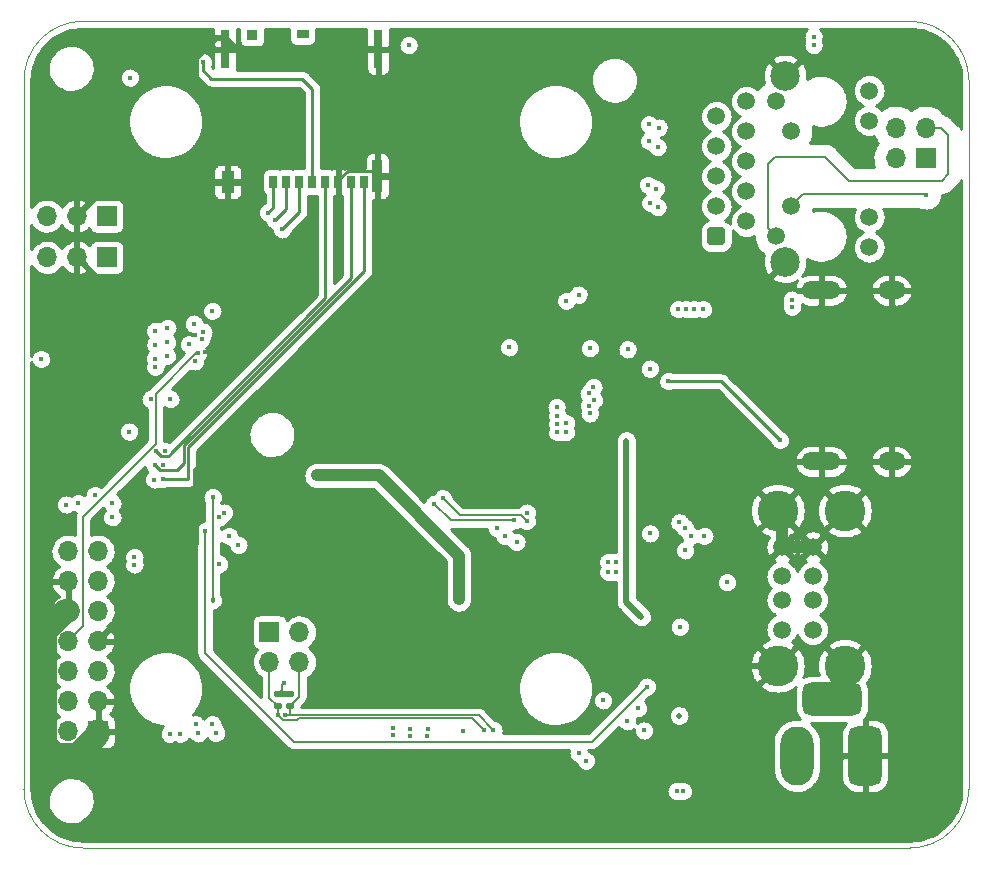
<source format=gbl>
G04 #@! TF.GenerationSoftware,KiCad,Pcbnew,5.99.0-unknown-2a2dc1c0ff~131~ubuntu21.04.1*
G04 #@! TF.CreationDate,2021-08-03T15:44:54+06:00*
G04 #@! TF.ProjectId,CM4IOv5,434d3449-4f76-4352-9e6b-696361645f70,rev?*
G04 #@! TF.SameCoordinates,Original*
G04 #@! TF.FileFunction,Copper,L4,Bot*
G04 #@! TF.FilePolarity,Positive*
%FSLAX46Y46*%
G04 Gerber Fmt 4.6, Leading zero omitted, Abs format (unit mm)*
G04 Created by KiCad (PCBNEW 5.99.0-unknown-2a2dc1c0ff~131~ubuntu21.04.1) date 2021-08-03 15:44:54*
%MOMM*%
%LPD*%
G01*
G04 APERTURE LIST*
G04 Aperture macros list*
%AMRoundRect*
0 Rectangle with rounded corners*
0 $1 Rounding radius*
0 $2 $3 $4 $5 $6 $7 $8 $9 X,Y pos of 4 corners*
0 Add a 4 corners polygon primitive as box body*
4,1,4,$2,$3,$4,$5,$6,$7,$8,$9,$2,$3,0*
0 Add four circle primitives for the rounded corners*
1,1,$1+$1,$2,$3*
1,1,$1+$1,$4,$5*
1,1,$1+$1,$6,$7*
1,1,$1+$1,$8,$9*
0 Add four rect primitives between the rounded corners*
20,1,$1+$1,$2,$3,$4,$5,0*
20,1,$1+$1,$4,$5,$6,$7,0*
20,1,$1+$1,$6,$7,$8,$9,0*
20,1,$1+$1,$8,$9,$2,$3,0*%
G04 Aperture macros list end*
G04 #@! TA.AperFunction,Profile*
%ADD10C,0.050000*%
G04 #@! TD*
G04 #@! TA.AperFunction,ComponentPad*
%ADD11RoundRect,0.700000X1.800000X0.700000X-1.800000X0.700000X-1.800000X-0.700000X1.800000X-0.700000X0*%
G04 #@! TD*
G04 #@! TA.AperFunction,ComponentPad*
%ADD12RoundRect,0.700000X0.700000X1.800000X-0.700000X1.800000X-0.700000X-1.800000X0.700000X-1.800000X0*%
G04 #@! TD*
G04 #@! TA.AperFunction,ComponentPad*
%ADD13O,2.800000X5.000000*%
G04 #@! TD*
G04 #@! TA.AperFunction,ComponentPad*
%ADD14C,1.500000*%
G04 #@! TD*
G04 #@! TA.AperFunction,ComponentPad*
%ADD15C,3.450000*%
G04 #@! TD*
G04 #@! TA.AperFunction,ComponentPad*
%ADD16O,3.300000X1.500000*%
G04 #@! TD*
G04 #@! TA.AperFunction,ComponentPad*
%ADD17O,2.300000X1.500000*%
G04 #@! TD*
G04 #@! TA.AperFunction,ComponentPad*
%ADD18R,1.700000X1.700000*%
G04 #@! TD*
G04 #@! TA.AperFunction,ComponentPad*
%ADD19O,1.700000X1.700000*%
G04 #@! TD*
G04 #@! TA.AperFunction,ComponentPad*
%ADD20RoundRect,0.250500X0.499500X-0.499500X0.499500X0.499500X-0.499500X0.499500X-0.499500X-0.499500X0*%
G04 #@! TD*
G04 #@! TA.AperFunction,ComponentPad*
%ADD21C,2.500000*%
G04 #@! TD*
G04 #@! TA.AperFunction,SMDPad,CuDef*
%ADD22RoundRect,0.135000X-0.185000X0.135000X-0.185000X-0.135000X0.185000X-0.135000X0.185000X0.135000X0*%
G04 #@! TD*
G04 #@! TA.AperFunction,SMDPad,CuDef*
%ADD23R,0.700000X1.100000*%
G04 #@! TD*
G04 #@! TA.AperFunction,SMDPad,CuDef*
%ADD24R,0.900000X0.930000*%
G04 #@! TD*
G04 #@! TA.AperFunction,SMDPad,CuDef*
%ADD25R,1.050000X0.780000*%
G04 #@! TD*
G04 #@! TA.AperFunction,SMDPad,CuDef*
%ADD26R,0.700000X3.330000*%
G04 #@! TD*
G04 #@! TA.AperFunction,SMDPad,CuDef*
%ADD27R,1.140000X1.830000*%
G04 #@! TD*
G04 #@! TA.AperFunction,SMDPad,CuDef*
%ADD28R,0.860000X2.800000*%
G04 #@! TD*
G04 #@! TA.AperFunction,ViaPad*
%ADD29C,0.450000*%
G04 #@! TD*
G04 #@! TA.AperFunction,ViaPad*
%ADD30C,0.500000*%
G04 #@! TD*
G04 #@! TA.AperFunction,Conductor*
%ADD31C,0.130000*%
G04 #@! TD*
G04 #@! TA.AperFunction,Conductor*
%ADD32C,0.200000*%
G04 #@! TD*
G04 #@! TA.AperFunction,Conductor*
%ADD33C,0.500000*%
G04 #@! TD*
G04 #@! TA.AperFunction,Conductor*
%ADD34C,0.147000*%
G04 #@! TD*
G04 #@! TA.AperFunction,Conductor*
%ADD35C,1.000000*%
G04 #@! TD*
G04 #@! TA.AperFunction,Conductor*
%ADD36C,2.000000*%
G04 #@! TD*
G04 #@! TA.AperFunction,Conductor*
%ADD37C,0.230000*%
G04 #@! TD*
G04 #@! TA.AperFunction,Conductor*
%ADD38C,0.254000*%
G04 #@! TD*
G04 APERTURE END LIST*
D10*
X141200000Y-105400000D02*
G75*
G03*
X146200000Y-100400000I0J5000000D01*
G01*
X146200000Y-40400000D02*
G75*
G03*
X141200000Y-35400000I-5000000J0D01*
G01*
X146200000Y-40400000D02*
X146200000Y-100400000D01*
X66200000Y-100400000D02*
G75*
G03*
X71200000Y-105400000I5000000J0D01*
G01*
X141200000Y-105400000D02*
X71200000Y-105400000D01*
X66200000Y-100400000D02*
X66200000Y-40400000D01*
X71200000Y-35400000D02*
G75*
G03*
X66200000Y-40400000I0J-5000000D01*
G01*
X71200000Y-35400000D02*
X141200000Y-35400000D01*
D11*
X134630400Y-92801600D03*
D12*
X137430400Y-97601600D03*
D13*
X131630400Y-97601600D03*
D14*
X130370000Y-86900000D03*
X130370000Y-84400000D03*
X130370000Y-82400000D03*
X130370000Y-79900000D03*
X132990000Y-86900000D03*
X132990000Y-84400000D03*
X132990000Y-82400000D03*
X132990000Y-79900000D03*
D15*
X135700000Y-89970000D03*
X135700000Y-76830000D03*
X130020000Y-89970000D03*
X130020000Y-76830000D03*
D16*
X133700000Y-58175000D03*
X133700000Y-72675000D03*
D17*
X139660000Y-72675000D03*
X139660000Y-58175000D03*
D18*
X73225000Y-55400000D03*
D19*
X70685000Y-55400000D03*
X68145000Y-55400000D03*
D20*
X124810000Y-53615000D03*
D14*
X127350000Y-52345000D03*
X124810000Y-51075000D03*
X127350000Y-49805000D03*
X124810000Y-48535000D03*
X127350000Y-47265000D03*
X124810000Y-45995000D03*
X127350000Y-44725000D03*
X124810000Y-43455000D03*
X127350000Y-42185000D03*
X129870000Y-53615000D03*
X131140000Y-51075000D03*
X131140000Y-44725000D03*
X129870000Y-42185000D03*
X137760000Y-54530000D03*
X137760000Y-51990000D03*
X137760000Y-43810000D03*
X137760000Y-41270000D03*
D21*
X130650000Y-55775000D03*
X130650000Y-40025000D03*
D18*
X73200000Y-51900000D03*
D19*
X70660000Y-51900000D03*
X68120000Y-51900000D03*
D18*
X142555200Y-46980000D03*
D19*
X140015200Y-46980000D03*
X142555200Y-44440000D03*
X140015200Y-44440000D03*
D18*
X72475000Y-95525000D03*
D19*
X69935000Y-95525000D03*
X72475000Y-92985000D03*
X69935000Y-92985000D03*
X72475000Y-90445000D03*
X69935000Y-90445000D03*
X72475000Y-87905000D03*
X69935000Y-87905000D03*
X72475000Y-85365000D03*
X69935000Y-85365000D03*
X72475000Y-82825000D03*
X69935000Y-82825000D03*
X72475000Y-80285000D03*
X69935000Y-80285000D03*
D22*
X87700000Y-92380000D03*
X87700000Y-93400000D03*
X88700000Y-92380000D03*
X88700000Y-93400000D03*
D18*
X86980000Y-87112000D03*
D19*
X86980000Y-89652000D03*
X89520000Y-87112000D03*
X89520000Y-89652000D03*
D23*
X87320000Y-49025000D03*
X88420000Y-49025000D03*
X89520000Y-49025000D03*
X90620000Y-49025000D03*
X91720000Y-49025000D03*
X92820000Y-49025000D03*
X93920000Y-49025000D03*
X95020000Y-49025000D03*
D24*
X85530000Y-36560000D03*
D25*
X89795000Y-36485000D03*
D26*
X96180000Y-37760000D03*
X83220000Y-37760000D03*
D27*
X83440000Y-49010000D03*
D28*
X96100000Y-48525000D03*
D29*
X100950000Y-76250000D03*
X101650000Y-75800000D03*
X88326800Y-94173200D03*
X88200000Y-91400000D03*
X82179400Y-84420600D03*
X111181200Y-65196800D03*
X111847800Y-64200000D03*
X111680600Y-61800000D03*
X107274600Y-71668800D03*
X107782600Y-71160800D03*
X108316000Y-70627400D03*
X100201480Y-103227520D03*
X100887280Y-103227520D03*
X101547680Y-103227520D03*
X102157280Y-103227520D03*
X89774000Y-36515200D03*
X67650600Y-63998000D03*
X69758800Y-76317000D03*
X70774800Y-76190000D03*
X72200000Y-75506260D03*
X74026000Y-61813600D03*
X81521481Y-63411319D03*
X80680800Y-61940600D03*
X81392000Y-61686600D03*
X81239600Y-62270800D03*
X72933800Y-66529901D03*
X72933800Y-70983000D03*
X75118200Y-70144800D03*
X83576400Y-78984000D03*
X84363800Y-79746000D03*
X114335800Y-75301000D03*
X111618000Y-72608600D03*
X107274600Y-63007400D03*
X82738200Y-81371600D03*
X103032800Y-84343400D03*
X103032800Y-83759200D03*
X103032800Y-83225800D03*
X82736391Y-77400000D03*
X83136391Y-77000000D03*
X80530400Y-79849600D03*
X81544400Y-78577600D03*
X115224800Y-92903200D03*
X75550000Y-81397000D03*
X75550000Y-80762000D03*
X82179400Y-75682000D03*
X80753000Y-73400000D03*
X103363000Y-95494000D03*
X125711660Y-82900000D03*
X117206000Y-79873000D03*
X117206000Y-84572000D03*
X126279600Y-102828800D03*
X126279600Y-103305900D03*
X121181880Y-103227520D03*
X118933200Y-91734800D03*
D30*
X121676400Y-94198600D03*
D29*
X118700000Y-95450000D03*
X113167400Y-97373600D03*
X113802400Y-98008600D03*
X121999700Y-100580900D03*
X121460708Y-100580900D03*
X121676400Y-89855200D03*
X122363200Y-49900000D03*
X122537200Y-44900000D03*
X83220800Y-36820000D03*
X116139200Y-85588000D03*
X122537200Y-46627200D03*
X119100000Y-75312000D03*
X77937600Y-74158000D03*
X77294460Y-73000000D03*
X77387988Y-71800000D03*
X88046800Y-53025200D03*
X78140800Y-71770400D03*
X87488000Y-52263200D03*
X77988400Y-72938800D03*
X86878400Y-51602800D03*
X77241015Y-74200000D03*
X112102560Y-69400000D03*
X131226800Y-59578400D03*
X131226800Y-58968800D03*
X112075200Y-70195600D03*
X111366816Y-70200000D03*
X121574800Y-59781600D03*
X111364000Y-69484400D03*
X122286000Y-59781600D03*
X111364000Y-68824000D03*
X122946400Y-59781600D03*
X111293822Y-68078581D03*
X123708400Y-59781600D03*
X119034800Y-49266000D03*
X80578400Y-61000000D03*
X119929021Y-44400000D03*
X77332168Y-61604125D03*
X119695200Y-49570800D03*
X119136400Y-45557600D03*
X78293200Y-62575600D03*
X82154000Y-59934000D03*
X119238000Y-50790000D03*
X77337735Y-62773232D03*
X119847600Y-46065600D03*
X80166109Y-62749022D03*
X119847600Y-51145600D03*
X78344000Y-61356400D03*
X119136400Y-44135200D03*
X119200000Y-78768000D03*
X121727200Y-86654800D03*
X118480500Y-85837500D03*
X122692400Y-78984000D03*
X98765600Y-37429600D03*
X75194400Y-40172800D03*
X117307600Y-63185200D03*
X123810000Y-78984000D03*
X117200000Y-70900000D03*
X119187200Y-64810800D03*
X90997737Y-73853200D03*
X73687085Y-76200000D03*
X73687085Y-77400000D03*
X81341200Y-38852000D03*
X120762000Y-65877600D03*
X130210800Y-70856000D03*
X77328000Y-64658400D03*
X80916970Y-63523480D03*
X80680800Y-64201200D03*
X97444800Y-95256321D03*
X114107200Y-63083600D03*
X97444800Y-95849600D03*
X114412000Y-66385600D03*
X98867200Y-95357921D03*
X114005600Y-66893600D03*
X114437400Y-67477800D03*
X98867200Y-95951200D03*
X114056400Y-67960400D03*
X100391200Y-95290800D03*
X114094456Y-68600000D03*
X100340400Y-95951200D03*
X105166400Y-95443200D03*
X87691200Y-94173200D03*
X105953800Y-95417800D03*
X76921600Y-67401600D03*
X78598000Y-67401600D03*
X85557600Y-36566000D03*
X142606000Y-50078800D03*
X106233200Y-78323600D03*
X78547200Y-95748000D03*
X79450000Y-95717384D03*
X106893600Y-78972576D03*
X107909600Y-79492000D03*
X80731600Y-94935200D03*
X80950000Y-95698827D03*
X107706400Y-77663200D03*
X108773200Y-77714000D03*
X82154000Y-94935200D03*
X108773200Y-77002800D03*
X82450000Y-95652434D03*
X133055600Y-37429600D03*
X78293200Y-63744000D03*
X77309899Y-63975743D03*
X133055600Y-36718400D03*
X118171200Y-93563600D03*
X117256800Y-94681200D03*
X116291600Y-81168400D03*
X115682000Y-81168400D03*
X116291600Y-82032000D03*
X115682000Y-82032000D03*
X113159306Y-58545094D03*
X122184400Y-80203200D03*
X122200000Y-78339200D03*
X112126000Y-59070400D03*
X121700000Y-77839200D03*
D31*
X108302889Y-77243689D02*
X103093689Y-77243689D01*
X108773200Y-77714000D02*
X108302889Y-77243689D01*
X103093689Y-77243689D02*
X101650000Y-75800000D01*
X107706400Y-77663200D02*
X102363200Y-77663200D01*
X102363200Y-77663200D02*
X100950000Y-76250000D01*
X88707200Y-94173200D02*
X88326800Y-94173200D01*
X88326800Y-94173200D02*
X88250000Y-94250000D01*
D32*
X88059511Y-92020489D02*
X88059511Y-91540489D01*
X88059511Y-91540489D02*
X88200000Y-91400000D01*
X82179400Y-84420600D02*
X82179400Y-75682000D01*
D33*
X96100000Y-48525000D02*
X98405600Y-48525000D01*
X98405600Y-48525000D02*
X111680600Y-61800000D01*
X83220800Y-36820000D02*
X82433400Y-36820000D01*
X82433400Y-36820000D02*
X80736689Y-38516711D01*
X80736689Y-40936689D02*
X83440000Y-43640000D01*
X80736689Y-38516711D02*
X80736689Y-40936689D01*
X83440000Y-43640000D02*
X83440000Y-49010000D01*
D34*
X80916970Y-63523480D02*
X80753220Y-63523480D01*
X71206600Y-86633400D02*
X69935000Y-87905000D01*
X80753220Y-63523480D02*
X77349611Y-66927089D01*
X77349611Y-66927089D02*
X77349611Y-71189989D01*
X77349611Y-71189989D02*
X71206600Y-77333000D01*
X71206600Y-77333000D02*
X71206600Y-86633400D01*
D33*
X96180000Y-37760000D02*
X84160800Y-37760000D01*
X84160800Y-37760000D02*
X83220800Y-36820000D01*
X70660000Y-51900000D02*
X73550000Y-49010000D01*
X73550000Y-49010000D02*
X83440000Y-49010000D01*
X74026000Y-61813600D02*
X74026000Y-58741000D01*
X74026000Y-58741000D02*
X70685000Y-55400000D01*
X74026000Y-61813600D02*
X74026000Y-65437701D01*
X74026000Y-65437701D02*
X72933800Y-66529901D01*
D35*
X103032800Y-84343400D02*
X103032800Y-80660400D01*
X103032800Y-80660400D02*
X96225600Y-73853200D01*
X96225600Y-73853200D02*
X90997737Y-73853200D01*
D33*
X80530400Y-79849600D02*
X72475000Y-87905000D01*
D32*
X89034711Y-96405711D02*
X81544400Y-88915400D01*
X114262289Y-96405711D02*
X89034711Y-96405711D01*
X118933200Y-91734800D02*
X114262289Y-96405711D01*
X81544400Y-88915400D02*
X81544400Y-78577600D01*
X82179400Y-84546600D02*
X82179400Y-84420600D01*
X87700000Y-92380000D02*
X88059511Y-92020489D01*
D33*
X87700000Y-92380000D02*
X88700000Y-92380000D01*
X80753000Y-73400000D02*
X80753000Y-79627000D01*
X80753000Y-79627000D02*
X80530400Y-79849600D01*
D36*
X67955489Y-87085059D02*
X69675548Y-85365000D01*
D33*
X121791200Y-89970000D02*
X130020000Y-89970000D01*
D37*
X93598200Y-48046800D02*
X95621800Y-48046800D01*
D35*
X130370000Y-79900000D02*
X132990000Y-79900000D01*
D33*
X121676400Y-89855200D02*
X121791200Y-89970000D01*
D37*
X92820000Y-49025000D02*
X92820000Y-48825000D01*
D35*
X130370000Y-79900000D02*
X130370000Y-77180000D01*
D36*
X72475000Y-95784452D02*
X70754941Y-97504511D01*
D37*
X96100000Y-37840000D02*
X96180000Y-37760000D01*
D36*
X70754941Y-97504511D02*
X68864431Y-97504511D01*
X67955489Y-96595569D02*
X67955489Y-87085059D01*
D37*
X92820000Y-48825000D02*
X93598200Y-48046800D01*
D35*
X130370000Y-77180000D02*
X130020000Y-76830000D01*
D37*
X96100000Y-48525000D02*
X96100000Y-37840000D01*
X95621800Y-48046800D02*
X96100000Y-48525000D01*
D36*
X72475000Y-95525000D02*
X72475000Y-95784452D01*
X68864431Y-97504511D02*
X67955489Y-96595569D01*
X69675548Y-85365000D02*
X69935000Y-85365000D01*
D37*
X95020000Y-56571190D02*
X80122000Y-71469190D01*
X80122000Y-71469190D02*
X80122000Y-74158000D01*
X95020000Y-49025000D02*
X95020000Y-56571190D01*
X77937600Y-74158000D02*
X80122000Y-74158000D01*
X77702771Y-73408311D02*
X79140569Y-73408311D01*
X93920000Y-49025000D02*
X93920000Y-57162752D01*
X77294460Y-73000000D02*
X77702771Y-73408311D01*
X79762480Y-71320272D02*
X79762480Y-72786400D01*
X93920000Y-57162752D02*
X79762480Y-71320272D01*
X79140569Y-73408311D02*
X79762480Y-72786400D01*
X78610311Y-72012089D02*
X78382489Y-72239911D01*
X78610311Y-71964003D02*
X78610311Y-72012089D01*
X77827899Y-72239911D02*
X77387988Y-71800000D01*
X91720000Y-58854314D02*
X78610311Y-71964003D01*
X91720000Y-49025000D02*
X91720000Y-58854314D01*
X78382489Y-72239911D02*
X77827899Y-72239911D01*
X89520000Y-51552000D02*
X88046800Y-53025200D01*
X89520000Y-49025000D02*
X89520000Y-51552000D01*
X88420000Y-51331200D02*
X87488000Y-52263200D01*
X88420000Y-49025000D02*
X88420000Y-51331200D01*
X87320000Y-51161200D02*
X86878400Y-51602800D01*
X87320000Y-49025000D02*
X87320000Y-51161200D01*
D33*
X117200000Y-84557000D02*
X118480500Y-85837500D01*
X117200000Y-70900000D02*
X117200000Y-84557000D01*
D37*
X89774000Y-40274400D02*
X82069400Y-40274400D01*
X82069400Y-40274400D02*
X81341200Y-39546200D01*
X90620000Y-41120400D02*
X89774000Y-40274400D01*
X90620000Y-49025000D02*
X90620000Y-41120400D01*
X81341200Y-39546200D02*
X81341200Y-38852000D01*
X125232400Y-65877600D02*
X130210800Y-70856000D01*
X120762000Y-65877600D02*
X125232400Y-65877600D01*
D31*
X87700000Y-94164400D02*
X87691200Y-94173200D01*
X89309209Y-94592711D02*
X88110711Y-94592711D01*
X104155920Y-94432720D02*
X89469200Y-94432720D01*
X87700000Y-93400000D02*
X87700000Y-94164400D01*
X87700000Y-93400000D02*
X86980000Y-92680000D01*
X105166400Y-95443200D02*
X104155920Y-94432720D01*
X89469200Y-94432720D02*
X89309209Y-94592711D01*
X86980000Y-92680000D02*
X86980000Y-89652000D01*
X88110711Y-94592711D02*
X87691200Y-94173200D01*
X89520000Y-92580000D02*
X89520000Y-89652000D01*
X88707200Y-94173200D02*
X104709200Y-94173200D01*
X88700000Y-93400000D02*
X88700000Y-94166000D01*
X104709200Y-94173200D02*
X105953800Y-95417800D01*
X105953800Y-95417800D02*
X105979200Y-95443200D01*
X88700000Y-93400000D02*
X89520000Y-92580000D01*
X88700000Y-94166000D02*
X88707200Y-94173200D01*
D34*
X131140000Y-51075000D02*
X132158080Y-50056920D01*
X132158080Y-50056920D02*
X142606000Y-50056920D01*
X129173011Y-52918011D02*
X129706989Y-53451989D01*
X144478211Y-48358989D02*
X143926800Y-48910400D01*
X143861222Y-44440000D02*
X144478211Y-45056989D01*
X129804400Y-46878400D02*
X129173011Y-47509789D01*
X136052800Y-48910400D02*
X134020800Y-46878400D01*
X134020800Y-46878400D02*
X129804400Y-46878400D01*
X129706989Y-53451989D02*
X129870000Y-53451989D01*
X143926800Y-48910400D02*
X136052800Y-48910400D01*
X144478211Y-45056989D02*
X144478211Y-48358989D01*
X129173011Y-47509789D02*
X129173011Y-52918011D01*
X142555200Y-44440000D02*
X143861222Y-44440000D01*
D38*
X82236000Y-36046911D02*
X82236000Y-37506000D01*
X82256002Y-37574121D01*
X82309658Y-37620614D01*
X82362000Y-37632000D01*
X84077999Y-37632000D01*
X84146120Y-37611998D01*
X84192613Y-37558342D01*
X84203999Y-37506000D01*
X84203999Y-36046912D01*
X84203300Y-36034000D01*
X84446197Y-36034000D01*
X84445500Y-36046866D01*
X84445500Y-37073134D01*
X84446237Y-37086742D01*
X84452992Y-37148924D01*
X84460273Y-37179546D01*
X84511403Y-37315935D01*
X84528559Y-37347270D01*
X84615913Y-37463826D01*
X84641174Y-37489087D01*
X84757730Y-37576441D01*
X84789065Y-37593597D01*
X84925454Y-37644727D01*
X84956076Y-37652008D01*
X85018258Y-37658763D01*
X85031866Y-37659500D01*
X86028134Y-37659500D01*
X86041742Y-37658763D01*
X86103924Y-37652008D01*
X86134546Y-37644727D01*
X86270935Y-37593597D01*
X86302270Y-37576441D01*
X86418826Y-37489087D01*
X86444087Y-37463826D01*
X86531441Y-37347270D01*
X86548597Y-37315935D01*
X86599727Y-37179546D01*
X86607008Y-37148924D01*
X86613763Y-37086742D01*
X86614500Y-37073134D01*
X86614500Y-36046866D01*
X86613803Y-36034000D01*
X88636197Y-36034000D01*
X88635500Y-36046866D01*
X88635500Y-36923134D01*
X88636237Y-36936742D01*
X88642992Y-36998924D01*
X88650273Y-37029546D01*
X88701403Y-37165935D01*
X88718559Y-37197270D01*
X88805913Y-37313826D01*
X88831174Y-37339087D01*
X88947730Y-37426441D01*
X88979065Y-37443597D01*
X89115454Y-37494727D01*
X89146076Y-37502008D01*
X89208258Y-37508763D01*
X89221866Y-37509500D01*
X90368134Y-37509500D01*
X90381742Y-37508763D01*
X90443924Y-37502008D01*
X90474546Y-37494727D01*
X90610935Y-37443597D01*
X90642270Y-37426441D01*
X90758826Y-37339087D01*
X90784087Y-37313826D01*
X90871441Y-37197270D01*
X90888597Y-37165935D01*
X90939727Y-37029546D01*
X90947008Y-36998924D01*
X90953763Y-36936742D01*
X90954500Y-36923134D01*
X90954500Y-36046866D01*
X90953803Y-36034000D01*
X95196699Y-36034000D01*
X95196000Y-36046911D01*
X95196000Y-37506000D01*
X95216002Y-37574121D01*
X95269658Y-37620614D01*
X95322000Y-37632000D01*
X97037999Y-37632000D01*
X97106120Y-37611998D01*
X97152613Y-37558342D01*
X97163999Y-37506000D01*
X97163999Y-37431589D01*
X97902132Y-37431589D01*
X97918190Y-37595363D01*
X97924031Y-37622840D01*
X97975974Y-37778987D01*
X97987756Y-37804487D01*
X98073003Y-37945245D01*
X98090142Y-37967500D01*
X98204454Y-38085874D01*
X98226098Y-38103779D01*
X98363796Y-38193886D01*
X98388869Y-38206552D01*
X98543108Y-38263913D01*
X98570364Y-38270708D01*
X98733478Y-38292472D01*
X98761561Y-38293060D01*
X98925443Y-38278146D01*
X98952960Y-38272498D01*
X99109465Y-38221646D01*
X99135047Y-38210042D01*
X99276397Y-38125780D01*
X99298771Y-38108797D01*
X99417941Y-37995314D01*
X99435997Y-37973795D01*
X99527063Y-37836730D01*
X99539903Y-37811746D01*
X99598339Y-37657911D01*
X99605325Y-37630704D01*
X99628227Y-37467746D01*
X99629441Y-37451971D01*
X99629729Y-37431361D01*
X99628956Y-37415555D01*
X99610613Y-37252021D01*
X99604389Y-37224629D01*
X99550271Y-37069223D01*
X99538134Y-37043890D01*
X99450930Y-36904335D01*
X99433482Y-36882321D01*
X99317528Y-36765555D01*
X99295637Y-36747954D01*
X99156695Y-36659778D01*
X99131447Y-36647464D01*
X98976422Y-36592262D01*
X98949074Y-36585847D01*
X98785672Y-36566363D01*
X98757583Y-36566167D01*
X98593925Y-36583368D01*
X98566489Y-36589400D01*
X98410709Y-36642432D01*
X98385293Y-36654392D01*
X98245133Y-36740619D01*
X98222997Y-36757913D01*
X98105424Y-36873049D01*
X98087671Y-36894818D01*
X97998527Y-37033142D01*
X97986037Y-37058303D01*
X97929755Y-37212938D01*
X97923150Y-37240240D01*
X97902525Y-37403502D01*
X97902132Y-37431589D01*
X97163999Y-37431589D01*
X97163999Y-36046912D01*
X97163300Y-36034000D01*
X132529269Y-36034000D01*
X132512997Y-36046713D01*
X132395424Y-36161849D01*
X132377671Y-36183618D01*
X132288527Y-36321942D01*
X132276037Y-36347103D01*
X132219755Y-36501738D01*
X132213150Y-36529040D01*
X132192525Y-36692302D01*
X132192132Y-36720389D01*
X132208190Y-36884163D01*
X132214031Y-36911640D01*
X132265974Y-37067787D01*
X132269672Y-37075791D01*
X132219755Y-37212938D01*
X132213150Y-37240240D01*
X132192525Y-37403502D01*
X132192132Y-37431589D01*
X132208190Y-37595363D01*
X132214031Y-37622840D01*
X132265974Y-37778987D01*
X132277756Y-37804487D01*
X132363003Y-37945245D01*
X132380142Y-37967500D01*
X132494454Y-38085874D01*
X132516098Y-38103779D01*
X132653796Y-38193886D01*
X132678869Y-38206552D01*
X132833108Y-38263913D01*
X132860364Y-38270708D01*
X133023478Y-38292472D01*
X133051561Y-38293060D01*
X133215443Y-38278146D01*
X133242960Y-38272498D01*
X133399465Y-38221646D01*
X133425047Y-38210042D01*
X133566397Y-38125780D01*
X133588771Y-38108797D01*
X133707941Y-37995314D01*
X133725997Y-37973795D01*
X133817063Y-37836730D01*
X133829903Y-37811746D01*
X133888339Y-37657911D01*
X133895325Y-37630704D01*
X133918227Y-37467746D01*
X133919441Y-37451971D01*
X133919729Y-37431361D01*
X133918956Y-37415555D01*
X133900613Y-37252021D01*
X133894389Y-37224629D01*
X133841003Y-37071325D01*
X133888339Y-36946711D01*
X133895325Y-36919504D01*
X133918227Y-36756546D01*
X133919441Y-36740771D01*
X133919729Y-36720161D01*
X133918956Y-36704355D01*
X133900613Y-36540821D01*
X133894389Y-36513429D01*
X133840271Y-36358023D01*
X133828134Y-36332690D01*
X133740930Y-36193135D01*
X133723482Y-36171121D01*
X133607528Y-36054355D01*
X133585637Y-36036754D01*
X133581297Y-36034000D01*
X141150672Y-36034000D01*
X141174345Y-36037686D01*
X141210067Y-36038122D01*
X141230491Y-36035451D01*
X141580511Y-36050733D01*
X141958132Y-36100449D01*
X142329972Y-36182883D01*
X142693214Y-36297413D01*
X143045107Y-36443171D01*
X143382937Y-36619035D01*
X143704160Y-36823677D01*
X144006339Y-37055546D01*
X144287144Y-37312856D01*
X144544454Y-37593661D01*
X144776323Y-37895840D01*
X144980965Y-38217063D01*
X145156829Y-38554893D01*
X145302587Y-38906786D01*
X145417117Y-39270028D01*
X145499551Y-39641868D01*
X145549267Y-40019489D01*
X145564224Y-40362079D01*
X145562314Y-40374348D01*
X145561878Y-40410068D01*
X145566000Y-40441589D01*
X145566000Y-44548237D01*
X145565185Y-44546654D01*
X145542294Y-44492857D01*
X145530873Y-44471823D01*
X145512878Y-44445095D01*
X145498121Y-44416441D01*
X145485190Y-44396299D01*
X145449074Y-44350321D01*
X145416422Y-44301821D01*
X145405239Y-44287546D01*
X145401608Y-44283542D01*
X145397366Y-44279089D01*
X145377572Y-44259295D01*
X145358595Y-44235136D01*
X145342090Y-44217804D01*
X145296650Y-44178373D01*
X144781416Y-43663139D01*
X144780703Y-43662134D01*
X144765063Y-43644016D01*
X144700219Y-43581942D01*
X144673544Y-43555267D01*
X144664682Y-43547209D01*
X144659259Y-43542731D01*
X144617022Y-43502298D01*
X144598240Y-43487466D01*
X144571174Y-43469989D01*
X144546319Y-43449464D01*
X144526499Y-43436045D01*
X144475198Y-43408017D01*
X144426073Y-43376297D01*
X144404822Y-43365282D01*
X144374928Y-43353235D01*
X144346652Y-43337786D01*
X144324653Y-43328357D01*
X144268967Y-43310532D01*
X144214740Y-43288678D01*
X144191791Y-43281880D01*
X144160163Y-43275704D01*
X144150179Y-43272508D01*
X144067277Y-43160267D01*
X144055718Y-43146733D01*
X143871876Y-42959981D01*
X143858526Y-42948211D01*
X143650204Y-42789225D01*
X143635329Y-42779454D01*
X143406684Y-42651406D01*
X143390579Y-42643827D01*
X143146174Y-42549274D01*
X143129163Y-42544041D01*
X142873872Y-42484868D01*
X142856293Y-42482084D01*
X142595213Y-42459472D01*
X142577417Y-42459192D01*
X142315754Y-42473592D01*
X142298097Y-42475823D01*
X142041075Y-42526948D01*
X142023907Y-42531645D01*
X141776652Y-42618475D01*
X141760318Y-42625543D01*
X141527764Y-42746345D01*
X141512589Y-42755644D01*
X141299376Y-42908008D01*
X141285662Y-42919353D01*
X141283462Y-42921451D01*
X141110204Y-42789225D01*
X141095329Y-42779454D01*
X140866684Y-42651406D01*
X140850579Y-42643827D01*
X140606174Y-42549274D01*
X140589163Y-42544041D01*
X140333872Y-42484868D01*
X140316293Y-42482084D01*
X140055213Y-42459472D01*
X140037417Y-42459192D01*
X139775754Y-42473592D01*
X139758097Y-42475823D01*
X139501075Y-42526948D01*
X139483907Y-42531645D01*
X139236652Y-42618475D01*
X139220318Y-42625543D01*
X138987764Y-42746345D01*
X138972589Y-42755644D01*
X138792392Y-42884415D01*
X138661133Y-42753156D01*
X138644309Y-42739038D01*
X138463925Y-42612731D01*
X138444904Y-42601749D01*
X138312482Y-42540000D01*
X138444904Y-42478251D01*
X138463925Y-42467269D01*
X138644309Y-42340962D01*
X138661133Y-42326844D01*
X138816844Y-42171133D01*
X138830962Y-42154309D01*
X138957269Y-41973924D01*
X138968251Y-41954903D01*
X139061315Y-41755326D01*
X139068827Y-41734688D01*
X139125822Y-41521983D01*
X139129636Y-41500352D01*
X139148828Y-41280981D01*
X139148828Y-41259019D01*
X139129636Y-41039648D01*
X139125822Y-41018017D01*
X139068827Y-40805312D01*
X139061315Y-40784674D01*
X138968251Y-40585097D01*
X138957269Y-40566076D01*
X138830962Y-40385691D01*
X138816844Y-40368867D01*
X138661133Y-40213156D01*
X138644309Y-40199038D01*
X138463925Y-40072731D01*
X138444904Y-40061749D01*
X138245326Y-39968685D01*
X138224688Y-39961173D01*
X138011983Y-39904178D01*
X137990352Y-39900364D01*
X137770981Y-39881172D01*
X137749019Y-39881172D01*
X137529648Y-39900364D01*
X137508017Y-39904178D01*
X137295312Y-39961173D01*
X137274674Y-39968685D01*
X137075097Y-40061749D01*
X137056076Y-40072731D01*
X136875691Y-40199038D01*
X136858867Y-40213156D01*
X136703156Y-40368867D01*
X136689038Y-40385691D01*
X136562731Y-40566076D01*
X136551749Y-40585097D01*
X136458685Y-40784674D01*
X136451173Y-40805312D01*
X136394178Y-41018017D01*
X136390364Y-41039648D01*
X136371172Y-41259019D01*
X136371172Y-41280981D01*
X136390364Y-41500352D01*
X136394178Y-41521983D01*
X136451173Y-41734688D01*
X136458685Y-41755326D01*
X136551749Y-41954903D01*
X136562731Y-41973924D01*
X136689038Y-42154309D01*
X136703156Y-42171133D01*
X136858867Y-42326844D01*
X136875691Y-42340962D01*
X137056075Y-42467269D01*
X137075096Y-42478251D01*
X137207518Y-42540000D01*
X137075097Y-42601749D01*
X137056076Y-42612731D01*
X136875691Y-42739038D01*
X136858867Y-42753156D01*
X136703156Y-42908867D01*
X136689038Y-42925691D01*
X136562731Y-43106076D01*
X136551749Y-43125097D01*
X136458685Y-43324674D01*
X136451173Y-43345312D01*
X136394178Y-43558017D01*
X136390364Y-43579648D01*
X136371172Y-43799019D01*
X136371172Y-43820981D01*
X136390364Y-44040352D01*
X136394178Y-44061983D01*
X136451173Y-44274688D01*
X136458685Y-44295326D01*
X136551749Y-44494903D01*
X136562731Y-44513924D01*
X136689038Y-44694309D01*
X136703156Y-44711133D01*
X136858867Y-44866844D01*
X136875691Y-44880962D01*
X137056075Y-45007269D01*
X137075096Y-45018251D01*
X137274674Y-45111315D01*
X137295312Y-45118827D01*
X137508017Y-45175822D01*
X137529648Y-45179636D01*
X137749019Y-45198828D01*
X137770981Y-45198828D01*
X137990352Y-45179636D01*
X138011983Y-45175822D01*
X138163452Y-45135235D01*
X138181670Y-45189841D01*
X138188481Y-45206284D01*
X138305615Y-45440706D01*
X138314675Y-45456026D01*
X138463671Y-45671606D01*
X138474800Y-45685496D01*
X138498529Y-45711166D01*
X138381828Y-45859202D01*
X138371824Y-45873922D01*
X138240201Y-46100527D01*
X138232371Y-46116510D01*
X138133990Y-46359400D01*
X138128490Y-46376328D01*
X138065315Y-46630657D01*
X138062255Y-46648189D01*
X138035544Y-46908883D01*
X138034985Y-46926673D01*
X138045274Y-47188529D01*
X138047227Y-47206219D01*
X138094308Y-47464013D01*
X138098734Y-47481252D01*
X138175184Y-47710400D01*
X136549856Y-47710400D01*
X134940994Y-46101539D01*
X134940281Y-46100534D01*
X134924641Y-46082416D01*
X134859797Y-46020342D01*
X134833122Y-45993667D01*
X134824260Y-45985609D01*
X134818837Y-45981131D01*
X134776600Y-45940698D01*
X134757818Y-45925866D01*
X134730752Y-45908389D01*
X134705897Y-45887864D01*
X134686077Y-45874445D01*
X134634776Y-45846417D01*
X134585651Y-45814697D01*
X134564400Y-45803682D01*
X134534506Y-45791635D01*
X134506230Y-45776186D01*
X134484231Y-45766757D01*
X134428545Y-45748932D01*
X134374318Y-45727078D01*
X134351369Y-45720280D01*
X134319741Y-45714104D01*
X134289049Y-45704279D01*
X134265664Y-45699181D01*
X134207628Y-45692209D01*
X134150231Y-45681000D01*
X134132236Y-45678814D01*
X134126838Y-45678550D01*
X134120683Y-45678400D01*
X134092689Y-45678400D01*
X134062189Y-45674736D01*
X134038261Y-45674152D01*
X133978263Y-45678400D01*
X132758018Y-45678400D01*
X132788654Y-45630771D01*
X132797565Y-45614359D01*
X132904426Y-45377136D01*
X132910813Y-45359587D01*
X132981437Y-45109174D01*
X132985161Y-45090873D01*
X133017995Y-44832772D01*
X133018959Y-44820170D01*
X133021365Y-44728299D01*
X133021062Y-44715662D01*
X133001780Y-44456196D01*
X132999019Y-44437726D01*
X132967523Y-44298534D01*
X133203184Y-44368340D01*
X133219911Y-44372079D01*
X133504094Y-44415565D01*
X133521174Y-44416999D01*
X133808629Y-44421515D01*
X133825746Y-44420618D01*
X134111155Y-44386079D01*
X134127991Y-44382868D01*
X134406071Y-44309915D01*
X134422315Y-44304448D01*
X134687922Y-44194430D01*
X134703275Y-44186809D01*
X134951493Y-44041762D01*
X134965668Y-44032128D01*
X135191905Y-43854736D01*
X135204643Y-43843267D01*
X135404711Y-43636813D01*
X135415774Y-43623722D01*
X135585972Y-43392025D01*
X135595156Y-43377553D01*
X135732335Y-43124901D01*
X135739470Y-43109317D01*
X135841091Y-42840386D01*
X135846045Y-42823977D01*
X135910227Y-42543742D01*
X135912908Y-42526814D01*
X135938464Y-42240461D01*
X135938956Y-42230581D01*
X135939420Y-42186321D01*
X135939135Y-42176430D01*
X135919581Y-41889605D01*
X135917255Y-41872624D01*
X135858956Y-41591107D01*
X135854347Y-41574598D01*
X135758380Y-41303597D01*
X135751573Y-41287867D01*
X135619716Y-41032398D01*
X135610837Y-41017737D01*
X135445528Y-40782526D01*
X135434741Y-40769206D01*
X135239040Y-40558607D01*
X135226546Y-40546874D01*
X135004074Y-40364783D01*
X134990103Y-40354854D01*
X134744977Y-40204640D01*
X134729787Y-40196700D01*
X134466543Y-40081144D01*
X134450417Y-40075338D01*
X134173925Y-39996577D01*
X134157159Y-39993013D01*
X133872537Y-39952506D01*
X133855444Y-39951251D01*
X133567957Y-39949745D01*
X133550851Y-39950821D01*
X133265820Y-39988346D01*
X133249018Y-39991734D01*
X132971716Y-40067595D01*
X132955529Y-40073232D01*
X132691089Y-40186026D01*
X132675818Y-40193807D01*
X132515594Y-40289699D01*
X132535507Y-40133166D01*
X132536471Y-40120563D01*
X132538887Y-40028298D01*
X132538584Y-40015662D01*
X132519220Y-39755084D01*
X132516459Y-39736614D01*
X132458791Y-39481761D01*
X132453331Y-39463902D01*
X132358628Y-39220372D01*
X132350588Y-39203516D01*
X132220928Y-38976659D01*
X132210485Y-38961176D01*
X132159126Y-38896028D01*
X132101244Y-38854915D01*
X132030324Y-38851621D01*
X131971081Y-38884939D01*
X130650000Y-40206020D01*
X129327604Y-38883624D01*
X129265292Y-38849598D01*
X129194477Y-38854663D01*
X129141635Y-38892150D01*
X129117897Y-38920692D01*
X129107052Y-38935896D01*
X128971499Y-39159282D01*
X128963021Y-39175921D01*
X128861975Y-39416888D01*
X128856049Y-39434599D01*
X128791730Y-39687855D01*
X128788487Y-39706246D01*
X128762308Y-39966228D01*
X128761819Y-39984897D01*
X128774356Y-40245892D01*
X128776632Y-40264428D01*
X128827608Y-40520704D01*
X128832599Y-40538700D01*
X128856577Y-40605484D01*
X128732290Y-40686969D01*
X128717474Y-40698338D01*
X128523364Y-40871588D01*
X128510391Y-40885022D01*
X128344021Y-41085060D01*
X128333176Y-41100263D01*
X128291658Y-41168681D01*
X128251133Y-41128156D01*
X128234309Y-41114038D01*
X128053925Y-40987731D01*
X128034904Y-40976749D01*
X127835326Y-40883685D01*
X127814688Y-40876173D01*
X127601983Y-40819178D01*
X127580352Y-40815364D01*
X127360981Y-40796172D01*
X127339019Y-40796172D01*
X127119648Y-40815364D01*
X127098017Y-40819178D01*
X126885312Y-40876173D01*
X126864674Y-40883685D01*
X126665097Y-40976749D01*
X126646076Y-40987731D01*
X126465691Y-41114038D01*
X126448867Y-41128156D01*
X126293156Y-41283867D01*
X126279038Y-41300691D01*
X126152731Y-41481076D01*
X126141749Y-41500097D01*
X126048685Y-41699674D01*
X126041173Y-41720312D01*
X125984178Y-41933017D01*
X125980364Y-41954648D01*
X125961172Y-42174019D01*
X125961172Y-42195981D01*
X125980364Y-42415352D01*
X125984178Y-42436983D01*
X126041173Y-42649688D01*
X126048685Y-42670326D01*
X126141749Y-42869903D01*
X126152731Y-42888924D01*
X126279038Y-43069309D01*
X126293156Y-43086133D01*
X126448867Y-43241844D01*
X126465691Y-43255962D01*
X126646075Y-43382269D01*
X126665096Y-43393251D01*
X126797518Y-43455000D01*
X126665097Y-43516749D01*
X126646076Y-43527731D01*
X126465691Y-43654038D01*
X126448867Y-43668156D01*
X126293156Y-43823867D01*
X126279038Y-43840691D01*
X126152731Y-44021076D01*
X126141749Y-44040097D01*
X126048685Y-44239674D01*
X126041173Y-44260312D01*
X125984178Y-44473017D01*
X125980364Y-44494648D01*
X125961172Y-44714019D01*
X125961172Y-44735981D01*
X125980364Y-44955352D01*
X125984178Y-44976983D01*
X126041173Y-45189688D01*
X126048685Y-45210326D01*
X126141749Y-45409903D01*
X126152731Y-45428924D01*
X126279038Y-45609309D01*
X126293156Y-45626133D01*
X126448867Y-45781844D01*
X126465691Y-45795962D01*
X126646075Y-45922269D01*
X126665096Y-45933251D01*
X126797518Y-45995000D01*
X126665097Y-46056749D01*
X126646076Y-46067731D01*
X126465691Y-46194038D01*
X126448867Y-46208156D01*
X126293156Y-46363867D01*
X126279038Y-46380691D01*
X126152731Y-46561076D01*
X126141749Y-46580097D01*
X126048685Y-46779674D01*
X126041173Y-46800312D01*
X125984178Y-47013017D01*
X125980364Y-47034648D01*
X125961172Y-47254019D01*
X125961172Y-47275981D01*
X125980364Y-47495352D01*
X125984178Y-47516983D01*
X126041173Y-47729688D01*
X126048685Y-47750326D01*
X126141749Y-47949903D01*
X126152731Y-47968924D01*
X126279038Y-48149309D01*
X126293156Y-48166133D01*
X126448867Y-48321844D01*
X126465691Y-48335962D01*
X126646075Y-48462269D01*
X126665096Y-48473251D01*
X126797518Y-48535000D01*
X126665097Y-48596749D01*
X126646076Y-48607731D01*
X126465691Y-48734038D01*
X126448867Y-48748156D01*
X126293156Y-48903867D01*
X126279038Y-48920691D01*
X126152731Y-49101076D01*
X126141749Y-49120097D01*
X126048685Y-49319674D01*
X126041173Y-49340312D01*
X125984178Y-49553017D01*
X125980364Y-49574648D01*
X125961172Y-49794019D01*
X125961172Y-49815981D01*
X125980364Y-50035352D01*
X125984178Y-50056983D01*
X126041173Y-50269688D01*
X126048685Y-50290326D01*
X126141749Y-50489903D01*
X126152731Y-50508924D01*
X126279038Y-50689309D01*
X126293156Y-50706133D01*
X126448867Y-50861844D01*
X126465691Y-50875962D01*
X126646075Y-51002269D01*
X126665096Y-51013251D01*
X126797518Y-51075000D01*
X126665097Y-51136749D01*
X126646076Y-51147731D01*
X126465691Y-51274038D01*
X126448867Y-51288156D01*
X126293156Y-51443867D01*
X126279038Y-51460691D01*
X126152731Y-51641076D01*
X126141749Y-51660097D01*
X126048685Y-51859674D01*
X126041173Y-51880312D01*
X125984178Y-52093017D01*
X125980364Y-52114648D01*
X125961172Y-52334019D01*
X125961172Y-52355981D01*
X125976464Y-52530777D01*
X125872132Y-52426627D01*
X125849231Y-52408540D01*
X125698567Y-52315669D01*
X125672118Y-52303336D01*
X125534667Y-52257746D01*
X125694309Y-52145962D01*
X125711133Y-52131844D01*
X125866844Y-51976133D01*
X125880962Y-51959309D01*
X126007269Y-51778924D01*
X126018251Y-51759903D01*
X126111315Y-51560326D01*
X126118827Y-51539688D01*
X126175822Y-51326983D01*
X126179636Y-51305352D01*
X126198828Y-51085981D01*
X126198828Y-51064019D01*
X126179636Y-50844648D01*
X126175822Y-50823017D01*
X126118827Y-50610312D01*
X126111315Y-50589674D01*
X126018251Y-50390097D01*
X126007269Y-50371076D01*
X125880962Y-50190691D01*
X125866844Y-50173867D01*
X125711133Y-50018156D01*
X125694309Y-50004038D01*
X125513925Y-49877731D01*
X125494904Y-49866749D01*
X125362482Y-49805000D01*
X125494904Y-49743251D01*
X125513925Y-49732269D01*
X125694309Y-49605962D01*
X125711133Y-49591844D01*
X125866844Y-49436133D01*
X125880962Y-49419309D01*
X126007269Y-49238924D01*
X126018251Y-49219903D01*
X126111315Y-49020326D01*
X126118827Y-48999688D01*
X126175822Y-48786983D01*
X126179636Y-48765352D01*
X126198828Y-48545981D01*
X126198828Y-48524019D01*
X126179636Y-48304648D01*
X126175822Y-48283017D01*
X126118827Y-48070312D01*
X126111315Y-48049674D01*
X126018251Y-47850097D01*
X126007269Y-47831076D01*
X125880962Y-47650691D01*
X125866844Y-47633867D01*
X125711133Y-47478156D01*
X125694309Y-47464038D01*
X125513925Y-47337731D01*
X125494904Y-47326749D01*
X125362482Y-47265000D01*
X125494904Y-47203251D01*
X125513925Y-47192269D01*
X125694309Y-47065962D01*
X125711133Y-47051844D01*
X125866844Y-46896133D01*
X125880962Y-46879309D01*
X126007269Y-46698924D01*
X126018251Y-46679903D01*
X126111315Y-46480326D01*
X126118827Y-46459688D01*
X126175822Y-46246983D01*
X126179636Y-46225352D01*
X126198828Y-46005981D01*
X126198828Y-45984019D01*
X126179636Y-45764648D01*
X126175822Y-45743017D01*
X126118827Y-45530312D01*
X126111315Y-45509674D01*
X126018251Y-45310097D01*
X126007269Y-45291076D01*
X125880962Y-45110691D01*
X125866844Y-45093867D01*
X125711133Y-44938156D01*
X125694309Y-44924038D01*
X125513925Y-44797731D01*
X125494904Y-44786749D01*
X125362482Y-44725000D01*
X125494904Y-44663251D01*
X125513925Y-44652269D01*
X125694309Y-44525962D01*
X125711133Y-44511844D01*
X125866844Y-44356133D01*
X125880962Y-44339309D01*
X126007269Y-44158924D01*
X126018251Y-44139903D01*
X126111315Y-43940326D01*
X126118827Y-43919688D01*
X126175822Y-43706983D01*
X126179636Y-43685352D01*
X126198828Y-43465981D01*
X126198828Y-43444019D01*
X126179636Y-43224648D01*
X126175822Y-43203017D01*
X126118827Y-42990312D01*
X126111315Y-42969674D01*
X126018251Y-42770097D01*
X126007269Y-42751076D01*
X125880962Y-42570691D01*
X125866844Y-42553867D01*
X125711133Y-42398156D01*
X125694309Y-42384038D01*
X125513925Y-42257731D01*
X125494904Y-42246749D01*
X125295326Y-42153685D01*
X125274688Y-42146173D01*
X125061983Y-42089178D01*
X125040352Y-42085364D01*
X124820981Y-42066172D01*
X124799019Y-42066172D01*
X124579648Y-42085364D01*
X124558017Y-42089178D01*
X124345312Y-42146173D01*
X124324674Y-42153685D01*
X124125097Y-42246749D01*
X124106076Y-42257731D01*
X123925691Y-42384038D01*
X123908867Y-42398156D01*
X123753156Y-42553867D01*
X123739038Y-42570691D01*
X123612731Y-42751076D01*
X123601749Y-42770097D01*
X123508685Y-42969674D01*
X123501173Y-42990312D01*
X123444178Y-43203017D01*
X123440364Y-43224648D01*
X123421172Y-43444019D01*
X123421172Y-43465981D01*
X123440364Y-43685352D01*
X123444178Y-43706983D01*
X123501173Y-43919688D01*
X123508685Y-43940326D01*
X123601749Y-44139903D01*
X123612731Y-44158924D01*
X123739038Y-44339309D01*
X123753156Y-44356133D01*
X123908867Y-44511844D01*
X123925691Y-44525962D01*
X124106075Y-44652269D01*
X124125096Y-44663251D01*
X124257518Y-44725000D01*
X124125097Y-44786749D01*
X124106076Y-44797731D01*
X123925691Y-44924038D01*
X123908867Y-44938156D01*
X123753156Y-45093867D01*
X123739038Y-45110691D01*
X123612731Y-45291076D01*
X123601749Y-45310097D01*
X123508685Y-45509674D01*
X123501173Y-45530312D01*
X123444178Y-45743017D01*
X123440364Y-45764648D01*
X123421172Y-45984019D01*
X123421172Y-46005981D01*
X123440364Y-46225352D01*
X123444178Y-46246983D01*
X123501173Y-46459688D01*
X123508685Y-46480326D01*
X123601749Y-46679903D01*
X123612731Y-46698924D01*
X123739038Y-46879309D01*
X123753156Y-46896133D01*
X123908867Y-47051844D01*
X123925691Y-47065962D01*
X124106075Y-47192269D01*
X124125096Y-47203251D01*
X124257518Y-47265000D01*
X124125097Y-47326749D01*
X124106076Y-47337731D01*
X123925691Y-47464038D01*
X123908867Y-47478156D01*
X123753156Y-47633867D01*
X123739038Y-47650691D01*
X123612731Y-47831076D01*
X123601749Y-47850097D01*
X123508685Y-48049674D01*
X123501173Y-48070312D01*
X123444178Y-48283017D01*
X123440364Y-48304648D01*
X123421172Y-48524019D01*
X123421172Y-48545981D01*
X123440364Y-48765352D01*
X123444178Y-48786983D01*
X123501173Y-48999688D01*
X123508685Y-49020326D01*
X123601749Y-49219903D01*
X123612731Y-49238924D01*
X123739038Y-49419309D01*
X123753156Y-49436133D01*
X123908867Y-49591844D01*
X123925691Y-49605962D01*
X124106075Y-49732269D01*
X124125096Y-49743251D01*
X124257518Y-49805000D01*
X124125097Y-49866749D01*
X124106076Y-49877731D01*
X123925691Y-50004038D01*
X123908867Y-50018156D01*
X123753156Y-50173867D01*
X123739038Y-50190691D01*
X123612731Y-50371076D01*
X123601749Y-50390097D01*
X123508685Y-50589674D01*
X123501173Y-50610312D01*
X123444178Y-50823017D01*
X123440364Y-50844648D01*
X123421172Y-51064019D01*
X123421172Y-51085981D01*
X123440364Y-51305352D01*
X123444178Y-51326983D01*
X123501173Y-51539688D01*
X123508685Y-51560326D01*
X123601749Y-51759903D01*
X123612731Y-51778924D01*
X123739038Y-51959309D01*
X123753156Y-51976133D01*
X123908867Y-52131844D01*
X123925691Y-52145962D01*
X124085232Y-52257674D01*
X123946465Y-52303970D01*
X123920038Y-52316349D01*
X123769536Y-52409482D01*
X123746666Y-52427610D01*
X123621627Y-52552868D01*
X123603540Y-52575769D01*
X123510669Y-52726433D01*
X123498336Y-52752882D01*
X123442617Y-52920870D01*
X123436866Y-52947695D01*
X123426156Y-53052227D01*
X123425500Y-53065069D01*
X123425501Y-54164930D01*
X123426174Y-54177933D01*
X123437155Y-54283772D01*
X123442958Y-54310645D01*
X123498970Y-54478535D01*
X123511349Y-54504962D01*
X123604482Y-54655464D01*
X123622610Y-54678334D01*
X123747868Y-54803373D01*
X123770769Y-54821460D01*
X123921433Y-54914331D01*
X123947882Y-54926664D01*
X124115870Y-54982383D01*
X124142695Y-54988134D01*
X124247227Y-54998844D01*
X124260069Y-54999500D01*
X125359930Y-54999499D01*
X125372933Y-54998826D01*
X125478772Y-54987845D01*
X125505645Y-54982042D01*
X125673535Y-54926030D01*
X125699962Y-54913651D01*
X125850464Y-54820518D01*
X125873334Y-54802390D01*
X125998373Y-54677132D01*
X126016460Y-54654231D01*
X126109331Y-54503567D01*
X126121664Y-54477118D01*
X126177383Y-54309130D01*
X126183134Y-54282305D01*
X126193844Y-54177773D01*
X126194500Y-54164931D01*
X126194499Y-53108575D01*
X126279038Y-53229309D01*
X126293156Y-53246133D01*
X126448867Y-53401844D01*
X126465691Y-53415962D01*
X126646075Y-53542269D01*
X126665096Y-53553251D01*
X126864674Y-53646315D01*
X126885312Y-53653827D01*
X127098017Y-53710822D01*
X127119648Y-53714636D01*
X127339019Y-53733828D01*
X127360981Y-53733828D01*
X127580352Y-53714636D01*
X127601983Y-53710822D01*
X127814688Y-53653827D01*
X127835326Y-53646315D01*
X127989355Y-53574491D01*
X127989339Y-53575094D01*
X128001822Y-53834975D01*
X128004098Y-53853511D01*
X128054856Y-54108693D01*
X128059847Y-54126690D01*
X128147767Y-54371567D01*
X128155363Y-54388627D01*
X128278512Y-54617818D01*
X128288546Y-54633569D01*
X128444219Y-54842040D01*
X128456471Y-54856134D01*
X128641248Y-55039306D01*
X128655449Y-55051435D01*
X128853068Y-55196335D01*
X128791730Y-55437855D01*
X128788487Y-55456246D01*
X128762308Y-55716228D01*
X128761819Y-55734897D01*
X128774356Y-55995892D01*
X128776632Y-56014428D01*
X128827608Y-56270704D01*
X128832599Y-56288700D01*
X128920895Y-56534625D01*
X128928491Y-56551686D01*
X129052168Y-56781860D01*
X129062202Y-56797611D01*
X129139327Y-56900894D01*
X129196112Y-56943508D01*
X129266922Y-56948657D01*
X129329380Y-56914600D01*
X130650000Y-55593980D01*
X130831020Y-55775000D01*
X129510363Y-57095657D01*
X129476337Y-57157969D01*
X129481402Y-57228784D01*
X129524953Y-57286364D01*
X129641284Y-57371661D01*
X129657121Y-57381557D01*
X129888365Y-57503221D01*
X129905492Y-57510668D01*
X130152179Y-57596815D01*
X130170218Y-57601649D01*
X130426929Y-57650387D01*
X130445484Y-57652501D01*
X130706578Y-57662759D01*
X130725242Y-57662107D01*
X130984985Y-57633661D01*
X131003348Y-57630258D01*
X131256034Y-57563731D01*
X131273692Y-57557651D01*
X131513768Y-57454506D01*
X131530333Y-57445882D01*
X131687937Y-57348353D01*
X131588569Y-57496228D01*
X131577776Y-57515859D01*
X131487514Y-57721482D01*
X131480369Y-57742713D01*
X131444628Y-57891586D01*
X131448175Y-57962494D01*
X131489495Y-58020228D01*
X131555469Y-58046458D01*
X131567147Y-58047000D01*
X133446000Y-58047000D01*
X133514121Y-58026998D01*
X133560614Y-57973342D01*
X133572000Y-57921000D01*
X133572000Y-56917000D01*
X133828000Y-56917000D01*
X133828000Y-57921000D01*
X133848002Y-57989121D01*
X133901658Y-58035614D01*
X133954000Y-58047000D01*
X135836526Y-58047000D01*
X135904647Y-58026998D01*
X135951140Y-57973342D01*
X135961613Y-57905862D01*
X135960571Y-57897252D01*
X135959367Y-57891586D01*
X137904628Y-57891586D01*
X137908175Y-57962494D01*
X137949495Y-58020228D01*
X138015469Y-58046458D01*
X138027147Y-58047000D01*
X139406000Y-58047000D01*
X139474121Y-58026998D01*
X139520614Y-57973342D01*
X139532000Y-57921000D01*
X139532000Y-56917000D01*
X139788000Y-56917000D01*
X139788000Y-57921000D01*
X139808002Y-57989121D01*
X139861658Y-58035614D01*
X139914000Y-58047000D01*
X141296526Y-58047000D01*
X141364647Y-58026998D01*
X141411140Y-57973342D01*
X141421613Y-57905862D01*
X141420571Y-57897252D01*
X141415914Y-57875341D01*
X141349883Y-57660706D01*
X141341419Y-57639965D01*
X141238424Y-57440415D01*
X141226420Y-57421501D01*
X141089715Y-57243344D01*
X141074553Y-57226854D01*
X140908460Y-57075721D01*
X140890616Y-57062178D01*
X140700385Y-56942846D01*
X140680425Y-56932676D01*
X140472068Y-56848917D01*
X140450623Y-56842442D01*
X140230726Y-56796904D01*
X140212428Y-56794495D01*
X140155440Y-56791209D01*
X140148187Y-56791000D01*
X139914000Y-56791000D01*
X139845879Y-56811002D01*
X139799386Y-56864658D01*
X139788000Y-56917000D01*
X139532000Y-56917000D01*
X139511998Y-56848879D01*
X139458342Y-56802386D01*
X139406000Y-56791000D01*
X139203023Y-56791000D01*
X139191822Y-56791499D01*
X139025126Y-56806376D01*
X139003079Y-56810343D01*
X138786476Y-56869599D01*
X138765479Y-56877407D01*
X138562792Y-56974084D01*
X138543511Y-56985487D01*
X138361148Y-57116528D01*
X138344190Y-57131166D01*
X138187915Y-57292430D01*
X138173818Y-57309839D01*
X138048569Y-57496228D01*
X138037776Y-57515859D01*
X137947514Y-57721482D01*
X137940369Y-57742713D01*
X137904628Y-57891586D01*
X135959367Y-57891586D01*
X135955914Y-57875341D01*
X135889883Y-57660706D01*
X135881419Y-57639965D01*
X135778424Y-57440415D01*
X135766420Y-57421501D01*
X135629715Y-57243344D01*
X135614553Y-57226854D01*
X135448460Y-57075721D01*
X135430616Y-57062178D01*
X135240385Y-56942846D01*
X135220425Y-56932676D01*
X135012068Y-56848917D01*
X134990623Y-56842442D01*
X134770726Y-56796904D01*
X134752428Y-56794495D01*
X134695440Y-56791209D01*
X134688187Y-56791000D01*
X133954000Y-56791000D01*
X133885879Y-56811002D01*
X133839386Y-56864658D01*
X133828000Y-56917000D01*
X133572000Y-56917000D01*
X133551998Y-56848879D01*
X133498342Y-56802386D01*
X133446000Y-56791000D01*
X132743023Y-56791000D01*
X132731822Y-56791499D01*
X132565126Y-56806376D01*
X132543079Y-56810343D01*
X132326476Y-56869599D01*
X132305479Y-56877407D01*
X132105545Y-56972771D01*
X132152670Y-56919035D01*
X132163909Y-56904121D01*
X132305264Y-56684360D01*
X132314175Y-56667948D01*
X132421494Y-56429709D01*
X132427881Y-56412160D01*
X132498808Y-56160674D01*
X132502532Y-56142373D01*
X132535507Y-55883166D01*
X132536471Y-55870563D01*
X132538887Y-55778298D01*
X132538584Y-55765662D01*
X132519766Y-55512435D01*
X132634341Y-55584308D01*
X132649447Y-55592408D01*
X132911467Y-55710714D01*
X132927532Y-55716688D01*
X133203184Y-55798340D01*
X133219911Y-55802079D01*
X133504094Y-55845565D01*
X133521174Y-55846999D01*
X133808629Y-55851515D01*
X133825746Y-55850618D01*
X134111155Y-55816079D01*
X134127991Y-55812868D01*
X134406071Y-55739915D01*
X134422315Y-55734448D01*
X134687922Y-55624430D01*
X134703275Y-55616809D01*
X134951493Y-55471762D01*
X134965668Y-55462128D01*
X135191905Y-55284736D01*
X135204643Y-55273267D01*
X135404711Y-55066813D01*
X135415774Y-55053722D01*
X135585972Y-54822025D01*
X135595156Y-54807553D01*
X135732335Y-54554901D01*
X135739470Y-54539317D01*
X135841091Y-54270386D01*
X135846045Y-54253977D01*
X135910227Y-53973742D01*
X135912908Y-53956814D01*
X135938464Y-53670461D01*
X135938956Y-53660581D01*
X135939420Y-53616321D01*
X135939135Y-53606430D01*
X135919581Y-53319605D01*
X135917255Y-53302624D01*
X135858956Y-53021107D01*
X135854347Y-53004598D01*
X135758380Y-52733597D01*
X135751573Y-52717867D01*
X135619716Y-52462398D01*
X135610837Y-52447737D01*
X135445528Y-52212526D01*
X135434741Y-52199206D01*
X135239040Y-51988607D01*
X135226546Y-51976874D01*
X135004074Y-51794783D01*
X134990103Y-51784854D01*
X134744977Y-51634640D01*
X134729787Y-51626700D01*
X134466543Y-51511144D01*
X134450417Y-51505338D01*
X134173925Y-51426577D01*
X134157159Y-51423013D01*
X133872537Y-51382506D01*
X133855444Y-51381251D01*
X133567957Y-51379745D01*
X133550851Y-51380821D01*
X133265820Y-51418346D01*
X133249018Y-51421734D01*
X132971716Y-51497595D01*
X132970480Y-51498026D01*
X132981437Y-51459174D01*
X132985161Y-51440873D01*
X133008562Y-51256920D01*
X136583146Y-51256920D01*
X136562731Y-51286076D01*
X136551749Y-51305097D01*
X136458685Y-51504674D01*
X136451173Y-51525312D01*
X136394178Y-51738017D01*
X136390364Y-51759648D01*
X136371172Y-51979019D01*
X136371172Y-52000981D01*
X136390364Y-52220352D01*
X136394178Y-52241983D01*
X136451173Y-52454688D01*
X136458685Y-52475326D01*
X136551749Y-52674903D01*
X136562731Y-52693924D01*
X136689038Y-52874309D01*
X136703156Y-52891133D01*
X136858867Y-53046844D01*
X136875691Y-53060962D01*
X137056075Y-53187269D01*
X137075096Y-53198251D01*
X137207518Y-53260000D01*
X137075097Y-53321749D01*
X137056076Y-53332731D01*
X136875691Y-53459038D01*
X136858867Y-53473156D01*
X136703156Y-53628867D01*
X136689038Y-53645691D01*
X136562731Y-53826076D01*
X136551749Y-53845097D01*
X136458685Y-54044674D01*
X136451173Y-54065312D01*
X136394178Y-54278017D01*
X136390364Y-54299648D01*
X136371172Y-54519019D01*
X136371172Y-54540981D01*
X136390364Y-54760352D01*
X136394178Y-54781983D01*
X136451173Y-54994688D01*
X136458685Y-55015326D01*
X136551749Y-55214903D01*
X136562731Y-55233924D01*
X136689038Y-55414309D01*
X136703156Y-55431133D01*
X136858867Y-55586844D01*
X136875691Y-55600962D01*
X137056075Y-55727269D01*
X137075096Y-55738251D01*
X137274674Y-55831315D01*
X137295312Y-55838827D01*
X137508017Y-55895822D01*
X137529648Y-55899636D01*
X137749019Y-55918828D01*
X137770981Y-55918828D01*
X137990352Y-55899636D01*
X138011983Y-55895822D01*
X138224688Y-55838827D01*
X138245326Y-55831315D01*
X138444904Y-55738251D01*
X138463925Y-55727269D01*
X138644309Y-55600962D01*
X138661133Y-55586844D01*
X138816844Y-55431133D01*
X138830962Y-55414309D01*
X138957269Y-55233924D01*
X138968251Y-55214903D01*
X139061315Y-55015326D01*
X139068827Y-54994688D01*
X139125822Y-54781983D01*
X139129636Y-54760352D01*
X139148828Y-54540981D01*
X139148828Y-54519019D01*
X139129636Y-54299648D01*
X139125822Y-54278017D01*
X139068827Y-54065312D01*
X139061315Y-54044674D01*
X138968251Y-53845097D01*
X138957269Y-53826076D01*
X138830962Y-53645691D01*
X138816844Y-53628867D01*
X138661133Y-53473156D01*
X138644309Y-53459038D01*
X138463925Y-53332731D01*
X138444904Y-53321749D01*
X138312482Y-53260000D01*
X138444904Y-53198251D01*
X138463925Y-53187269D01*
X138644309Y-53060962D01*
X138661133Y-53046844D01*
X138816844Y-52891133D01*
X138830962Y-52874309D01*
X138957269Y-52693924D01*
X138968251Y-52674903D01*
X139061315Y-52475326D01*
X139068827Y-52454688D01*
X139125822Y-52241983D01*
X139129636Y-52220352D01*
X139148828Y-52000981D01*
X139148828Y-51979019D01*
X139129636Y-51759648D01*
X139125822Y-51738017D01*
X139068827Y-51525312D01*
X139061315Y-51504674D01*
X138968251Y-51305097D01*
X138957269Y-51286076D01*
X138936854Y-51256920D01*
X141935160Y-51256920D01*
X141937659Y-51258363D01*
X142132003Y-51348987D01*
X142152642Y-51356499D01*
X142359770Y-51411999D01*
X142381400Y-51415813D01*
X142595019Y-51434502D01*
X142616981Y-51434502D01*
X142830600Y-51415813D01*
X142852230Y-51411999D01*
X143059358Y-51356499D01*
X143079997Y-51348987D01*
X143274341Y-51258363D01*
X143293362Y-51247381D01*
X143469016Y-51124386D01*
X143485840Y-51110268D01*
X143637468Y-50958640D01*
X143651586Y-50941816D01*
X143774581Y-50766161D01*
X143785563Y-50747140D01*
X143876187Y-50552797D01*
X143883699Y-50532158D01*
X143939199Y-50325030D01*
X143943013Y-50303400D01*
X143959898Y-50110400D01*
X143978002Y-50110400D01*
X143989973Y-50109830D01*
X143996980Y-50109161D01*
X144055423Y-50107886D01*
X144079192Y-50105094D01*
X144110694Y-50098312D01*
X144142779Y-50095251D01*
X144166281Y-50090726D01*
X144222383Y-50074268D01*
X144279541Y-50061962D01*
X144302356Y-50054724D01*
X144332018Y-50042103D01*
X144362933Y-50033033D01*
X144385155Y-50024145D01*
X144437125Y-49997379D01*
X144490933Y-49974483D01*
X144511965Y-49963064D01*
X144538702Y-49945064D01*
X144567350Y-49930309D01*
X144587490Y-49917379D01*
X144633466Y-49881265D01*
X144681968Y-49848611D01*
X144696230Y-49837439D01*
X144700234Y-49833809D01*
X144704700Y-49829556D01*
X144724498Y-49809758D01*
X144748653Y-49790784D01*
X144765985Y-49774279D01*
X144805404Y-49728853D01*
X145255077Y-49279179D01*
X145256075Y-49278471D01*
X145274195Y-49262830D01*
X145336268Y-49197987D01*
X145362944Y-49171311D01*
X145371002Y-49162449D01*
X145375480Y-49157026D01*
X145415913Y-49114789D01*
X145430745Y-49096008D01*
X145448226Y-49068935D01*
X145468748Y-49044084D01*
X145482166Y-49024266D01*
X145510199Y-48972957D01*
X145541914Y-48923839D01*
X145552928Y-48902590D01*
X145564976Y-48872695D01*
X145566000Y-48870821D01*
X145566000Y-100350672D01*
X145562314Y-100374345D01*
X145561878Y-100410067D01*
X145564549Y-100430491D01*
X145549267Y-100780511D01*
X145499551Y-101158132D01*
X145417117Y-101529972D01*
X145302587Y-101893214D01*
X145156829Y-102245107D01*
X144980965Y-102582937D01*
X144776323Y-102904160D01*
X144544454Y-103206339D01*
X144287144Y-103487144D01*
X144006339Y-103744454D01*
X143704160Y-103976323D01*
X143382937Y-104180965D01*
X143045107Y-104356829D01*
X142693214Y-104502587D01*
X142329972Y-104617117D01*
X141958132Y-104699551D01*
X141580511Y-104749267D01*
X141237921Y-104764224D01*
X141225652Y-104762314D01*
X141189932Y-104761878D01*
X141158411Y-104766000D01*
X71249328Y-104766000D01*
X71225655Y-104762314D01*
X71189933Y-104761878D01*
X71169509Y-104764549D01*
X70819489Y-104749267D01*
X70441868Y-104699551D01*
X70070028Y-104617117D01*
X69706786Y-104502587D01*
X69354893Y-104356829D01*
X69017063Y-104180965D01*
X68695840Y-103976323D01*
X68393661Y-103744454D01*
X68112856Y-103487144D01*
X67855546Y-103206339D01*
X67623677Y-102904160D01*
X67419035Y-102582937D01*
X67243171Y-102245107D01*
X67097413Y-101893214D01*
X66982883Y-101529972D01*
X66942191Y-101346421D01*
X68211769Y-101346421D01*
X68222102Y-101609409D01*
X68224055Y-101627099D01*
X68271340Y-101886008D01*
X68275766Y-101903247D01*
X68359060Y-102152910D01*
X68365871Y-102169353D01*
X68483512Y-102404789D01*
X68492572Y-102420109D01*
X68642212Y-102636621D01*
X68653341Y-102650511D01*
X68831996Y-102843778D01*
X68844970Y-102855961D01*
X69049073Y-103022127D01*
X69063634Y-103032362D01*
X69289115Y-103168112D01*
X69304973Y-103176191D01*
X69547331Y-103278817D01*
X69564170Y-103284583D01*
X69818570Y-103352036D01*
X69836052Y-103355371D01*
X70097419Y-103386306D01*
X70115198Y-103387144D01*
X70378316Y-103380943D01*
X70396035Y-103379268D01*
X70655654Y-103336055D01*
X70672960Y-103331900D01*
X70923901Y-103252538D01*
X70940449Y-103245986D01*
X71177704Y-103132058D01*
X71193164Y-103123240D01*
X71411999Y-102977019D01*
X71426062Y-102966111D01*
X71622112Y-102790514D01*
X71634498Y-102777732D01*
X71803849Y-102576264D01*
X71814310Y-102561866D01*
X71953586Y-102338546D01*
X71961915Y-102322816D01*
X72068334Y-102082099D01*
X72074362Y-102065354D01*
X72145803Y-101812045D01*
X72149413Y-101794616D01*
X72184449Y-101533767D01*
X72185508Y-101520952D01*
X72189185Y-101403958D01*
X72188932Y-101391101D01*
X72170344Y-101128567D01*
X72167837Y-101110946D01*
X72112442Y-100853651D01*
X72107476Y-100836560D01*
X72016381Y-100589636D01*
X72013335Y-100582889D01*
X120597240Y-100582889D01*
X120613298Y-100746663D01*
X120619139Y-100774140D01*
X120671082Y-100930287D01*
X120682864Y-100955787D01*
X120768111Y-101096545D01*
X120785250Y-101118800D01*
X120899562Y-101237174D01*
X120921206Y-101255079D01*
X121058904Y-101345186D01*
X121083977Y-101357852D01*
X121238216Y-101415213D01*
X121265472Y-101422008D01*
X121428586Y-101443772D01*
X121456669Y-101444360D01*
X121620551Y-101429446D01*
X121648068Y-101423798D01*
X121729311Y-101397400D01*
X121777208Y-101415213D01*
X121804464Y-101422008D01*
X121967578Y-101443772D01*
X121995661Y-101444360D01*
X122159543Y-101429446D01*
X122187060Y-101423798D01*
X122343565Y-101372946D01*
X122369147Y-101361342D01*
X122510497Y-101277080D01*
X122532871Y-101260097D01*
X122652041Y-101146614D01*
X122670097Y-101125095D01*
X122761163Y-100988030D01*
X122774003Y-100963046D01*
X122832439Y-100809211D01*
X122839425Y-100782004D01*
X122862327Y-100619046D01*
X122863541Y-100603271D01*
X122863829Y-100582661D01*
X122863056Y-100566855D01*
X122844713Y-100403321D01*
X122838489Y-100375929D01*
X122784371Y-100220523D01*
X122772234Y-100195190D01*
X122685030Y-100055635D01*
X122667582Y-100033621D01*
X122551628Y-99916855D01*
X122529737Y-99899254D01*
X122390795Y-99811078D01*
X122365547Y-99798764D01*
X122210522Y-99743562D01*
X122183174Y-99737147D01*
X122019772Y-99717663D01*
X121991683Y-99717467D01*
X121828025Y-99734668D01*
X121800589Y-99740700D01*
X121730500Y-99764560D01*
X121671531Y-99743562D01*
X121644182Y-99737147D01*
X121480780Y-99717663D01*
X121452691Y-99717467D01*
X121289033Y-99734668D01*
X121261597Y-99740700D01*
X121105817Y-99793732D01*
X121080401Y-99805692D01*
X120940241Y-99891919D01*
X120918105Y-99909213D01*
X120800532Y-100024349D01*
X120782779Y-100046118D01*
X120693635Y-100184442D01*
X120681145Y-100209603D01*
X120624863Y-100364238D01*
X120618258Y-100391540D01*
X120597633Y-100554802D01*
X120597240Y-100582889D01*
X72013335Y-100582889D01*
X72009057Y-100573415D01*
X71884079Y-100341790D01*
X71874542Y-100326763D01*
X71718175Y-100115059D01*
X71706616Y-100101525D01*
X71521979Y-99913965D01*
X71508629Y-99902195D01*
X71299407Y-99742521D01*
X71284531Y-99732749D01*
X71054898Y-99604149D01*
X71038794Y-99596571D01*
X70793332Y-99501609D01*
X70776321Y-99496376D01*
X70519927Y-99436947D01*
X70502348Y-99434163D01*
X70240139Y-99411453D01*
X70222343Y-99411173D01*
X69959549Y-99425635D01*
X69941892Y-99427866D01*
X69683758Y-99479212D01*
X69666591Y-99483908D01*
X69418267Y-99571113D01*
X69401932Y-99578182D01*
X69168373Y-99699507D01*
X69153198Y-99708806D01*
X68939064Y-99861829D01*
X68925351Y-99873174D01*
X68734914Y-100054841D01*
X68722935Y-100068005D01*
X68559995Y-100274694D01*
X68549991Y-100289415D01*
X68417799Y-100517000D01*
X68409969Y-100532983D01*
X68311163Y-100776923D01*
X68305663Y-100793849D01*
X68242214Y-101049278D01*
X68239154Y-101066811D01*
X68212328Y-101328631D01*
X68211769Y-101346421D01*
X66942191Y-101346421D01*
X66900449Y-101158132D01*
X66850733Y-100780510D01*
X66835939Y-100441677D01*
X66837324Y-100433446D01*
X66839062Y-100414076D01*
X66839215Y-100401537D01*
X66837951Y-100382137D01*
X66834000Y-100354549D01*
X66834000Y-85097590D01*
X68471055Y-85097590D01*
X68483693Y-85167453D01*
X68532096Y-85219392D01*
X68596339Y-85237000D01*
X69681000Y-85237000D01*
X69749121Y-85216998D01*
X69795614Y-85163342D01*
X69807000Y-85111000D01*
X69807000Y-83079000D01*
X69786998Y-83010879D01*
X69733342Y-82964386D01*
X69681000Y-82953000D01*
X68600110Y-82953000D01*
X68531989Y-82973002D01*
X68485496Y-83026658D01*
X68475392Y-83096932D01*
X68477193Y-83106701D01*
X68511784Y-83260190D01*
X68517958Y-83279893D01*
X68601971Y-83486794D01*
X68611281Y-83505225D01*
X68727959Y-83695626D01*
X68740155Y-83712288D01*
X68886364Y-83881076D01*
X68901116Y-83895523D01*
X69072929Y-84038165D01*
X69089844Y-84050009D01*
X69163909Y-84093289D01*
X69150694Y-84100168D01*
X69133221Y-84111171D01*
X68954645Y-84245250D01*
X68939204Y-84258959D01*
X68784925Y-84420403D01*
X68771931Y-84436450D01*
X68646091Y-84620924D01*
X68635891Y-84638878D01*
X68541871Y-84841428D01*
X68534742Y-84860806D01*
X68475065Y-85075992D01*
X68471198Y-85096254D01*
X68471055Y-85097590D01*
X66834000Y-85097590D01*
X66834000Y-80258948D01*
X68446460Y-80258948D01*
X68459319Y-80481968D01*
X68462193Y-80502416D01*
X68511305Y-80720340D01*
X68517479Y-80740043D01*
X68601523Y-80947020D01*
X68610833Y-80965451D01*
X68727554Y-81155923D01*
X68739750Y-81172586D01*
X68886013Y-81341436D01*
X68900765Y-81355882D01*
X69072641Y-81498576D01*
X69089556Y-81510420D01*
X69163385Y-81553562D01*
X69150694Y-81560168D01*
X69133221Y-81571171D01*
X68954645Y-81705250D01*
X68939204Y-81718959D01*
X68784925Y-81880403D01*
X68771931Y-81896450D01*
X68646091Y-82080924D01*
X68635891Y-82098878D01*
X68541871Y-82301428D01*
X68534742Y-82320806D01*
X68475065Y-82535992D01*
X68471198Y-82556254D01*
X68471055Y-82557590D01*
X68483693Y-82627453D01*
X68532096Y-82679392D01*
X68596339Y-82697000D01*
X70063000Y-82697000D01*
X70063000Y-85493000D01*
X68600110Y-85493000D01*
X68531989Y-85513002D01*
X68485496Y-85566658D01*
X68475392Y-85636932D01*
X68477193Y-85646701D01*
X68511784Y-85800190D01*
X68517958Y-85819893D01*
X68601971Y-86026794D01*
X68611281Y-86045225D01*
X68727959Y-86235626D01*
X68740155Y-86252288D01*
X68886364Y-86421076D01*
X68901116Y-86435523D01*
X69072929Y-86578165D01*
X69089844Y-86590009D01*
X69163399Y-86632991D01*
X69150427Y-86639744D01*
X69132954Y-86650747D01*
X68954312Y-86784875D01*
X68938871Y-86798584D01*
X68784535Y-86960087D01*
X68771541Y-86976134D01*
X68645655Y-87160676D01*
X68635455Y-87178630D01*
X68541400Y-87381255D01*
X68534271Y-87400633D01*
X68474572Y-87615898D01*
X68470702Y-87636181D01*
X68446964Y-87858306D01*
X68446460Y-87878948D01*
X68459319Y-88101968D01*
X68462193Y-88122416D01*
X68511305Y-88340340D01*
X68517479Y-88360043D01*
X68601523Y-88567020D01*
X68610833Y-88585451D01*
X68727554Y-88775923D01*
X68739750Y-88792586D01*
X68886013Y-88961436D01*
X68900765Y-88975882D01*
X69072641Y-89118576D01*
X69089556Y-89130420D01*
X69162875Y-89173264D01*
X69150427Y-89179744D01*
X69132954Y-89190747D01*
X68954312Y-89324875D01*
X68938871Y-89338584D01*
X68784535Y-89500087D01*
X68771541Y-89516134D01*
X68645655Y-89700676D01*
X68635455Y-89718630D01*
X68541400Y-89921255D01*
X68534271Y-89940633D01*
X68474572Y-90155898D01*
X68470702Y-90176181D01*
X68446964Y-90398306D01*
X68446460Y-90418948D01*
X68459319Y-90641968D01*
X68462193Y-90662416D01*
X68511305Y-90880340D01*
X68517479Y-90900043D01*
X68601523Y-91107020D01*
X68610833Y-91125451D01*
X68727554Y-91315923D01*
X68739750Y-91332586D01*
X68886013Y-91501436D01*
X68900765Y-91515882D01*
X69072641Y-91658576D01*
X69089556Y-91670420D01*
X69162875Y-91713264D01*
X69150427Y-91719744D01*
X69132954Y-91730747D01*
X68954312Y-91864875D01*
X68938871Y-91878584D01*
X68784535Y-92040087D01*
X68771541Y-92056134D01*
X68645655Y-92240676D01*
X68635455Y-92258630D01*
X68541400Y-92461255D01*
X68534271Y-92480633D01*
X68474572Y-92695898D01*
X68470702Y-92716181D01*
X68446964Y-92938306D01*
X68446460Y-92958948D01*
X68459319Y-93181968D01*
X68462193Y-93202416D01*
X68511305Y-93420340D01*
X68517479Y-93440043D01*
X68601523Y-93647020D01*
X68610833Y-93665451D01*
X68727554Y-93855923D01*
X68739750Y-93872586D01*
X68886013Y-94041436D01*
X68900765Y-94055882D01*
X69072641Y-94198576D01*
X69089556Y-94210420D01*
X69162875Y-94253264D01*
X69150427Y-94259744D01*
X69132954Y-94270747D01*
X68954312Y-94404875D01*
X68938871Y-94418584D01*
X68784535Y-94580087D01*
X68771541Y-94596134D01*
X68645655Y-94780676D01*
X68635455Y-94798630D01*
X68541400Y-95001255D01*
X68534271Y-95020633D01*
X68474572Y-95235898D01*
X68470702Y-95256181D01*
X68446964Y-95478306D01*
X68446460Y-95498948D01*
X68459319Y-95721968D01*
X68462193Y-95742416D01*
X68511305Y-95960340D01*
X68517479Y-95980043D01*
X68601523Y-96187020D01*
X68610833Y-96205451D01*
X68727554Y-96395923D01*
X68739750Y-96412586D01*
X68886013Y-96581436D01*
X68900765Y-96595882D01*
X69072641Y-96738576D01*
X69089556Y-96750420D01*
X69282430Y-96863126D01*
X69301051Y-96872048D01*
X69509743Y-96951740D01*
X69529571Y-96957500D01*
X69748476Y-97002037D01*
X69768980Y-97004482D01*
X69992220Y-97012668D01*
X70012847Y-97011732D01*
X70234426Y-96983347D01*
X70254624Y-96979054D01*
X70468592Y-96914860D01*
X70487816Y-96907325D01*
X70688426Y-96809047D01*
X70706162Y-96798475D01*
X70888028Y-96668752D01*
X70903800Y-96655424D01*
X71012419Y-96547184D01*
X71056846Y-96665692D01*
X71074002Y-96697027D01*
X71161270Y-96813469D01*
X71186531Y-96838730D01*
X71302973Y-96925998D01*
X71334308Y-96943154D01*
X71470563Y-96994234D01*
X71501185Y-97001515D01*
X71563303Y-97008263D01*
X71576911Y-97009000D01*
X72221000Y-97009000D01*
X72289121Y-96988998D01*
X72335614Y-96935342D01*
X72347000Y-96883000D01*
X72347000Y-95779000D01*
X72603000Y-95779000D01*
X72603000Y-96882999D01*
X72623002Y-96951120D01*
X72676658Y-96997613D01*
X72729000Y-97008999D01*
X73373088Y-97008999D01*
X73386693Y-97008262D01*
X73448812Y-97001515D01*
X73479437Y-96994234D01*
X73615692Y-96943154D01*
X73647027Y-96925998D01*
X73763469Y-96838730D01*
X73788730Y-96813469D01*
X73875998Y-96697027D01*
X73893154Y-96665692D01*
X73944234Y-96529437D01*
X73951515Y-96498815D01*
X73958263Y-96436697D01*
X73959000Y-96423089D01*
X73959000Y-95779000D01*
X73938998Y-95710879D01*
X73885342Y-95664386D01*
X73833000Y-95653000D01*
X72729000Y-95653000D01*
X72660879Y-95673002D01*
X72614386Y-95726658D01*
X72603000Y-95779000D01*
X72347000Y-95779000D01*
X72347000Y-93239000D01*
X72603000Y-93239000D01*
X72603000Y-95271000D01*
X72623002Y-95339121D01*
X72676658Y-95385614D01*
X72729000Y-95397000D01*
X73832999Y-95397000D01*
X73901120Y-95376998D01*
X73947613Y-95323342D01*
X73958999Y-95271000D01*
X73958999Y-94626912D01*
X73958262Y-94613307D01*
X73951515Y-94551188D01*
X73944234Y-94520563D01*
X73893154Y-94384308D01*
X73875998Y-94352973D01*
X73788730Y-94236531D01*
X73763469Y-94211270D01*
X73647027Y-94124002D01*
X73615692Y-94106846D01*
X73496527Y-94062173D01*
X73601653Y-93957413D01*
X73615035Y-93941689D01*
X73745344Y-93760345D01*
X73755979Y-93742646D01*
X73854921Y-93542453D01*
X73862522Y-93523255D01*
X73927438Y-93309592D01*
X73931802Y-93289408D01*
X73936273Y-93255445D01*
X73925333Y-93185297D01*
X73878205Y-93132198D01*
X73811351Y-93113000D01*
X72729000Y-93113000D01*
X72660879Y-93133002D01*
X72614386Y-93186658D01*
X72603000Y-93239000D01*
X72347000Y-93239000D01*
X72347000Y-92857000D01*
X73811459Y-92857000D01*
X73879580Y-92836998D01*
X73926073Y-92783342D01*
X73936177Y-92713068D01*
X73933663Y-92700304D01*
X73887159Y-92515167D01*
X73880505Y-92495621D01*
X73791462Y-92290835D01*
X73781704Y-92272637D01*
X73660409Y-92085143D01*
X73647810Y-92068783D01*
X73497521Y-91903618D01*
X73482420Y-91889536D01*
X73448334Y-91862617D01*
X75019102Y-91862617D01*
X75033386Y-92203422D01*
X75034758Y-92217422D01*
X75086942Y-92554510D01*
X75089867Y-92568270D01*
X75179300Y-92897441D01*
X75183740Y-92910789D01*
X75309309Y-93227939D01*
X75315210Y-93240709D01*
X75475349Y-93541886D01*
X75482636Y-93553918D01*
X75675348Y-93835367D01*
X75683931Y-93846512D01*
X75906815Y-94104726D01*
X75916586Y-94114845D01*
X76166864Y-94346605D01*
X76177703Y-94355572D01*
X76452255Y-94557989D01*
X76464026Y-94565691D01*
X76759431Y-94736243D01*
X76771987Y-94742586D01*
X77084561Y-94879146D01*
X77097746Y-94884049D01*
X77423595Y-94984916D01*
X77437244Y-94988319D01*
X77772306Y-95052236D01*
X77786249Y-95054097D01*
X78010907Y-95071383D01*
X78004597Y-95076313D01*
X77887024Y-95191449D01*
X77869271Y-95213218D01*
X77780127Y-95351542D01*
X77767637Y-95376703D01*
X77711355Y-95531338D01*
X77704750Y-95558640D01*
X77684125Y-95721902D01*
X77683732Y-95749989D01*
X77699790Y-95913763D01*
X77705631Y-95941240D01*
X77757574Y-96097387D01*
X77769356Y-96122887D01*
X77854603Y-96263645D01*
X77871742Y-96285900D01*
X77986054Y-96404274D01*
X78007698Y-96422179D01*
X78145396Y-96512286D01*
X78170469Y-96524952D01*
X78324708Y-96582313D01*
X78351964Y-96589108D01*
X78515078Y-96610872D01*
X78543161Y-96611460D01*
X78707043Y-96596546D01*
X78734560Y-96590898D01*
X78891065Y-96540046D01*
X78916647Y-96528442D01*
X79022887Y-96465110D01*
X79048196Y-96481671D01*
X79073269Y-96494336D01*
X79227508Y-96551697D01*
X79254764Y-96558492D01*
X79417878Y-96580256D01*
X79445961Y-96580844D01*
X79609843Y-96565930D01*
X79637360Y-96560282D01*
X79793865Y-96509430D01*
X79819447Y-96497826D01*
X79960797Y-96413564D01*
X79983171Y-96396581D01*
X80102341Y-96283098D01*
X80120397Y-96261579D01*
X80206995Y-96131239D01*
X80257403Y-96214472D01*
X80274542Y-96236727D01*
X80388854Y-96355101D01*
X80410498Y-96373006D01*
X80548196Y-96463113D01*
X80573269Y-96475779D01*
X80727508Y-96533140D01*
X80754764Y-96539935D01*
X80917878Y-96561699D01*
X80945961Y-96562287D01*
X81109843Y-96547373D01*
X81137360Y-96541725D01*
X81293865Y-96490873D01*
X81319447Y-96479269D01*
X81460797Y-96395007D01*
X81483171Y-96378024D01*
X81602341Y-96264541D01*
X81620397Y-96243022D01*
X81711463Y-96105957D01*
X81715281Y-96098528D01*
X81757403Y-96168079D01*
X81774542Y-96190334D01*
X81888854Y-96308708D01*
X81910498Y-96326613D01*
X82048196Y-96416720D01*
X82073269Y-96429386D01*
X82227508Y-96486747D01*
X82254764Y-96493542D01*
X82417878Y-96515306D01*
X82445961Y-96515894D01*
X82609843Y-96500980D01*
X82637360Y-96495332D01*
X82793865Y-96444480D01*
X82819447Y-96432876D01*
X82960797Y-96348614D01*
X82983171Y-96331631D01*
X83102341Y-96218148D01*
X83120397Y-96196629D01*
X83211463Y-96059564D01*
X83224303Y-96034580D01*
X83282739Y-95880745D01*
X83289725Y-95853538D01*
X83312627Y-95690580D01*
X83313841Y-95674805D01*
X83314129Y-95654195D01*
X83313356Y-95638389D01*
X83295013Y-95474855D01*
X83288789Y-95447463D01*
X83234671Y-95292057D01*
X83222534Y-95266724D01*
X83135330Y-95127169D01*
X83117882Y-95105155D01*
X83012953Y-94999491D01*
X83016627Y-94973346D01*
X83017841Y-94957571D01*
X83018129Y-94936961D01*
X83017356Y-94921155D01*
X82999013Y-94757621D01*
X82992789Y-94730229D01*
X82938671Y-94574823D01*
X82926534Y-94549490D01*
X82839330Y-94409935D01*
X82821882Y-94387921D01*
X82705928Y-94271155D01*
X82684037Y-94253554D01*
X82545095Y-94165378D01*
X82519847Y-94153064D01*
X82364822Y-94097862D01*
X82337474Y-94091447D01*
X82174072Y-94071963D01*
X82145983Y-94071767D01*
X81982325Y-94088968D01*
X81954889Y-94095000D01*
X81799109Y-94148032D01*
X81773693Y-94159992D01*
X81633533Y-94246219D01*
X81611397Y-94263513D01*
X81493824Y-94378649D01*
X81476071Y-94400418D01*
X81443025Y-94451695D01*
X81416930Y-94409935D01*
X81399482Y-94387921D01*
X81283528Y-94271155D01*
X81261637Y-94253554D01*
X81122695Y-94165378D01*
X81097447Y-94153064D01*
X80942422Y-94097862D01*
X80915074Y-94091447D01*
X80751672Y-94071963D01*
X80723583Y-94071767D01*
X80559925Y-94088968D01*
X80532489Y-94095000D01*
X80479357Y-94113088D01*
X80632351Y-93950166D01*
X80641393Y-93939390D01*
X80845722Y-93666258D01*
X80853507Y-93654541D01*
X81026117Y-93360334D01*
X81032547Y-93347823D01*
X81171286Y-93036210D01*
X81176281Y-93023060D01*
X81279421Y-92697923D01*
X81282919Y-92684298D01*
X81349173Y-92349691D01*
X81351131Y-92335760D01*
X81379674Y-91995852D01*
X81380104Y-91987068D01*
X81381295Y-91901759D01*
X81381111Y-91892966D01*
X81362070Y-91552394D01*
X81360502Y-91538415D01*
X81303617Y-91202088D01*
X81300500Y-91188371D01*
X81206479Y-90860481D01*
X81201853Y-90847196D01*
X81071868Y-90531830D01*
X81065790Y-90519144D01*
X80901462Y-90220233D01*
X80894007Y-90208304D01*
X80697384Y-89929573D01*
X80688647Y-89918548D01*
X80462179Y-89663471D01*
X80452267Y-89653490D01*
X80198778Y-89425247D01*
X80187814Y-89416432D01*
X79910462Y-89217868D01*
X79898585Y-89210331D01*
X79600828Y-89043920D01*
X79588185Y-89037753D01*
X79273735Y-88905570D01*
X79260483Y-88900851D01*
X78933257Y-88804544D01*
X78919562Y-88801332D01*
X78583640Y-88742100D01*
X78569672Y-88740435D01*
X78229242Y-88719016D01*
X78215175Y-88718917D01*
X77874478Y-88735580D01*
X77860488Y-88737051D01*
X77523773Y-88791587D01*
X77510034Y-88794608D01*
X77181495Y-88886338D01*
X77168178Y-88890871D01*
X76851913Y-89018651D01*
X76839185Y-89024640D01*
X76539133Y-89186877D01*
X76527152Y-89194248D01*
X76247055Y-89388920D01*
X76235970Y-89397581D01*
X75979319Y-89622263D01*
X75969269Y-89632105D01*
X75739262Y-89883994D01*
X75730371Y-89894895D01*
X75529875Y-90170854D01*
X75522255Y-90182678D01*
X75353770Y-90479266D01*
X75347515Y-90491866D01*
X75213140Y-90805386D01*
X75208329Y-90818605D01*
X75109739Y-91145151D01*
X75106431Y-91158823D01*
X75044855Y-91494322D01*
X75043092Y-91508279D01*
X75019298Y-91848552D01*
X75019102Y-91862617D01*
X73448334Y-91862617D01*
X73307173Y-91751135D01*
X73289975Y-91739709D01*
X73248495Y-91716811D01*
X73428028Y-91588752D01*
X73443800Y-91575424D01*
X73602036Y-91417740D01*
X73615419Y-91402015D01*
X73745776Y-91220603D01*
X73756410Y-91202904D01*
X73855387Y-91002638D01*
X73862988Y-90983440D01*
X73927928Y-90769698D01*
X73932292Y-90749516D01*
X73961451Y-90528037D01*
X73962491Y-90514668D01*
X73964118Y-90448078D01*
X73963732Y-90434676D01*
X73945428Y-90212037D01*
X73942056Y-90191665D01*
X73887635Y-89975006D01*
X73880980Y-89955459D01*
X73791903Y-89750597D01*
X73782146Y-89732400D01*
X73660806Y-89544837D01*
X73648208Y-89528477D01*
X73497864Y-89363251D01*
X73482762Y-89349169D01*
X73307451Y-89210716D01*
X73290252Y-89199289D01*
X73248462Y-89176220D01*
X73427704Y-89048369D01*
X73443476Y-89035040D01*
X73601653Y-88877413D01*
X73615035Y-88861689D01*
X73745344Y-88680345D01*
X73755979Y-88662646D01*
X73854921Y-88462453D01*
X73862522Y-88443255D01*
X73927438Y-88229592D01*
X73931802Y-88209408D01*
X73936273Y-88175445D01*
X73925333Y-88105297D01*
X73878205Y-88052198D01*
X73811351Y-88033000D01*
X72347000Y-88033000D01*
X72347000Y-87777000D01*
X73811459Y-87777000D01*
X73879580Y-87756998D01*
X73926073Y-87703342D01*
X73936177Y-87633068D01*
X73933663Y-87620304D01*
X73887159Y-87435167D01*
X73880505Y-87415621D01*
X73791462Y-87210835D01*
X73781704Y-87192637D01*
X73660409Y-87005143D01*
X73647810Y-86988783D01*
X73497521Y-86823618D01*
X73482420Y-86809536D01*
X73307173Y-86671135D01*
X73289975Y-86659709D01*
X73248495Y-86636811D01*
X73428028Y-86508752D01*
X73443800Y-86495424D01*
X73602036Y-86337740D01*
X73615419Y-86322015D01*
X73745776Y-86140603D01*
X73756410Y-86122904D01*
X73855387Y-85922638D01*
X73862988Y-85903440D01*
X73927928Y-85689698D01*
X73932292Y-85669516D01*
X73961451Y-85448037D01*
X73962491Y-85434668D01*
X73964118Y-85368078D01*
X73963732Y-85354676D01*
X73945428Y-85132037D01*
X73942056Y-85111665D01*
X73887635Y-84895006D01*
X73880980Y-84875459D01*
X73791903Y-84670597D01*
X73782146Y-84652400D01*
X73660806Y-84464837D01*
X73648208Y-84448477D01*
X73497864Y-84283251D01*
X73482762Y-84269169D01*
X73307451Y-84130716D01*
X73290252Y-84119289D01*
X73248948Y-84096488D01*
X73428028Y-83968752D01*
X73443800Y-83955424D01*
X73602036Y-83797740D01*
X73615419Y-83782015D01*
X73745776Y-83600603D01*
X73756410Y-83582904D01*
X73855387Y-83382638D01*
X73862988Y-83363440D01*
X73927928Y-83149698D01*
X73932292Y-83129516D01*
X73961451Y-82908037D01*
X73962491Y-82894668D01*
X73964118Y-82828078D01*
X73963732Y-82814676D01*
X73945428Y-82592037D01*
X73942056Y-82571665D01*
X73887635Y-82355006D01*
X73880980Y-82335459D01*
X73791903Y-82130597D01*
X73782146Y-82112400D01*
X73660806Y-81924837D01*
X73648208Y-81908477D01*
X73497864Y-81743251D01*
X73482762Y-81729169D01*
X73307451Y-81590716D01*
X73290252Y-81579289D01*
X73248948Y-81556488D01*
X73428028Y-81428752D01*
X73443800Y-81415424D01*
X73602036Y-81257740D01*
X73615419Y-81242015D01*
X73745776Y-81060603D01*
X73756410Y-81042904D01*
X73855387Y-80842638D01*
X73862988Y-80823440D01*
X73881051Y-80763989D01*
X74686532Y-80763989D01*
X74702590Y-80927763D01*
X74708431Y-80955240D01*
X74750287Y-81081063D01*
X74714154Y-81180338D01*
X74707550Y-81207640D01*
X74686925Y-81370902D01*
X74686532Y-81398989D01*
X74702590Y-81562763D01*
X74708431Y-81590240D01*
X74760374Y-81746387D01*
X74772156Y-81771887D01*
X74857403Y-81912645D01*
X74874542Y-81934900D01*
X74988854Y-82053274D01*
X75010498Y-82071179D01*
X75148196Y-82161286D01*
X75173269Y-82173952D01*
X75327508Y-82231313D01*
X75354764Y-82238108D01*
X75517878Y-82259872D01*
X75545961Y-82260460D01*
X75709843Y-82245546D01*
X75737360Y-82239898D01*
X75893865Y-82189046D01*
X75919447Y-82177442D01*
X76060797Y-82093180D01*
X76083171Y-82076197D01*
X76202341Y-81962714D01*
X76220397Y-81941195D01*
X76311463Y-81804130D01*
X76324303Y-81779146D01*
X76382739Y-81625311D01*
X76389725Y-81598104D01*
X76412627Y-81435146D01*
X76413841Y-81419371D01*
X76414129Y-81398761D01*
X76413356Y-81382955D01*
X76395013Y-81219421D01*
X76388789Y-81192029D01*
X76349247Y-81078479D01*
X76382739Y-80990311D01*
X76389725Y-80963104D01*
X76412627Y-80800146D01*
X76413841Y-80784371D01*
X76414129Y-80763761D01*
X76413356Y-80747955D01*
X76395013Y-80584421D01*
X76388789Y-80557029D01*
X76334671Y-80401623D01*
X76322534Y-80376290D01*
X76235330Y-80236735D01*
X76217882Y-80214721D01*
X76101928Y-80097955D01*
X76080037Y-80080354D01*
X75941095Y-79992178D01*
X75915847Y-79979864D01*
X75760822Y-79924662D01*
X75733474Y-79918247D01*
X75570072Y-79898763D01*
X75541983Y-79898567D01*
X75378325Y-79915768D01*
X75350889Y-79921800D01*
X75195109Y-79974832D01*
X75169693Y-79986792D01*
X75029533Y-80073019D01*
X75007397Y-80090313D01*
X74889824Y-80205449D01*
X74872071Y-80227218D01*
X74782927Y-80365542D01*
X74770437Y-80390703D01*
X74714155Y-80545338D01*
X74707550Y-80572640D01*
X74686925Y-80735902D01*
X74686532Y-80763989D01*
X73881051Y-80763989D01*
X73927928Y-80609698D01*
X73932292Y-80589516D01*
X73961451Y-80368037D01*
X73962491Y-80354668D01*
X73964118Y-80288078D01*
X73963732Y-80274676D01*
X73945428Y-80052037D01*
X73942056Y-80031665D01*
X73887635Y-79815006D01*
X73880980Y-79795459D01*
X73791903Y-79590597D01*
X73782146Y-79572400D01*
X73660806Y-79384837D01*
X73648208Y-79368477D01*
X73497864Y-79203251D01*
X73482762Y-79189169D01*
X73307451Y-79050716D01*
X73290252Y-79039289D01*
X73094682Y-78931329D01*
X73075849Y-78922865D01*
X72865272Y-78848296D01*
X72845308Y-78843022D01*
X72625380Y-78803847D01*
X72604823Y-78801903D01*
X72381450Y-78799174D01*
X72360852Y-78800615D01*
X72140032Y-78834405D01*
X72119946Y-78839190D01*
X71914600Y-78906308D01*
X71914600Y-78579589D01*
X80680932Y-78579589D01*
X80696990Y-78743363D01*
X80702831Y-78770840D01*
X80754774Y-78926987D01*
X80766556Y-78952487D01*
X80809900Y-79024056D01*
X80809900Y-88867264D01*
X80805728Y-88898955D01*
X80805728Y-88931845D01*
X80810978Y-88971725D01*
X80810978Y-88971731D01*
X80817878Y-89024142D01*
X80826640Y-89090697D01*
X80835153Y-89122469D01*
X80896467Y-89270494D01*
X80912914Y-89298980D01*
X80985961Y-89394176D01*
X80985964Y-89394179D01*
X81010451Y-89426091D01*
X81033708Y-89449349D01*
X81059075Y-89468814D01*
X88481301Y-96891040D01*
X88500762Y-96916402D01*
X88524020Y-96939660D01*
X88555920Y-96964137D01*
X88555935Y-96964151D01*
X88611824Y-97007036D01*
X88651132Y-97037198D01*
X88679618Y-97053644D01*
X88827643Y-97114958D01*
X88859415Y-97123471D01*
X88978380Y-97139133D01*
X88978394Y-97139134D01*
X89018265Y-97144383D01*
X89051156Y-97144383D01*
X89082847Y-97140211D01*
X112337643Y-97140211D01*
X112331555Y-97156938D01*
X112324950Y-97184240D01*
X112304325Y-97347502D01*
X112303932Y-97375589D01*
X112319990Y-97539363D01*
X112325831Y-97566840D01*
X112377774Y-97722987D01*
X112389556Y-97748487D01*
X112474803Y-97889245D01*
X112491942Y-97911500D01*
X112606254Y-98029874D01*
X112627898Y-98047779D01*
X112765596Y-98137886D01*
X112790669Y-98150552D01*
X112944908Y-98207913D01*
X112964474Y-98212791D01*
X113012774Y-98357987D01*
X113024556Y-98383487D01*
X113109803Y-98524245D01*
X113126942Y-98546500D01*
X113241254Y-98664874D01*
X113262898Y-98682779D01*
X113400596Y-98772886D01*
X113425669Y-98785552D01*
X113579908Y-98842913D01*
X113607164Y-98849708D01*
X113770278Y-98871472D01*
X113798361Y-98872060D01*
X113962243Y-98857146D01*
X113989760Y-98851498D01*
X114146265Y-98800646D01*
X114171847Y-98789042D01*
X114313197Y-98704780D01*
X114335571Y-98687797D01*
X114454741Y-98574314D01*
X114472797Y-98552795D01*
X114563863Y-98415730D01*
X114576703Y-98390746D01*
X114635139Y-98236911D01*
X114642125Y-98209704D01*
X114665027Y-98046746D01*
X114666241Y-98030971D01*
X114666529Y-98010361D01*
X114665756Y-97994555D01*
X114647413Y-97831021D01*
X114641189Y-97803629D01*
X114587071Y-97648223D01*
X114574934Y-97622890D01*
X114487730Y-97483335D01*
X114470282Y-97461321D01*
X114354328Y-97344555D01*
X114332437Y-97326954D01*
X114193495Y-97238778D01*
X114168247Y-97226464D01*
X114013222Y-97171262D01*
X114006425Y-97169668D01*
X114006189Y-97168629D01*
X113996293Y-97140211D01*
X114214153Y-97140211D01*
X114245844Y-97144383D01*
X114278734Y-97144383D01*
X114318608Y-97139134D01*
X114318620Y-97139133D01*
X114418192Y-97126024D01*
X114437585Y-97123471D01*
X114469358Y-97114958D01*
X114617383Y-97053644D01*
X114645869Y-97037197D01*
X114741065Y-96964150D01*
X114741068Y-96964147D01*
X114772980Y-96939660D01*
X114796238Y-96916403D01*
X114815703Y-96891036D01*
X116543718Y-95163021D01*
X116564203Y-95196845D01*
X116581342Y-95219100D01*
X116695654Y-95337474D01*
X116717298Y-95355379D01*
X116854996Y-95445486D01*
X116880069Y-95458152D01*
X117034308Y-95515513D01*
X117061564Y-95522308D01*
X117224678Y-95544072D01*
X117252761Y-95544660D01*
X117416643Y-95529746D01*
X117444160Y-95524098D01*
X117600665Y-95473246D01*
X117626247Y-95461642D01*
X117767597Y-95377380D01*
X117789971Y-95360397D01*
X117852466Y-95300884D01*
X117836925Y-95423902D01*
X117836532Y-95451989D01*
X117852590Y-95615763D01*
X117858431Y-95643240D01*
X117910374Y-95799387D01*
X117922156Y-95824887D01*
X118007403Y-95965645D01*
X118024542Y-95987900D01*
X118138854Y-96106274D01*
X118160498Y-96124179D01*
X118298196Y-96214286D01*
X118323269Y-96226952D01*
X118477508Y-96284313D01*
X118504764Y-96291108D01*
X118667878Y-96312872D01*
X118695961Y-96313460D01*
X118859843Y-96298546D01*
X118887360Y-96292898D01*
X119043865Y-96242046D01*
X119069447Y-96230442D01*
X119210797Y-96146180D01*
X119233171Y-96129197D01*
X119352341Y-96015714D01*
X119370397Y-95994195D01*
X119461463Y-95857130D01*
X119474303Y-95832146D01*
X119532739Y-95678311D01*
X119539725Y-95651104D01*
X119562627Y-95488146D01*
X119563841Y-95472371D01*
X119564129Y-95451761D01*
X119563356Y-95435955D01*
X119545013Y-95272421D01*
X119538789Y-95245029D01*
X119484671Y-95089623D01*
X119472534Y-95064290D01*
X119385330Y-94924735D01*
X119367882Y-94902721D01*
X119251928Y-94785955D01*
X119230037Y-94768354D01*
X119091095Y-94680178D01*
X119065847Y-94667864D01*
X118910822Y-94612662D01*
X118883474Y-94606247D01*
X118720072Y-94586763D01*
X118691983Y-94586567D01*
X118528325Y-94603768D01*
X118500889Y-94609800D01*
X118345109Y-94662832D01*
X118319693Y-94674792D01*
X118179533Y-94761019D01*
X118157397Y-94778313D01*
X118103758Y-94830841D01*
X118119427Y-94719346D01*
X118120641Y-94703571D01*
X118120929Y-94682961D01*
X118120156Y-94667155D01*
X118101813Y-94503621D01*
X118095589Y-94476229D01*
X118075298Y-94417962D01*
X118139078Y-94426472D01*
X118167161Y-94427060D01*
X118331043Y-94412146D01*
X118358560Y-94406498D01*
X118515065Y-94355646D01*
X118540647Y-94344042D01*
X118681997Y-94259780D01*
X118704371Y-94242797D01*
X118749062Y-94200239D01*
X120787776Y-94200239D01*
X120804382Y-94369595D01*
X120810223Y-94397071D01*
X120863936Y-94558539D01*
X120875718Y-94584038D01*
X120963870Y-94729594D01*
X120981009Y-94751850D01*
X121099218Y-94874259D01*
X121120862Y-94892164D01*
X121263253Y-94985342D01*
X121288326Y-94998007D01*
X121447821Y-95057323D01*
X121475077Y-95064119D01*
X121643751Y-95086625D01*
X121671835Y-95087213D01*
X121841303Y-95071790D01*
X121868819Y-95066142D01*
X122030658Y-95013557D01*
X122056240Y-95001953D01*
X122202408Y-94914819D01*
X122224782Y-94897836D01*
X122348013Y-94780485D01*
X122366069Y-94758966D01*
X122460239Y-94617229D01*
X122473079Y-94592246D01*
X122533507Y-94433169D01*
X122540493Y-94405960D01*
X122564175Y-94237448D01*
X122565389Y-94221675D01*
X122565687Y-94200362D01*
X122564914Y-94184555D01*
X122545946Y-94015447D01*
X122539722Y-93988055D01*
X122483759Y-93827352D01*
X122471622Y-93802019D01*
X122381446Y-93657709D01*
X122363998Y-93635695D01*
X122244092Y-93514948D01*
X122222200Y-93497347D01*
X122078522Y-93406166D01*
X122053275Y-93393852D01*
X121892967Y-93336769D01*
X121865618Y-93330354D01*
X121696647Y-93310206D01*
X121668559Y-93310010D01*
X121499323Y-93327797D01*
X121471888Y-93333829D01*
X121310798Y-93388668D01*
X121285381Y-93400628D01*
X121140444Y-93489794D01*
X121118308Y-93507089D01*
X120996728Y-93626150D01*
X120978975Y-93647917D01*
X120886793Y-93790954D01*
X120874303Y-93816115D01*
X120816102Y-93976021D01*
X120809497Y-94003324D01*
X120788169Y-94172151D01*
X120787776Y-94200239D01*
X118749062Y-94200239D01*
X118823541Y-94129314D01*
X118841597Y-94107795D01*
X118932663Y-93970730D01*
X118945503Y-93945746D01*
X119003939Y-93791911D01*
X119010925Y-93764704D01*
X119033827Y-93601746D01*
X119035041Y-93585971D01*
X119035329Y-93565361D01*
X119034556Y-93549555D01*
X119016213Y-93386021D01*
X119009989Y-93358629D01*
X118955871Y-93203223D01*
X118943734Y-93177890D01*
X118856530Y-93038335D01*
X118839082Y-93016321D01*
X118765009Y-92941730D01*
X119133123Y-92573616D01*
X119277065Y-92526846D01*
X119302647Y-92515242D01*
X119443997Y-92430980D01*
X119466371Y-92413997D01*
X119585541Y-92300514D01*
X119603597Y-92278995D01*
X119694663Y-92141930D01*
X119707503Y-92116946D01*
X119765939Y-91963111D01*
X119772925Y-91935904D01*
X119795827Y-91772946D01*
X119797041Y-91757171D01*
X119797329Y-91736561D01*
X119796556Y-91720755D01*
X119793488Y-91693407D01*
X128505899Y-91693407D01*
X128510964Y-91764222D01*
X128545941Y-91814921D01*
X128574640Y-91840090D01*
X128587717Y-91850124D01*
X128831102Y-92012749D01*
X128845376Y-92020990D01*
X129107906Y-92150455D01*
X129123133Y-92156762D01*
X129400316Y-92250853D01*
X129416236Y-92255119D01*
X129703329Y-92312225D01*
X129719669Y-92314376D01*
X130011759Y-92333521D01*
X130028241Y-92333521D01*
X130320331Y-92314376D01*
X130336671Y-92312225D01*
X130623764Y-92255119D01*
X130639684Y-92250853D01*
X130916867Y-92156762D01*
X130932094Y-92150455D01*
X131194624Y-92020990D01*
X131208898Y-92012749D01*
X131452283Y-91850124D01*
X131465359Y-91840091D01*
X131535459Y-91778614D01*
X131510923Y-91874177D01*
X131507379Y-91895297D01*
X131496315Y-92031325D01*
X131495900Y-92041540D01*
X131495900Y-93561660D01*
X131496315Y-93571875D01*
X131507379Y-93707903D01*
X131510923Y-93729023D01*
X131564572Y-93937971D01*
X131572049Y-93959088D01*
X131661852Y-94155234D01*
X131672951Y-94174692D01*
X131796068Y-94351835D01*
X131810438Y-94369020D01*
X131927930Y-94486512D01*
X131887975Y-94478637D01*
X131869875Y-94476415D01*
X131593250Y-94462644D01*
X131575018Y-94463058D01*
X131299303Y-94489363D01*
X131281322Y-94492404D01*
X131012293Y-94558235D01*
X130994939Y-94563840D01*
X130738230Y-94667818D01*
X130721867Y-94675870D01*
X130482857Y-94815816D01*
X130467827Y-94826145D01*
X130251523Y-94999128D01*
X130238143Y-95011519D01*
X130049075Y-95213915D01*
X130037622Y-95228107D01*
X129879752Y-95455676D01*
X129870469Y-95471373D01*
X129747103Y-95719348D01*
X129740183Y-95736221D01*
X129653906Y-95999407D01*
X129649494Y-96017102D01*
X129602114Y-96289986D01*
X129600413Y-96305276D01*
X129596056Y-96392793D01*
X129595900Y-96399058D01*
X129595900Y-98771956D01*
X129596230Y-98781075D01*
X129611169Y-98986960D01*
X129613802Y-99005005D01*
X129673512Y-99275459D01*
X129678722Y-99292936D01*
X129776849Y-99551937D01*
X129784527Y-99568478D01*
X129919015Y-99810602D01*
X129929001Y-99825862D01*
X130097032Y-100046035D01*
X130109116Y-100059693D01*
X130307170Y-100253304D01*
X130321099Y-100265076D01*
X130545028Y-100428068D01*
X130560510Y-100437704D01*
X130805622Y-100566664D01*
X130822334Y-100573965D01*
X131083495Y-100666191D01*
X131101086Y-100671004D01*
X131372825Y-100724563D01*
X131390925Y-100726785D01*
X131667550Y-100740556D01*
X131685782Y-100740142D01*
X131961497Y-100713837D01*
X131979478Y-100710796D01*
X132248507Y-100644965D01*
X132265861Y-100639360D01*
X132522570Y-100535382D01*
X132538933Y-100527330D01*
X132777943Y-100387384D01*
X132792973Y-100377055D01*
X133009277Y-100204072D01*
X133022657Y-100191681D01*
X133211725Y-99989285D01*
X133223178Y-99975093D01*
X133381048Y-99747524D01*
X133390331Y-99731827D01*
X133513697Y-99483852D01*
X133520617Y-99466979D01*
X133606894Y-99203793D01*
X133611306Y-99186098D01*
X133658686Y-98913214D01*
X133660387Y-98897924D01*
X133664744Y-98810407D01*
X133664900Y-98804142D01*
X133664900Y-97855600D01*
X135396401Y-97855600D01*
X135396401Y-99461636D01*
X135396816Y-99471849D01*
X135407874Y-99607820D01*
X135411418Y-99628942D01*
X135465045Y-99837804D01*
X135472522Y-99858921D01*
X135562288Y-100054985D01*
X135573387Y-100074443D01*
X135696453Y-100251513D01*
X135710823Y-100268698D01*
X135863302Y-100421177D01*
X135880487Y-100435547D01*
X136057557Y-100558613D01*
X136077015Y-100569712D01*
X136273079Y-100659478D01*
X136294196Y-100666955D01*
X136503058Y-100720582D01*
X136524179Y-100724126D01*
X136660149Y-100735185D01*
X136670363Y-100735600D01*
X137176400Y-100735600D01*
X137244521Y-100715598D01*
X137291014Y-100661942D01*
X137302400Y-100609600D01*
X137302400Y-97855600D01*
X137558400Y-97855600D01*
X137558400Y-100609599D01*
X137578402Y-100677720D01*
X137632058Y-100724213D01*
X137684400Y-100735599D01*
X138190436Y-100735599D01*
X138200649Y-100735184D01*
X138336620Y-100724126D01*
X138357742Y-100720582D01*
X138566604Y-100666955D01*
X138587721Y-100659478D01*
X138783785Y-100569712D01*
X138803243Y-100558613D01*
X138980313Y-100435547D01*
X138997498Y-100421177D01*
X139149977Y-100268698D01*
X139164347Y-100251513D01*
X139287413Y-100074443D01*
X139298512Y-100054985D01*
X139388278Y-99858921D01*
X139395755Y-99837804D01*
X139449382Y-99628942D01*
X139452926Y-99607821D01*
X139463985Y-99471851D01*
X139464400Y-99461637D01*
X139464400Y-97855600D01*
X139444398Y-97787479D01*
X139390742Y-97740986D01*
X139338400Y-97729600D01*
X137684400Y-97729600D01*
X137616279Y-97749602D01*
X137569786Y-97803258D01*
X137558400Y-97855600D01*
X137302400Y-97855600D01*
X137282398Y-97787479D01*
X137228742Y-97740986D01*
X137176400Y-97729600D01*
X135522401Y-97729600D01*
X135454280Y-97749602D01*
X135407787Y-97803258D01*
X135396401Y-97855600D01*
X133664900Y-97855600D01*
X133664900Y-96431244D01*
X133664570Y-96422125D01*
X133649631Y-96216240D01*
X133646998Y-96198195D01*
X133587288Y-95927741D01*
X133582078Y-95910264D01*
X133483951Y-95651263D01*
X133476273Y-95634722D01*
X133341785Y-95392598D01*
X133331799Y-95377338D01*
X133163768Y-95157165D01*
X133151684Y-95143507D01*
X132953630Y-94949896D01*
X132939701Y-94938124D01*
X132799534Y-94836100D01*
X135809225Y-94836100D01*
X135710823Y-94934502D01*
X135696453Y-94951687D01*
X135573387Y-95128757D01*
X135562288Y-95148215D01*
X135472522Y-95344279D01*
X135465045Y-95365396D01*
X135411418Y-95574258D01*
X135407874Y-95595379D01*
X135396815Y-95731349D01*
X135396400Y-95741563D01*
X135396400Y-97347600D01*
X135416402Y-97415721D01*
X135470058Y-97462214D01*
X135522400Y-97473600D01*
X137176400Y-97473600D01*
X137244521Y-97453598D01*
X137291014Y-97399942D01*
X137302400Y-97347600D01*
X137302400Y-94593601D01*
X137302400Y-94593600D01*
X137558400Y-94593600D01*
X137558400Y-97347600D01*
X137578402Y-97415721D01*
X137632058Y-97462214D01*
X137684400Y-97473600D01*
X139338399Y-97473600D01*
X139406520Y-97453598D01*
X139453013Y-97399942D01*
X139464399Y-97347600D01*
X139464399Y-95741564D01*
X139463984Y-95731351D01*
X139452926Y-95595380D01*
X139449382Y-95574258D01*
X139395755Y-95365396D01*
X139388278Y-95344279D01*
X139298512Y-95148215D01*
X139287413Y-95128757D01*
X139164347Y-94951687D01*
X139149977Y-94934502D01*
X138997498Y-94782023D01*
X138980313Y-94767653D01*
X138803243Y-94644587D01*
X138783785Y-94633488D01*
X138587721Y-94543722D01*
X138566604Y-94536245D01*
X138357742Y-94482618D01*
X138336621Y-94479074D01*
X138200651Y-94468015D01*
X138190437Y-94467600D01*
X137684400Y-94467600D01*
X137616279Y-94487602D01*
X137569786Y-94541258D01*
X137558400Y-94593600D01*
X137302400Y-94593600D01*
X137284514Y-94532688D01*
X137297820Y-94521562D01*
X137450362Y-94369020D01*
X137464732Y-94351835D01*
X137587849Y-94174692D01*
X137598948Y-94155234D01*
X137688751Y-93959088D01*
X137696228Y-93937971D01*
X137749877Y-93729023D01*
X137753421Y-93707903D01*
X137764485Y-93571875D01*
X137764900Y-93561660D01*
X137764900Y-92041540D01*
X137764485Y-92031325D01*
X137753421Y-91895297D01*
X137749877Y-91874177D01*
X137696228Y-91665229D01*
X137688751Y-91644112D01*
X137598948Y-91447966D01*
X137587849Y-91428509D01*
X137574613Y-91409465D01*
X137580124Y-91402283D01*
X137742749Y-91158897D01*
X137750990Y-91144623D01*
X137880455Y-90882094D01*
X137886762Y-90866867D01*
X137980853Y-90589684D01*
X137985119Y-90573764D01*
X138042225Y-90286671D01*
X138044376Y-90270331D01*
X138063521Y-89978241D01*
X138063521Y-89961759D01*
X138044376Y-89669669D01*
X138042225Y-89653329D01*
X137985119Y-89366236D01*
X137980853Y-89350316D01*
X137886762Y-89073133D01*
X137880455Y-89057906D01*
X137750990Y-88795377D01*
X137742749Y-88781103D01*
X137580124Y-88537717D01*
X137570090Y-88524640D01*
X137544921Y-88495941D01*
X137484967Y-88457914D01*
X137413971Y-88458338D01*
X137361095Y-88489925D01*
X135700000Y-90151020D01*
X134038905Y-88489925D01*
X133976593Y-88455899D01*
X133905778Y-88460964D01*
X133855079Y-88495941D01*
X133829910Y-88524640D01*
X133819876Y-88537717D01*
X133657251Y-88781103D01*
X133649010Y-88795377D01*
X133519545Y-89057906D01*
X133513238Y-89073133D01*
X133419147Y-89350316D01*
X133414881Y-89366236D01*
X133357775Y-89653329D01*
X133355624Y-89669669D01*
X133336479Y-89961759D01*
X133336479Y-89978241D01*
X133355624Y-90270331D01*
X133357775Y-90286671D01*
X133414881Y-90573764D01*
X133419147Y-90589684D01*
X133479372Y-90767100D01*
X132770340Y-90767100D01*
X132760125Y-90767515D01*
X132624097Y-90778579D01*
X132602977Y-90782123D01*
X132394029Y-90835772D01*
X132372912Y-90843249D01*
X132176766Y-90933052D01*
X132174761Y-90934195D01*
X132200455Y-90882094D01*
X132206762Y-90866867D01*
X132300853Y-90589684D01*
X132305119Y-90573764D01*
X132362225Y-90286671D01*
X132364376Y-90270331D01*
X132383521Y-89978241D01*
X132383521Y-89961759D01*
X132364376Y-89669669D01*
X132362225Y-89653329D01*
X132305119Y-89366236D01*
X132300853Y-89350316D01*
X132206762Y-89073133D01*
X132200455Y-89057906D01*
X132070990Y-88795377D01*
X132062749Y-88781103D01*
X131900124Y-88537717D01*
X131890090Y-88524640D01*
X131864921Y-88495941D01*
X131804967Y-88457914D01*
X131733971Y-88458338D01*
X131681095Y-88489925D01*
X128539925Y-91631095D01*
X128505899Y-91693407D01*
X119793488Y-91693407D01*
X119778213Y-91557221D01*
X119771989Y-91529829D01*
X119717871Y-91374423D01*
X119705734Y-91349090D01*
X119618530Y-91209535D01*
X119601082Y-91187521D01*
X119485128Y-91070755D01*
X119463237Y-91053154D01*
X119324295Y-90964978D01*
X119299047Y-90952664D01*
X119144022Y-90897462D01*
X119116674Y-90891047D01*
X118953272Y-90871563D01*
X118925183Y-90871367D01*
X118761525Y-90888568D01*
X118734089Y-90894600D01*
X118578309Y-90947632D01*
X118552893Y-90959592D01*
X118412733Y-91045819D01*
X118390597Y-91063113D01*
X118273024Y-91178249D01*
X118255271Y-91200018D01*
X118166127Y-91338342D01*
X118153637Y-91363503D01*
X118097355Y-91518138D01*
X118092961Y-91536300D01*
X113958050Y-95671211D01*
X106777004Y-95671211D01*
X106786539Y-95646111D01*
X106793525Y-95618904D01*
X106816427Y-95455946D01*
X106817641Y-95440171D01*
X106817929Y-95419561D01*
X106817156Y-95403755D01*
X106798813Y-95240221D01*
X106792589Y-95212829D01*
X106738471Y-95057423D01*
X106726334Y-95032090D01*
X106639130Y-94892535D01*
X106621682Y-94870521D01*
X106505728Y-94753755D01*
X106483837Y-94736154D01*
X106344895Y-94647978D01*
X106319647Y-94635664D01*
X106164622Y-94580462D01*
X106137273Y-94574047D01*
X106094146Y-94568905D01*
X105236243Y-93711002D01*
X105218187Y-93687471D01*
X105194929Y-93664213D01*
X105075128Y-93572286D01*
X105046642Y-93555839D01*
X104907132Y-93498052D01*
X104875360Y-93489539D01*
X104763238Y-93474778D01*
X104725646Y-93469829D01*
X104692755Y-93469829D01*
X104663350Y-93473700D01*
X89654499Y-93473700D01*
X89654499Y-93434742D01*
X89982198Y-93107043D01*
X90005729Y-93088987D01*
X90028987Y-93065729D01*
X90120914Y-92945928D01*
X90137361Y-92917442D01*
X90195148Y-92777932D01*
X90203661Y-92746160D01*
X90218422Y-92634038D01*
X90223371Y-92596446D01*
X90223371Y-92563554D01*
X90219500Y-92534150D01*
X90219500Y-91862617D01*
X108019102Y-91862617D01*
X108033386Y-92203422D01*
X108034758Y-92217422D01*
X108086942Y-92554510D01*
X108089867Y-92568270D01*
X108179300Y-92897441D01*
X108183740Y-92910789D01*
X108309309Y-93227939D01*
X108315210Y-93240709D01*
X108475349Y-93541886D01*
X108482636Y-93553918D01*
X108675348Y-93835367D01*
X108683931Y-93846512D01*
X108906815Y-94104726D01*
X108916586Y-94114845D01*
X109166864Y-94346605D01*
X109177703Y-94355572D01*
X109452255Y-94557989D01*
X109464026Y-94565691D01*
X109759431Y-94736243D01*
X109771987Y-94742586D01*
X110084561Y-94879146D01*
X110097746Y-94884049D01*
X110423595Y-94984916D01*
X110437244Y-94988319D01*
X110772306Y-95052236D01*
X110786249Y-95054097D01*
X111126347Y-95080266D01*
X111140411Y-95080560D01*
X111481307Y-95068656D01*
X111495317Y-95067381D01*
X111832762Y-95017551D01*
X111846541Y-95014723D01*
X112176328Y-94927590D01*
X112189707Y-94923243D01*
X112507726Y-94799891D01*
X112520536Y-94794080D01*
X112822823Y-94636048D01*
X112834906Y-94628845D01*
X113117694Y-94438102D01*
X113128899Y-94429597D01*
X113388662Y-94208521D01*
X113398849Y-94198820D01*
X113632351Y-93950166D01*
X113641393Y-93939390D01*
X113845722Y-93666258D01*
X113853507Y-93654541D01*
X114026117Y-93360334D01*
X114032547Y-93347823D01*
X114171286Y-93036210D01*
X114176281Y-93023060D01*
X114213672Y-92905189D01*
X114361332Y-92905189D01*
X114377390Y-93068963D01*
X114383231Y-93096440D01*
X114435174Y-93252587D01*
X114446956Y-93278087D01*
X114532203Y-93418845D01*
X114549342Y-93441100D01*
X114663654Y-93559474D01*
X114685298Y-93577379D01*
X114822996Y-93667486D01*
X114848069Y-93680152D01*
X115002308Y-93737513D01*
X115029564Y-93744308D01*
X115192678Y-93766072D01*
X115220761Y-93766660D01*
X115384643Y-93751746D01*
X115412160Y-93746098D01*
X115568665Y-93695246D01*
X115594247Y-93683642D01*
X115735597Y-93599380D01*
X115757971Y-93582397D01*
X115877141Y-93468914D01*
X115895197Y-93447395D01*
X115986263Y-93310330D01*
X115999103Y-93285346D01*
X116057539Y-93131511D01*
X116064525Y-93104304D01*
X116087427Y-92941346D01*
X116088641Y-92925571D01*
X116088929Y-92904961D01*
X116088156Y-92889155D01*
X116069813Y-92725621D01*
X116063589Y-92698229D01*
X116009471Y-92542823D01*
X115997334Y-92517490D01*
X115910130Y-92377935D01*
X115892682Y-92355921D01*
X115776728Y-92239155D01*
X115754837Y-92221554D01*
X115615895Y-92133378D01*
X115590647Y-92121064D01*
X115435622Y-92065862D01*
X115408274Y-92059447D01*
X115244872Y-92039963D01*
X115216783Y-92039767D01*
X115053125Y-92056968D01*
X115025689Y-92063000D01*
X114869909Y-92116032D01*
X114844493Y-92127992D01*
X114704333Y-92214219D01*
X114682197Y-92231513D01*
X114564624Y-92346649D01*
X114546871Y-92368418D01*
X114457727Y-92506742D01*
X114445237Y-92531903D01*
X114388955Y-92686538D01*
X114382350Y-92713840D01*
X114361725Y-92877102D01*
X114361332Y-92905189D01*
X114213672Y-92905189D01*
X114279421Y-92697923D01*
X114282919Y-92684298D01*
X114349173Y-92349691D01*
X114351131Y-92335760D01*
X114379674Y-91995852D01*
X114380104Y-91987068D01*
X114381295Y-91901759D01*
X114381111Y-91892966D01*
X114362070Y-91552394D01*
X114360502Y-91538415D01*
X114303617Y-91202088D01*
X114300500Y-91188371D01*
X114206479Y-90860481D01*
X114201853Y-90847196D01*
X114071868Y-90531830D01*
X114065790Y-90519144D01*
X113901462Y-90220233D01*
X113894007Y-90208304D01*
X113720089Y-89961759D01*
X127656479Y-89961759D01*
X127656479Y-89978241D01*
X127675624Y-90270331D01*
X127677775Y-90286671D01*
X127734881Y-90573764D01*
X127739147Y-90589684D01*
X127833238Y-90866867D01*
X127839545Y-90882094D01*
X127969010Y-91144623D01*
X127977251Y-91158897D01*
X128139876Y-91402283D01*
X128149910Y-91415360D01*
X128175079Y-91444059D01*
X128235033Y-91482086D01*
X128306029Y-91481662D01*
X128358905Y-91450075D01*
X129749885Y-90059095D01*
X129783911Y-89996783D01*
X129778846Y-89925968D01*
X129749885Y-89880905D01*
X128358905Y-88489925D01*
X128296593Y-88455899D01*
X128225778Y-88460964D01*
X128175079Y-88495941D01*
X128149910Y-88524640D01*
X128139876Y-88537717D01*
X127977251Y-88781103D01*
X127969010Y-88795377D01*
X127839545Y-89057906D01*
X127833238Y-89073133D01*
X127739147Y-89350316D01*
X127734881Y-89366236D01*
X127677775Y-89653329D01*
X127675624Y-89669669D01*
X127656479Y-89961759D01*
X113720089Y-89961759D01*
X113697384Y-89929573D01*
X113688647Y-89918548D01*
X113462179Y-89663471D01*
X113452267Y-89653490D01*
X113198778Y-89425247D01*
X113187814Y-89416432D01*
X112910462Y-89217868D01*
X112898585Y-89210331D01*
X112600828Y-89043920D01*
X112588185Y-89037753D01*
X112273735Y-88905570D01*
X112260483Y-88900851D01*
X111933257Y-88804544D01*
X111919562Y-88801332D01*
X111583640Y-88742100D01*
X111569672Y-88740435D01*
X111229242Y-88719016D01*
X111215175Y-88718917D01*
X110874478Y-88735580D01*
X110860488Y-88737051D01*
X110523773Y-88791587D01*
X110510034Y-88794608D01*
X110181495Y-88886338D01*
X110168178Y-88890871D01*
X109851913Y-89018651D01*
X109839185Y-89024640D01*
X109539133Y-89186877D01*
X109527152Y-89194248D01*
X109247055Y-89388920D01*
X109235970Y-89397581D01*
X108979319Y-89622263D01*
X108969269Y-89632105D01*
X108739262Y-89883994D01*
X108730371Y-89894895D01*
X108529875Y-90170854D01*
X108522255Y-90182678D01*
X108353770Y-90479266D01*
X108347515Y-90491866D01*
X108213140Y-90805386D01*
X108208329Y-90818605D01*
X108109739Y-91145151D01*
X108106431Y-91158823D01*
X108044855Y-91494322D01*
X108043092Y-91508279D01*
X108019298Y-91848552D01*
X108019102Y-91862617D01*
X90219500Y-91862617D01*
X90219500Y-90962465D01*
X90273426Y-90936047D01*
X90291162Y-90925475D01*
X90473028Y-90795752D01*
X90488800Y-90782424D01*
X90647036Y-90624740D01*
X90660419Y-90609015D01*
X90790776Y-90427603D01*
X90801410Y-90409904D01*
X90900387Y-90209638D01*
X90907988Y-90190440D01*
X90972928Y-89976698D01*
X90977292Y-89956516D01*
X91006451Y-89735037D01*
X91007491Y-89721668D01*
X91009118Y-89655078D01*
X91008732Y-89641676D01*
X90990428Y-89419037D01*
X90987056Y-89398665D01*
X90932635Y-89182006D01*
X90925980Y-89162459D01*
X90836903Y-88957597D01*
X90827146Y-88939400D01*
X90705806Y-88751837D01*
X90693208Y-88735477D01*
X90542864Y-88570251D01*
X90527762Y-88556169D01*
X90352451Y-88417716D01*
X90335252Y-88406289D01*
X90293948Y-88383488D01*
X90473028Y-88255752D01*
X90488800Y-88242424D01*
X90546392Y-88185033D01*
X128507914Y-88185033D01*
X128508338Y-88256029D01*
X128539925Y-88308905D01*
X129930905Y-89699885D01*
X129993217Y-89733911D01*
X130064032Y-89728846D01*
X130109095Y-89699885D01*
X131500075Y-88308905D01*
X131534101Y-88246593D01*
X131529036Y-88175778D01*
X131494059Y-88125079D01*
X131465360Y-88099910D01*
X131452283Y-88089876D01*
X131263178Y-87963520D01*
X131271133Y-87956844D01*
X131426844Y-87801133D01*
X131440962Y-87784309D01*
X131567269Y-87603924D01*
X131578251Y-87584903D01*
X131671315Y-87385326D01*
X131678827Y-87364688D01*
X131680000Y-87360310D01*
X131681173Y-87364688D01*
X131688685Y-87385326D01*
X131781749Y-87584903D01*
X131792731Y-87603924D01*
X131919038Y-87784309D01*
X131933156Y-87801133D01*
X132088867Y-87956844D01*
X132105691Y-87970962D01*
X132286075Y-88097269D01*
X132305096Y-88108251D01*
X132504674Y-88201315D01*
X132525312Y-88208827D01*
X132738017Y-88265822D01*
X132759648Y-88269636D01*
X132979019Y-88288828D01*
X133000981Y-88288828D01*
X133220352Y-88269636D01*
X133241983Y-88265822D01*
X133454688Y-88208827D01*
X133475326Y-88201315D01*
X133510243Y-88185033D01*
X134187914Y-88185033D01*
X134188338Y-88256029D01*
X134219925Y-88308905D01*
X135610905Y-89699885D01*
X135673217Y-89733911D01*
X135744032Y-89728846D01*
X135789095Y-89699885D01*
X137180075Y-88308905D01*
X137214101Y-88246593D01*
X137209036Y-88175778D01*
X137174059Y-88125079D01*
X137145360Y-88099910D01*
X137132283Y-88089876D01*
X136888898Y-87927251D01*
X136874624Y-87919010D01*
X136612094Y-87789545D01*
X136596867Y-87783238D01*
X136319684Y-87689147D01*
X136303764Y-87684881D01*
X136016671Y-87627775D01*
X136000331Y-87625624D01*
X135708241Y-87606479D01*
X135691759Y-87606479D01*
X135399669Y-87625624D01*
X135383329Y-87627775D01*
X135096236Y-87684881D01*
X135080316Y-87689147D01*
X134803133Y-87783238D01*
X134787906Y-87789545D01*
X134525377Y-87919010D01*
X134511103Y-87927251D01*
X134267717Y-88089876D01*
X134254640Y-88099910D01*
X134225941Y-88125079D01*
X134187914Y-88185033D01*
X133510243Y-88185033D01*
X133674904Y-88108251D01*
X133693925Y-88097269D01*
X133874309Y-87970962D01*
X133891133Y-87956844D01*
X134046844Y-87801133D01*
X134060962Y-87784309D01*
X134187269Y-87603924D01*
X134198251Y-87584903D01*
X134291315Y-87385326D01*
X134298827Y-87364688D01*
X134355822Y-87151983D01*
X134359636Y-87130352D01*
X134378828Y-86910981D01*
X134378828Y-86889019D01*
X134359636Y-86669648D01*
X134355822Y-86648017D01*
X134298827Y-86435312D01*
X134291315Y-86414674D01*
X134198251Y-86215097D01*
X134187269Y-86196076D01*
X134060962Y-86015691D01*
X134046844Y-85998867D01*
X133891133Y-85843156D01*
X133874309Y-85829038D01*
X133693925Y-85702731D01*
X133674904Y-85691749D01*
X133585372Y-85650000D01*
X133674904Y-85608251D01*
X133693925Y-85597269D01*
X133874309Y-85470962D01*
X133891133Y-85456844D01*
X134046844Y-85301133D01*
X134060962Y-85284309D01*
X134187269Y-85103924D01*
X134198251Y-85084903D01*
X134291315Y-84885326D01*
X134298827Y-84864688D01*
X134355822Y-84651983D01*
X134359636Y-84630352D01*
X134378828Y-84410981D01*
X134378828Y-84389019D01*
X134359636Y-84169648D01*
X134355822Y-84148017D01*
X134298827Y-83935312D01*
X134291315Y-83914674D01*
X134198251Y-83715097D01*
X134187269Y-83696076D01*
X134060962Y-83515691D01*
X134046844Y-83498867D01*
X133947977Y-83400000D01*
X134046844Y-83301133D01*
X134060962Y-83284309D01*
X134187269Y-83103924D01*
X134198251Y-83084903D01*
X134291315Y-82885326D01*
X134298827Y-82864688D01*
X134355822Y-82651983D01*
X134359636Y-82630352D01*
X134378828Y-82410981D01*
X134378828Y-82389019D01*
X134359636Y-82169648D01*
X134355822Y-82148017D01*
X134298827Y-81935312D01*
X134291315Y-81914674D01*
X134198251Y-81715097D01*
X134187269Y-81696076D01*
X134060962Y-81515691D01*
X134046844Y-81498867D01*
X133891133Y-81343156D01*
X133874309Y-81329038D01*
X133693925Y-81202731D01*
X133674904Y-81191749D01*
X133584781Y-81149724D01*
X133674653Y-81107816D01*
X133693674Y-81096834D01*
X133754259Y-81054412D01*
X133798587Y-80998955D01*
X133805896Y-80928336D01*
X133771084Y-80862104D01*
X133079096Y-80170115D01*
X133016783Y-80136090D01*
X132945968Y-80141154D01*
X132900904Y-80170115D01*
X132208916Y-80862104D01*
X132174891Y-80924416D01*
X132179956Y-80995232D01*
X132225741Y-81054412D01*
X132286326Y-81096834D01*
X132305347Y-81107816D01*
X132395219Y-81149724D01*
X132305097Y-81191749D01*
X132286076Y-81202731D01*
X132105691Y-81329038D01*
X132088867Y-81343156D01*
X131933156Y-81498867D01*
X131919038Y-81515691D01*
X131792731Y-81696076D01*
X131781749Y-81715097D01*
X131688685Y-81914674D01*
X131681173Y-81935312D01*
X131680000Y-81939690D01*
X131678827Y-81935312D01*
X131671315Y-81914674D01*
X131578251Y-81715097D01*
X131567269Y-81696076D01*
X131440962Y-81515691D01*
X131426844Y-81498867D01*
X131271133Y-81343156D01*
X131254309Y-81329038D01*
X131073925Y-81202731D01*
X131054904Y-81191749D01*
X130964781Y-81149724D01*
X131054653Y-81107816D01*
X131073674Y-81096834D01*
X131134259Y-81054412D01*
X131178587Y-80998955D01*
X131185896Y-80928336D01*
X131151084Y-80862104D01*
X130459096Y-80170115D01*
X130396783Y-80136090D01*
X130325968Y-80141154D01*
X130280904Y-80170115D01*
X129588916Y-80862104D01*
X129554891Y-80924416D01*
X129559956Y-80995232D01*
X129605741Y-81054412D01*
X129666326Y-81096834D01*
X129685347Y-81107816D01*
X129775219Y-81149724D01*
X129685097Y-81191749D01*
X129666076Y-81202731D01*
X129485691Y-81329038D01*
X129468867Y-81343156D01*
X129313156Y-81498867D01*
X129299038Y-81515691D01*
X129172731Y-81696076D01*
X129161749Y-81715097D01*
X129068685Y-81914674D01*
X129061173Y-81935312D01*
X129004178Y-82148017D01*
X129000364Y-82169648D01*
X128981172Y-82389019D01*
X128981172Y-82410981D01*
X129000364Y-82630352D01*
X129004178Y-82651983D01*
X129061173Y-82864688D01*
X129068685Y-82885326D01*
X129161749Y-83084903D01*
X129172731Y-83103924D01*
X129299038Y-83284309D01*
X129313156Y-83301133D01*
X129412023Y-83400000D01*
X129313156Y-83498867D01*
X129299038Y-83515691D01*
X129172731Y-83696076D01*
X129161749Y-83715097D01*
X129068685Y-83914674D01*
X129061173Y-83935312D01*
X129004178Y-84148017D01*
X129000364Y-84169648D01*
X128981172Y-84389019D01*
X128981172Y-84410981D01*
X129000364Y-84630352D01*
X129004178Y-84651983D01*
X129061173Y-84864688D01*
X129068685Y-84885326D01*
X129161749Y-85084903D01*
X129172731Y-85103924D01*
X129299038Y-85284309D01*
X129313156Y-85301133D01*
X129468867Y-85456844D01*
X129485691Y-85470962D01*
X129666075Y-85597269D01*
X129685096Y-85608251D01*
X129774628Y-85650000D01*
X129685097Y-85691749D01*
X129666076Y-85702731D01*
X129485691Y-85829038D01*
X129468867Y-85843156D01*
X129313156Y-85998867D01*
X129299038Y-86015691D01*
X129172731Y-86196076D01*
X129161749Y-86215097D01*
X129068685Y-86414674D01*
X129061173Y-86435312D01*
X129004178Y-86648017D01*
X129000364Y-86669648D01*
X128981172Y-86889019D01*
X128981172Y-86910981D01*
X129000364Y-87130352D01*
X129004178Y-87151983D01*
X129061173Y-87364688D01*
X129068685Y-87385326D01*
X129161749Y-87584903D01*
X129172731Y-87603924D01*
X129264651Y-87735199D01*
X129123133Y-87783238D01*
X129107906Y-87789545D01*
X128845377Y-87919010D01*
X128831103Y-87927251D01*
X128587717Y-88089876D01*
X128574640Y-88099910D01*
X128545941Y-88125079D01*
X128507914Y-88185033D01*
X90546392Y-88185033D01*
X90647036Y-88084740D01*
X90660419Y-88069015D01*
X90790776Y-87887603D01*
X90801410Y-87869904D01*
X90900387Y-87669638D01*
X90907988Y-87650440D01*
X90972928Y-87436698D01*
X90977292Y-87416516D01*
X91006451Y-87195037D01*
X91007491Y-87181668D01*
X91009118Y-87115078D01*
X91008732Y-87101676D01*
X90990428Y-86879037D01*
X90987056Y-86858665D01*
X90932635Y-86642006D01*
X90925980Y-86622459D01*
X90836903Y-86417597D01*
X90827146Y-86399400D01*
X90705806Y-86211837D01*
X90693208Y-86195477D01*
X90542864Y-86030251D01*
X90527762Y-86016169D01*
X90352451Y-85877716D01*
X90335252Y-85866289D01*
X90139682Y-85758329D01*
X90120849Y-85749865D01*
X89910272Y-85675296D01*
X89890308Y-85670022D01*
X89670380Y-85630847D01*
X89649823Y-85628903D01*
X89426450Y-85626174D01*
X89405852Y-85627615D01*
X89185032Y-85661405D01*
X89164946Y-85666190D01*
X88952611Y-85735592D01*
X88933576Y-85743594D01*
X88735427Y-85846744D01*
X88717954Y-85857747D01*
X88539312Y-85991875D01*
X88523871Y-86005584D01*
X88443189Y-86090013D01*
X88398597Y-85971065D01*
X88381441Y-85939730D01*
X88294087Y-85823174D01*
X88268826Y-85797913D01*
X88152270Y-85710559D01*
X88120935Y-85693403D01*
X87984546Y-85642273D01*
X87953924Y-85634992D01*
X87891742Y-85628237D01*
X87878134Y-85627500D01*
X86081866Y-85627500D01*
X86068258Y-85628237D01*
X86006076Y-85634992D01*
X85975454Y-85642273D01*
X85839065Y-85693403D01*
X85807730Y-85710559D01*
X85691174Y-85797913D01*
X85665913Y-85823174D01*
X85578559Y-85939730D01*
X85561403Y-85971065D01*
X85510273Y-86107454D01*
X85502992Y-86138076D01*
X85496237Y-86200258D01*
X85495500Y-86213866D01*
X85495500Y-88010134D01*
X85496237Y-88023742D01*
X85502992Y-88085924D01*
X85510273Y-88116546D01*
X85561403Y-88252935D01*
X85578559Y-88284270D01*
X85665913Y-88400826D01*
X85691174Y-88426087D01*
X85807730Y-88513441D01*
X85839065Y-88530597D01*
X85956222Y-88574517D01*
X85829535Y-88707087D01*
X85816541Y-88723134D01*
X85690655Y-88907676D01*
X85680455Y-88925630D01*
X85586400Y-89128255D01*
X85579271Y-89147633D01*
X85519572Y-89362898D01*
X85515702Y-89383181D01*
X85491964Y-89605306D01*
X85491460Y-89625948D01*
X85504319Y-89848968D01*
X85507193Y-89869416D01*
X85556305Y-90087340D01*
X85562479Y-90107043D01*
X85646523Y-90314020D01*
X85655833Y-90332451D01*
X85772554Y-90522923D01*
X85784750Y-90539586D01*
X85931013Y-90708436D01*
X85945765Y-90722882D01*
X86117641Y-90865576D01*
X86134556Y-90877420D01*
X86280500Y-90962702D01*
X86280500Y-92612761D01*
X82278900Y-88611161D01*
X82278900Y-85274638D01*
X82339244Y-85269146D01*
X82366760Y-85263498D01*
X82523265Y-85212646D01*
X82548847Y-85201042D01*
X82690197Y-85116780D01*
X82712571Y-85099797D01*
X82831741Y-84986314D01*
X82849797Y-84964795D01*
X82940863Y-84827730D01*
X82953703Y-84802746D01*
X83012139Y-84648911D01*
X83019125Y-84621704D01*
X83042027Y-84458746D01*
X83043241Y-84442971D01*
X83043529Y-84422361D01*
X83042756Y-84406555D01*
X83024413Y-84243021D01*
X83018189Y-84215629D01*
X82964071Y-84060223D01*
X82951934Y-84034890D01*
X82913900Y-83974023D01*
X82913900Y-82216892D01*
X82925560Y-82214498D01*
X83082065Y-82163646D01*
X83107647Y-82152042D01*
X83248997Y-82067780D01*
X83271371Y-82050797D01*
X83390541Y-81937314D01*
X83408597Y-81915795D01*
X83499663Y-81778730D01*
X83512503Y-81753746D01*
X83570939Y-81599911D01*
X83577925Y-81572704D01*
X83600827Y-81409746D01*
X83602041Y-81393971D01*
X83602329Y-81373361D01*
X83601556Y-81357555D01*
X83583213Y-81194021D01*
X83576989Y-81166629D01*
X83522871Y-81011223D01*
X83510734Y-80985890D01*
X83423530Y-80846335D01*
X83406082Y-80824321D01*
X83290128Y-80707555D01*
X83268237Y-80689954D01*
X83129295Y-80601778D01*
X83104047Y-80589464D01*
X82949022Y-80534262D01*
X82921673Y-80527847D01*
X82913900Y-80526920D01*
X82913900Y-79535318D01*
X83015254Y-79640274D01*
X83036898Y-79658179D01*
X83174596Y-79748286D01*
X83199669Y-79760952D01*
X83353908Y-79818313D01*
X83381164Y-79825108D01*
X83509573Y-79842241D01*
X83516390Y-79911763D01*
X83522231Y-79939240D01*
X83574174Y-80095387D01*
X83585956Y-80120887D01*
X83671203Y-80261645D01*
X83688342Y-80283900D01*
X83802654Y-80402274D01*
X83824298Y-80420179D01*
X83961996Y-80510286D01*
X83987069Y-80522952D01*
X84141308Y-80580313D01*
X84168564Y-80587108D01*
X84331678Y-80608872D01*
X84359761Y-80609460D01*
X84523643Y-80594546D01*
X84551160Y-80588898D01*
X84707665Y-80538046D01*
X84733247Y-80526442D01*
X84874597Y-80442180D01*
X84896971Y-80425197D01*
X85016141Y-80311714D01*
X85034197Y-80290195D01*
X85125263Y-80153130D01*
X85138103Y-80128146D01*
X85196539Y-79974311D01*
X85203525Y-79947104D01*
X85226427Y-79784146D01*
X85227641Y-79768371D01*
X85227929Y-79747761D01*
X85227156Y-79731955D01*
X85208813Y-79568421D01*
X85202589Y-79541029D01*
X85148471Y-79385623D01*
X85136334Y-79360290D01*
X85049130Y-79220735D01*
X85031682Y-79198721D01*
X84915728Y-79081955D01*
X84893837Y-79064354D01*
X84754895Y-78976178D01*
X84729647Y-78963864D01*
X84574622Y-78908662D01*
X84547274Y-78902247D01*
X84430601Y-78888335D01*
X84421413Y-78806421D01*
X84415189Y-78779029D01*
X84361071Y-78623623D01*
X84348934Y-78598290D01*
X84261730Y-78458735D01*
X84244282Y-78436721D01*
X84128328Y-78319955D01*
X84106437Y-78302354D01*
X83967495Y-78214178D01*
X83942247Y-78201864D01*
X83787222Y-78146662D01*
X83759874Y-78140247D01*
X83596472Y-78120763D01*
X83568383Y-78120567D01*
X83404725Y-78137768D01*
X83377289Y-78143800D01*
X83221509Y-78196832D01*
X83196093Y-78208792D01*
X83055933Y-78295019D01*
X83033797Y-78312313D01*
X82916224Y-78427449D01*
X82913900Y-78430299D01*
X82913900Y-78244920D01*
X82923751Y-78242898D01*
X83080256Y-78192046D01*
X83105838Y-78180442D01*
X83247188Y-78096180D01*
X83269562Y-78079197D01*
X83388732Y-77965714D01*
X83406788Y-77944195D01*
X83497854Y-77807130D01*
X83510694Y-77782146D01*
X83512952Y-77776201D01*
X83647188Y-77696180D01*
X83669562Y-77679197D01*
X83788732Y-77565714D01*
X83806788Y-77544195D01*
X83897854Y-77407130D01*
X83910694Y-77382146D01*
X83969130Y-77228311D01*
X83976116Y-77201104D01*
X83999018Y-77038146D01*
X84000232Y-77022371D01*
X84000520Y-77001761D01*
X83999747Y-76985955D01*
X83981404Y-76822421D01*
X83975180Y-76795029D01*
X83921062Y-76639623D01*
X83908925Y-76614290D01*
X83821721Y-76474735D01*
X83804273Y-76452721D01*
X83688319Y-76335955D01*
X83666428Y-76318354D01*
X83527486Y-76230178D01*
X83502238Y-76217864D01*
X83347213Y-76162662D01*
X83319865Y-76156247D01*
X83156463Y-76136763D01*
X83128374Y-76136567D01*
X82964716Y-76153768D01*
X82937280Y-76159800D01*
X82913900Y-76167759D01*
X82913900Y-76129713D01*
X82940863Y-76089131D01*
X82953703Y-76064146D01*
X83012139Y-75910311D01*
X83019125Y-75883104D01*
X83042027Y-75720146D01*
X83043241Y-75704371D01*
X83043529Y-75683761D01*
X83042756Y-75667955D01*
X83024413Y-75504421D01*
X83018189Y-75477029D01*
X82964071Y-75321623D01*
X82951934Y-75296290D01*
X82864730Y-75156735D01*
X82847282Y-75134721D01*
X82731328Y-75017955D01*
X82709437Y-75000354D01*
X82570495Y-74912178D01*
X82545247Y-74899864D01*
X82390222Y-74844662D01*
X82362874Y-74838247D01*
X82199472Y-74818763D01*
X82171383Y-74818567D01*
X82007725Y-74835768D01*
X81980289Y-74841800D01*
X81824509Y-74894832D01*
X81799093Y-74906792D01*
X81658933Y-74993019D01*
X81636797Y-75010313D01*
X81519224Y-75125449D01*
X81501471Y-75147218D01*
X81412327Y-75285542D01*
X81399837Y-75310703D01*
X81343555Y-75465338D01*
X81336950Y-75492640D01*
X81316325Y-75655902D01*
X81315932Y-75683989D01*
X81331990Y-75847763D01*
X81337831Y-75875240D01*
X81389774Y-76031387D01*
X81401556Y-76056887D01*
X81444900Y-76128456D01*
X81444900Y-77723782D01*
X81372725Y-77731368D01*
X81345289Y-77737400D01*
X81189509Y-77790432D01*
X81164093Y-77802392D01*
X81023933Y-77888619D01*
X81001797Y-77905913D01*
X80884224Y-78021049D01*
X80866471Y-78042818D01*
X80777327Y-78181142D01*
X80764837Y-78206303D01*
X80708555Y-78360938D01*
X80701950Y-78388240D01*
X80681325Y-78551502D01*
X80680932Y-78579589D01*
X71914600Y-78579589D01*
X71914600Y-77626262D01*
X72930641Y-76610221D01*
X72994488Y-76715645D01*
X73011627Y-76737900D01*
X73071441Y-76799840D01*
X73026909Y-76843449D01*
X73009156Y-76865218D01*
X72920012Y-77003542D01*
X72907522Y-77028703D01*
X72851240Y-77183338D01*
X72844635Y-77210640D01*
X72824010Y-77373902D01*
X72823617Y-77401989D01*
X72839675Y-77565763D01*
X72845516Y-77593240D01*
X72897459Y-77749387D01*
X72909241Y-77774887D01*
X72994488Y-77915645D01*
X73011627Y-77937900D01*
X73125939Y-78056274D01*
X73147583Y-78074179D01*
X73285281Y-78164286D01*
X73310354Y-78176952D01*
X73464593Y-78234313D01*
X73491849Y-78241108D01*
X73654963Y-78262872D01*
X73683046Y-78263460D01*
X73846928Y-78248546D01*
X73874445Y-78242898D01*
X74030950Y-78192046D01*
X74056532Y-78180442D01*
X74197882Y-78096180D01*
X74220256Y-78079197D01*
X74339426Y-77965714D01*
X74357482Y-77944195D01*
X74448548Y-77807130D01*
X74461388Y-77782146D01*
X74519824Y-77628311D01*
X74526810Y-77601104D01*
X74549712Y-77438146D01*
X74550926Y-77422371D01*
X74551214Y-77401761D01*
X74550441Y-77385955D01*
X74532098Y-77222421D01*
X74525874Y-77195029D01*
X74471756Y-77039623D01*
X74459619Y-77014290D01*
X74372415Y-76874735D01*
X74354967Y-76852721D01*
X74303006Y-76800396D01*
X74339426Y-76765714D01*
X74357482Y-76744195D01*
X74448548Y-76607130D01*
X74461388Y-76582146D01*
X74519824Y-76428311D01*
X74526810Y-76401104D01*
X74549712Y-76238146D01*
X74550926Y-76222371D01*
X74551214Y-76201761D01*
X74550441Y-76185955D01*
X74532098Y-76022421D01*
X74525874Y-75995029D01*
X74471756Y-75839623D01*
X74459619Y-75814290D01*
X74372415Y-75674735D01*
X74354967Y-75652721D01*
X74239013Y-75535955D01*
X74217122Y-75518354D01*
X74098065Y-75442797D01*
X76440625Y-73100237D01*
X76447050Y-73165763D01*
X76452891Y-73193240D01*
X76504834Y-73349387D01*
X76516616Y-73374887D01*
X76601863Y-73515645D01*
X76619002Y-73537900D01*
X76652840Y-73572940D01*
X76580839Y-73643449D01*
X76563086Y-73665218D01*
X76473942Y-73803542D01*
X76461452Y-73828703D01*
X76405170Y-73983338D01*
X76398565Y-74010640D01*
X76377940Y-74173902D01*
X76377547Y-74201989D01*
X76393605Y-74365763D01*
X76399446Y-74393240D01*
X76451389Y-74549387D01*
X76463171Y-74574887D01*
X76548418Y-74715645D01*
X76565557Y-74737900D01*
X76679869Y-74856274D01*
X76701513Y-74874179D01*
X76839211Y-74964286D01*
X76864284Y-74976952D01*
X77018523Y-75034313D01*
X77045779Y-75041108D01*
X77208893Y-75062872D01*
X77236976Y-75063460D01*
X77400858Y-75048546D01*
X77428375Y-75042898D01*
X77584880Y-74992046D01*
X77610462Y-74980442D01*
X77638403Y-74963786D01*
X77715108Y-74992312D01*
X77742364Y-74999108D01*
X77905478Y-75020872D01*
X77933561Y-75021460D01*
X78097443Y-75006546D01*
X78124960Y-75000898D01*
X78281465Y-74950046D01*
X78307047Y-74938442D01*
X78358952Y-74907500D01*
X80051150Y-74907500D01*
X80058929Y-74908984D01*
X80090451Y-74910967D01*
X80145555Y-74907500D01*
X80161231Y-74907500D01*
X80177025Y-74906506D01*
X80192577Y-74904541D01*
X80247672Y-74901075D01*
X80278699Y-74895157D01*
X80286227Y-74892711D01*
X80294080Y-74891719D01*
X80324674Y-74883864D01*
X80376012Y-74863538D01*
X80428520Y-74846477D01*
X80457096Y-74833031D01*
X80463786Y-74828786D01*
X80471147Y-74825871D01*
X80498822Y-74810656D01*
X80543490Y-74778203D01*
X80590107Y-74748619D01*
X80614444Y-74728486D01*
X80619863Y-74722716D01*
X80626268Y-74718062D01*
X80649293Y-74696440D01*
X80684487Y-74653897D01*
X80722282Y-74613650D01*
X80740847Y-74588098D01*
X80744662Y-74581159D01*
X80749708Y-74575059D01*
X80766632Y-74548391D01*
X80790140Y-74498432D01*
X80816738Y-74450052D01*
X80828366Y-74420683D01*
X80830335Y-74413015D01*
X80833705Y-74405853D01*
X80843465Y-74375813D01*
X80853811Y-74321575D01*
X80867541Y-74268101D01*
X80871500Y-74236766D01*
X80871500Y-74228850D01*
X80872984Y-74221071D01*
X80874967Y-74189549D01*
X80871500Y-74134445D01*
X80871500Y-73857545D01*
X89858901Y-73857545D01*
X89876826Y-74054508D01*
X89881433Y-74078663D01*
X89937273Y-74268394D01*
X89946485Y-74291195D01*
X90038115Y-74466466D01*
X90051581Y-74487042D01*
X90175509Y-74641177D01*
X90192714Y-74658746D01*
X90344220Y-74785875D01*
X90364510Y-74799769D01*
X90537823Y-74895048D01*
X90560425Y-74904735D01*
X90748944Y-74964537D01*
X90772998Y-74969650D01*
X90926919Y-74986915D01*
X90940964Y-74987700D01*
X95755675Y-74987700D01*
X101898300Y-81130324D01*
X101898300Y-84393169D01*
X101898901Y-84405465D01*
X101913321Y-84552529D01*
X101918098Y-84576651D01*
X101975262Y-84765987D01*
X101984632Y-84788722D01*
X102077482Y-84963349D01*
X102091091Y-84983832D01*
X102216092Y-85137098D01*
X102233420Y-85154547D01*
X102385810Y-85280615D01*
X102406196Y-85294366D01*
X102580170Y-85388434D01*
X102602840Y-85397963D01*
X102791773Y-85456447D01*
X102815862Y-85461392D01*
X103012555Y-85482065D01*
X103037145Y-85482236D01*
X103234108Y-85464311D01*
X103258263Y-85459704D01*
X103447994Y-85403864D01*
X103470795Y-85394652D01*
X103646066Y-85303022D01*
X103666642Y-85289556D01*
X103820777Y-85165628D01*
X103838346Y-85148423D01*
X103965475Y-84996917D01*
X103979369Y-84976627D01*
X104074648Y-84803314D01*
X104084335Y-84780712D01*
X104144137Y-84592193D01*
X104149250Y-84568139D01*
X104166515Y-84414218D01*
X104167300Y-84400173D01*
X104167300Y-81170389D01*
X114818532Y-81170389D01*
X114834590Y-81334163D01*
X114840431Y-81361640D01*
X114892374Y-81517787D01*
X114904156Y-81543287D01*
X114938178Y-81599464D01*
X114914927Y-81635542D01*
X114902437Y-81660703D01*
X114846155Y-81815338D01*
X114839550Y-81842640D01*
X114818925Y-82005902D01*
X114818532Y-82033989D01*
X114834590Y-82197763D01*
X114840431Y-82225240D01*
X114892374Y-82381387D01*
X114904156Y-82406887D01*
X114989403Y-82547645D01*
X115006542Y-82569900D01*
X115120854Y-82688274D01*
X115142498Y-82706179D01*
X115280196Y-82796286D01*
X115305269Y-82808952D01*
X115459508Y-82866313D01*
X115486764Y-82873108D01*
X115649878Y-82894872D01*
X115677961Y-82895460D01*
X115841843Y-82880546D01*
X115869360Y-82874898D01*
X115988287Y-82836256D01*
X116069108Y-82866313D01*
X116096364Y-82873108D01*
X116259478Y-82894872D01*
X116287561Y-82895460D01*
X116315500Y-82892917D01*
X116315500Y-84489930D01*
X116312234Y-84511399D01*
X116311216Y-84540564D01*
X116315500Y-84593233D01*
X116315500Y-84601293D01*
X116316348Y-84615884D01*
X116319637Y-84644097D01*
X116325555Y-84716852D01*
X116331273Y-84745470D01*
X116331558Y-84746348D01*
X116331665Y-84747270D01*
X116338379Y-84775672D01*
X116363285Y-84844286D01*
X116385782Y-84913731D01*
X116397931Y-84940265D01*
X116398413Y-84941059D01*
X116398728Y-84941927D01*
X116411795Y-84968022D01*
X116451814Y-85029061D01*
X116489686Y-85091472D01*
X116502962Y-85109513D01*
X116510360Y-85117890D01*
X116510766Y-85118322D01*
X116527491Y-85138325D01*
X116583730Y-85191601D01*
X117886384Y-86494255D01*
X117897300Y-86503973D01*
X118001037Y-86586047D01*
X118025867Y-86601383D01*
X118186101Y-86676270D01*
X118213791Y-86685481D01*
X118386956Y-86721500D01*
X118416022Y-86724094D01*
X118592827Y-86719311D01*
X118621713Y-86715148D01*
X118792677Y-86669817D01*
X118819828Y-86659122D01*
X118824188Y-86656789D01*
X120863732Y-86656789D01*
X120879790Y-86820563D01*
X120885631Y-86848040D01*
X120937574Y-87004187D01*
X120949356Y-87029687D01*
X121034603Y-87170445D01*
X121051742Y-87192700D01*
X121166054Y-87311074D01*
X121187698Y-87328979D01*
X121325396Y-87419086D01*
X121350469Y-87431752D01*
X121504708Y-87489113D01*
X121531964Y-87495908D01*
X121695078Y-87517672D01*
X121723161Y-87518260D01*
X121887043Y-87503346D01*
X121914560Y-87497698D01*
X122071065Y-87446846D01*
X122096647Y-87435242D01*
X122237997Y-87350980D01*
X122260371Y-87333997D01*
X122379541Y-87220514D01*
X122397597Y-87198995D01*
X122488663Y-87061930D01*
X122501503Y-87036946D01*
X122559939Y-86883111D01*
X122566925Y-86855904D01*
X122589827Y-86692946D01*
X122591041Y-86677171D01*
X122591329Y-86656561D01*
X122590556Y-86640755D01*
X122572213Y-86477221D01*
X122565989Y-86449829D01*
X122511871Y-86294423D01*
X122499734Y-86269090D01*
X122412530Y-86129535D01*
X122395082Y-86107521D01*
X122279128Y-85990755D01*
X122257237Y-85973154D01*
X122118295Y-85884978D01*
X122093047Y-85872664D01*
X121938022Y-85817462D01*
X121910674Y-85811047D01*
X121747272Y-85791563D01*
X121719183Y-85791367D01*
X121555525Y-85808568D01*
X121528089Y-85814600D01*
X121372309Y-85867632D01*
X121346893Y-85879592D01*
X121206733Y-85965819D01*
X121184597Y-85983113D01*
X121067024Y-86098249D01*
X121049271Y-86120018D01*
X120960127Y-86258342D01*
X120947637Y-86283503D01*
X120891355Y-86438138D01*
X120884750Y-86465440D01*
X120864125Y-86628702D01*
X120863732Y-86656789D01*
X118824188Y-86656789D01*
X118975777Y-86575678D01*
X118999740Y-86559024D01*
X119132311Y-86441942D01*
X119151801Y-86420220D01*
X119253881Y-86275780D01*
X119267850Y-86250158D01*
X119333964Y-86086108D01*
X119341665Y-86057959D01*
X119368265Y-85883100D01*
X119369283Y-85853937D01*
X119354945Y-85677649D01*
X119349227Y-85649032D01*
X119294718Y-85480770D01*
X119282570Y-85454236D01*
X119190814Y-85303027D01*
X119177533Y-85284981D01*
X119170135Y-85276605D01*
X119164792Y-85270921D01*
X118084500Y-84190629D01*
X118084500Y-82901989D01*
X124848192Y-82901989D01*
X124864250Y-83065763D01*
X124870091Y-83093240D01*
X124922034Y-83249387D01*
X124933816Y-83274887D01*
X125019063Y-83415645D01*
X125036202Y-83437900D01*
X125150514Y-83556274D01*
X125172158Y-83574179D01*
X125309856Y-83664286D01*
X125334929Y-83676952D01*
X125489168Y-83734313D01*
X125516424Y-83741108D01*
X125679538Y-83762872D01*
X125707621Y-83763460D01*
X125871503Y-83748546D01*
X125899020Y-83742898D01*
X126055525Y-83692046D01*
X126081107Y-83680442D01*
X126222457Y-83596180D01*
X126244831Y-83579197D01*
X126364001Y-83465714D01*
X126382057Y-83444195D01*
X126473123Y-83307130D01*
X126485963Y-83282146D01*
X126544399Y-83128311D01*
X126551385Y-83101104D01*
X126574287Y-82938146D01*
X126575501Y-82922371D01*
X126575789Y-82901761D01*
X126575016Y-82885955D01*
X126556673Y-82722421D01*
X126550449Y-82695029D01*
X126496331Y-82539623D01*
X126484194Y-82514290D01*
X126396990Y-82374735D01*
X126379542Y-82352721D01*
X126263588Y-82235955D01*
X126241697Y-82218354D01*
X126102755Y-82130178D01*
X126077507Y-82117864D01*
X125922482Y-82062662D01*
X125895134Y-82056247D01*
X125731732Y-82036763D01*
X125703643Y-82036567D01*
X125539985Y-82053768D01*
X125512549Y-82059800D01*
X125356769Y-82112832D01*
X125331353Y-82124792D01*
X125191193Y-82211019D01*
X125169057Y-82228313D01*
X125051484Y-82343449D01*
X125033731Y-82365218D01*
X124944587Y-82503542D01*
X124932097Y-82528703D01*
X124875815Y-82683338D01*
X124869210Y-82710640D01*
X124848585Y-82873902D01*
X124848192Y-82901989D01*
X118084500Y-82901989D01*
X118084500Y-78769989D01*
X118336532Y-78769989D01*
X118352590Y-78933763D01*
X118358431Y-78961240D01*
X118410374Y-79117387D01*
X118422156Y-79142887D01*
X118507403Y-79283645D01*
X118524542Y-79305900D01*
X118638854Y-79424274D01*
X118660498Y-79442179D01*
X118798196Y-79532286D01*
X118823269Y-79544952D01*
X118977508Y-79602313D01*
X119004764Y-79609108D01*
X119167878Y-79630872D01*
X119195961Y-79631460D01*
X119359843Y-79616546D01*
X119387360Y-79610898D01*
X119543865Y-79560046D01*
X119569447Y-79548442D01*
X119710797Y-79464180D01*
X119733171Y-79447197D01*
X119852341Y-79333714D01*
X119870397Y-79312195D01*
X119961463Y-79175130D01*
X119974303Y-79150146D01*
X120032739Y-78996311D01*
X120039725Y-78969104D01*
X120062627Y-78806146D01*
X120063841Y-78790371D01*
X120064129Y-78769761D01*
X120063356Y-78753955D01*
X120045013Y-78590421D01*
X120038789Y-78563029D01*
X119984671Y-78407623D01*
X119972534Y-78382290D01*
X119885330Y-78242735D01*
X119867882Y-78220721D01*
X119751928Y-78103955D01*
X119730037Y-78086354D01*
X119591095Y-77998178D01*
X119565847Y-77985864D01*
X119410822Y-77930662D01*
X119383474Y-77924247D01*
X119220072Y-77904763D01*
X119191983Y-77904567D01*
X119028325Y-77921768D01*
X119000889Y-77927800D01*
X118845109Y-77980832D01*
X118819693Y-77992792D01*
X118679533Y-78079019D01*
X118657397Y-78096313D01*
X118539824Y-78211449D01*
X118522071Y-78233218D01*
X118432927Y-78371542D01*
X118420437Y-78396703D01*
X118364155Y-78551338D01*
X118357550Y-78578640D01*
X118336925Y-78741902D01*
X118336532Y-78769989D01*
X118084500Y-78769989D01*
X118084500Y-77841189D01*
X120836532Y-77841189D01*
X120852590Y-78004963D01*
X120858431Y-78032440D01*
X120910374Y-78188587D01*
X120922156Y-78214087D01*
X121007403Y-78354845D01*
X121024542Y-78377100D01*
X121138854Y-78495474D01*
X121160498Y-78513379D01*
X121298196Y-78603486D01*
X121323269Y-78616151D01*
X121395173Y-78642892D01*
X121410374Y-78688587D01*
X121422156Y-78714087D01*
X121507403Y-78854845D01*
X121524542Y-78877100D01*
X121638854Y-78995474D01*
X121660498Y-79013379D01*
X121798196Y-79103486D01*
X121823269Y-79116152D01*
X121842392Y-79123264D01*
X121844990Y-79149763D01*
X121850831Y-79177240D01*
X121902774Y-79333387D01*
X121914556Y-79358887D01*
X121928712Y-79382261D01*
X121829509Y-79416032D01*
X121804093Y-79427992D01*
X121663933Y-79514219D01*
X121641797Y-79531513D01*
X121524224Y-79646649D01*
X121506471Y-79668418D01*
X121417327Y-79806742D01*
X121404837Y-79831903D01*
X121348555Y-79986538D01*
X121341950Y-80013840D01*
X121321325Y-80177102D01*
X121320932Y-80205189D01*
X121336990Y-80368963D01*
X121342831Y-80396440D01*
X121394774Y-80552587D01*
X121406556Y-80578087D01*
X121491803Y-80718845D01*
X121508942Y-80741100D01*
X121623254Y-80859474D01*
X121644898Y-80877379D01*
X121782596Y-80967486D01*
X121807669Y-80980152D01*
X121961908Y-81037513D01*
X121989164Y-81044308D01*
X122152278Y-81066072D01*
X122180361Y-81066660D01*
X122344243Y-81051746D01*
X122371760Y-81046098D01*
X122528265Y-80995246D01*
X122553847Y-80983642D01*
X122695197Y-80899380D01*
X122717571Y-80882397D01*
X122836741Y-80768914D01*
X122854797Y-80747395D01*
X122945863Y-80610330D01*
X122958703Y-80585346D01*
X123017139Y-80431511D01*
X123024125Y-80404304D01*
X123047027Y-80241346D01*
X123048241Y-80225571D01*
X123048529Y-80204961D01*
X123047756Y-80189155D01*
X123029413Y-80025621D01*
X123023189Y-79998229D01*
X122969071Y-79842823D01*
X122956934Y-79817490D01*
X122948796Y-79804467D01*
X123036265Y-79776046D01*
X123061847Y-79764442D01*
X123203197Y-79680180D01*
X123225571Y-79663197D01*
X123249276Y-79640623D01*
X123270498Y-79658179D01*
X123408196Y-79748286D01*
X123433269Y-79760952D01*
X123587508Y-79818313D01*
X123614764Y-79825108D01*
X123777878Y-79846872D01*
X123805961Y-79847460D01*
X123969843Y-79832546D01*
X123997360Y-79826898D01*
X124153865Y-79776046D01*
X124179447Y-79764442D01*
X124320797Y-79680180D01*
X124343171Y-79663197D01*
X124462341Y-79549714D01*
X124480397Y-79528195D01*
X124571463Y-79391130D01*
X124584303Y-79366146D01*
X124642739Y-79212311D01*
X124649725Y-79185104D01*
X124672627Y-79022146D01*
X124673841Y-79006371D01*
X124674129Y-78985761D01*
X124673356Y-78969955D01*
X124655013Y-78806421D01*
X124648789Y-78779029D01*
X124594671Y-78623623D01*
X124582534Y-78598290D01*
X124554488Y-78553407D01*
X128505899Y-78553407D01*
X128510964Y-78624222D01*
X128545941Y-78674921D01*
X128574640Y-78700090D01*
X128587717Y-78710124D01*
X128831102Y-78872749D01*
X128845376Y-78880990D01*
X129107906Y-79010455D01*
X129123133Y-79016762D01*
X129265145Y-79064968D01*
X129173166Y-79196328D01*
X129162184Y-79215348D01*
X129069156Y-79414845D01*
X129061644Y-79435484D01*
X129004673Y-79648105D01*
X129000859Y-79669734D01*
X128981674Y-79889018D01*
X128981674Y-79910982D01*
X129000859Y-80130266D01*
X129004673Y-80151895D01*
X129061644Y-80364516D01*
X129069156Y-80385155D01*
X129162184Y-80584652D01*
X129173165Y-80603672D01*
X129215587Y-80664258D01*
X129271044Y-80708587D01*
X129341663Y-80715896D01*
X129407896Y-80681083D01*
X130215763Y-79873217D01*
X130606090Y-79873217D01*
X130611154Y-79944032D01*
X130640115Y-79989096D01*
X131332104Y-80681084D01*
X131394416Y-80715109D01*
X131465232Y-80710044D01*
X131524413Y-80664258D01*
X131566835Y-80603672D01*
X131577816Y-80584652D01*
X131670844Y-80385155D01*
X131678356Y-80364516D01*
X131680000Y-80358380D01*
X131681644Y-80364516D01*
X131689156Y-80385155D01*
X131782184Y-80584652D01*
X131793165Y-80603672D01*
X131835587Y-80664258D01*
X131891044Y-80708587D01*
X131961663Y-80715896D01*
X132027896Y-80681084D01*
X132719885Y-79989096D01*
X132753910Y-79926783D01*
X132750079Y-79873217D01*
X133226090Y-79873217D01*
X133231154Y-79944032D01*
X133260115Y-79989096D01*
X133952104Y-80681084D01*
X134014416Y-80715109D01*
X134085232Y-80710044D01*
X134144413Y-80664258D01*
X134186835Y-80603672D01*
X134197816Y-80584652D01*
X134290844Y-80385155D01*
X134298356Y-80364516D01*
X134355327Y-80151895D01*
X134359141Y-80130266D01*
X134378326Y-79910982D01*
X134378326Y-79889018D01*
X134359141Y-79669734D01*
X134355327Y-79648105D01*
X134298356Y-79435484D01*
X134290844Y-79414845D01*
X134197816Y-79215348D01*
X134186835Y-79196328D01*
X134144413Y-79135742D01*
X134088956Y-79091413D01*
X134018337Y-79084104D01*
X133952104Y-79118916D01*
X133260115Y-79810904D01*
X133226090Y-79873217D01*
X132750079Y-79873217D01*
X132748846Y-79855968D01*
X132719885Y-79810904D01*
X132027896Y-79118916D01*
X131965584Y-79084891D01*
X131894768Y-79089956D01*
X131835587Y-79135742D01*
X131793165Y-79196328D01*
X131782184Y-79215348D01*
X131689156Y-79414845D01*
X131681644Y-79435484D01*
X131680000Y-79441620D01*
X131678356Y-79435484D01*
X131670844Y-79414845D01*
X131577816Y-79215348D01*
X131566835Y-79196328D01*
X131524413Y-79135742D01*
X131468956Y-79091413D01*
X131398337Y-79084104D01*
X131332104Y-79118916D01*
X130640115Y-79810904D01*
X130606090Y-79873217D01*
X130215763Y-79873217D01*
X130459095Y-79629885D01*
X131151083Y-78937896D01*
X131177562Y-78889404D01*
X131194624Y-78880990D01*
X131208898Y-78872749D01*
X131210523Y-78871663D01*
X132174104Y-78871663D01*
X132208916Y-78937896D01*
X132900904Y-79629885D01*
X132963217Y-79663910D01*
X133034032Y-79658846D01*
X133079096Y-79629885D01*
X133771084Y-78937896D01*
X133805109Y-78875584D01*
X133800044Y-78804768D01*
X133754259Y-78745588D01*
X133693674Y-78703166D01*
X133674653Y-78692184D01*
X133475155Y-78599156D01*
X133454516Y-78591644D01*
X133311812Y-78553407D01*
X134185899Y-78553407D01*
X134190964Y-78624222D01*
X134225941Y-78674921D01*
X134254640Y-78700090D01*
X134267717Y-78710124D01*
X134511102Y-78872749D01*
X134525376Y-78880990D01*
X134787906Y-79010455D01*
X134803133Y-79016762D01*
X135080316Y-79110853D01*
X135096236Y-79115119D01*
X135383329Y-79172225D01*
X135399669Y-79174376D01*
X135691759Y-79193521D01*
X135708241Y-79193521D01*
X136000331Y-79174376D01*
X136016671Y-79172225D01*
X136303764Y-79115119D01*
X136319684Y-79110853D01*
X136596867Y-79016762D01*
X136612094Y-79010455D01*
X136874624Y-78880990D01*
X136888898Y-78872749D01*
X137132283Y-78710124D01*
X137145360Y-78700090D01*
X137174059Y-78674921D01*
X137212086Y-78614967D01*
X137211662Y-78543971D01*
X137180075Y-78491095D01*
X135789095Y-77100115D01*
X135726783Y-77066089D01*
X135655968Y-77071154D01*
X135610905Y-77100115D01*
X134219925Y-78491095D01*
X134185899Y-78553407D01*
X133311812Y-78553407D01*
X133241895Y-78534673D01*
X133220266Y-78530859D01*
X133000982Y-78511674D01*
X132979018Y-78511674D01*
X132759734Y-78530859D01*
X132738105Y-78534673D01*
X132525484Y-78591644D01*
X132504845Y-78599156D01*
X132305348Y-78692184D01*
X132286328Y-78703165D01*
X132225742Y-78745587D01*
X132181413Y-78801044D01*
X132174104Y-78871663D01*
X131210523Y-78871663D01*
X131452283Y-78710124D01*
X131465360Y-78700090D01*
X131494059Y-78674921D01*
X131532086Y-78614967D01*
X131531662Y-78543971D01*
X131500075Y-78491095D01*
X130109095Y-77100115D01*
X130046783Y-77066089D01*
X129975968Y-77071154D01*
X129930905Y-77100115D01*
X128539925Y-78491095D01*
X128505899Y-78553407D01*
X124554488Y-78553407D01*
X124495330Y-78458735D01*
X124477882Y-78436721D01*
X124361928Y-78319955D01*
X124340037Y-78302354D01*
X124201095Y-78214178D01*
X124175847Y-78201864D01*
X124020822Y-78146662D01*
X123993474Y-78140247D01*
X123830072Y-78120763D01*
X123801983Y-78120567D01*
X123638325Y-78137768D01*
X123610889Y-78143800D01*
X123455109Y-78196832D01*
X123429693Y-78208792D01*
X123289533Y-78295019D01*
X123267397Y-78312314D01*
X123251855Y-78327534D01*
X123244328Y-78319955D01*
X123222437Y-78302354D01*
X123083495Y-78214178D01*
X123058247Y-78201864D01*
X123049164Y-78198630D01*
X123045013Y-78161621D01*
X123038789Y-78134229D01*
X122984671Y-77978823D01*
X122972534Y-77953490D01*
X122885330Y-77813935D01*
X122867882Y-77791921D01*
X122751928Y-77675155D01*
X122730037Y-77657554D01*
X122591095Y-77569378D01*
X122565847Y-77557064D01*
X122504283Y-77535142D01*
X122484671Y-77478823D01*
X122472534Y-77453490D01*
X122385330Y-77313935D01*
X122367882Y-77291921D01*
X122251928Y-77175155D01*
X122230037Y-77157554D01*
X122091095Y-77069378D01*
X122065847Y-77057064D01*
X121910822Y-77001862D01*
X121883474Y-76995447D01*
X121720072Y-76975963D01*
X121691983Y-76975767D01*
X121528325Y-76992968D01*
X121500889Y-76999000D01*
X121345109Y-77052032D01*
X121319693Y-77063992D01*
X121179533Y-77150219D01*
X121157397Y-77167513D01*
X121039824Y-77282649D01*
X121022071Y-77304418D01*
X120932927Y-77442742D01*
X120920437Y-77467903D01*
X120864155Y-77622538D01*
X120857550Y-77649840D01*
X120836925Y-77813102D01*
X120836532Y-77841189D01*
X118084500Y-77841189D01*
X118084500Y-76821759D01*
X127656479Y-76821759D01*
X127656479Y-76838241D01*
X127675624Y-77130331D01*
X127677775Y-77146671D01*
X127734881Y-77433764D01*
X127739147Y-77449684D01*
X127833238Y-77726867D01*
X127839545Y-77742094D01*
X127969010Y-78004623D01*
X127977251Y-78018897D01*
X128139876Y-78262283D01*
X128149910Y-78275360D01*
X128175079Y-78304059D01*
X128235033Y-78342086D01*
X128306029Y-78341662D01*
X128358905Y-78310075D01*
X129749885Y-76919095D01*
X129783911Y-76856783D01*
X129780080Y-76803217D01*
X130256089Y-76803217D01*
X130261154Y-76874032D01*
X130290115Y-76919095D01*
X131681095Y-78310075D01*
X131743407Y-78344101D01*
X131814222Y-78339036D01*
X131864921Y-78304059D01*
X131890090Y-78275360D01*
X131900124Y-78262283D01*
X132062749Y-78018897D01*
X132070990Y-78004623D01*
X132200455Y-77742094D01*
X132206762Y-77726867D01*
X132300853Y-77449684D01*
X132305119Y-77433764D01*
X132362225Y-77146671D01*
X132364376Y-77130331D01*
X132383521Y-76838241D01*
X132383521Y-76821759D01*
X133336479Y-76821759D01*
X133336479Y-76838241D01*
X133355624Y-77130331D01*
X133357775Y-77146671D01*
X133414881Y-77433764D01*
X133419147Y-77449684D01*
X133513238Y-77726867D01*
X133519545Y-77742094D01*
X133649010Y-78004623D01*
X133657251Y-78018897D01*
X133819876Y-78262283D01*
X133829910Y-78275360D01*
X133855079Y-78304059D01*
X133915033Y-78342086D01*
X133986029Y-78341662D01*
X134038905Y-78310075D01*
X135429885Y-76919095D01*
X135463911Y-76856783D01*
X135460080Y-76803217D01*
X135936089Y-76803217D01*
X135941154Y-76874032D01*
X135970115Y-76919095D01*
X137361095Y-78310075D01*
X137423407Y-78344101D01*
X137494222Y-78339036D01*
X137544921Y-78304059D01*
X137570090Y-78275360D01*
X137580124Y-78262283D01*
X137742749Y-78018897D01*
X137750990Y-78004623D01*
X137880455Y-77742094D01*
X137886762Y-77726867D01*
X137980853Y-77449684D01*
X137985119Y-77433764D01*
X138042225Y-77146671D01*
X138044376Y-77130331D01*
X138063521Y-76838241D01*
X138063521Y-76821759D01*
X138044376Y-76529669D01*
X138042225Y-76513329D01*
X137985119Y-76226236D01*
X137980853Y-76210316D01*
X137886762Y-75933133D01*
X137880455Y-75917906D01*
X137750990Y-75655377D01*
X137742749Y-75641103D01*
X137580124Y-75397717D01*
X137570090Y-75384640D01*
X137544921Y-75355941D01*
X137484967Y-75317914D01*
X137413971Y-75318338D01*
X137361095Y-75349925D01*
X135970115Y-76740905D01*
X135936089Y-76803217D01*
X135460080Y-76803217D01*
X135458846Y-76785968D01*
X135429885Y-76740905D01*
X134038905Y-75349925D01*
X133976593Y-75315899D01*
X133905778Y-75320964D01*
X133855079Y-75355941D01*
X133829910Y-75384640D01*
X133819876Y-75397717D01*
X133657251Y-75641103D01*
X133649010Y-75655377D01*
X133519545Y-75917906D01*
X133513238Y-75933133D01*
X133419147Y-76210316D01*
X133414881Y-76226236D01*
X133357775Y-76513329D01*
X133355624Y-76529669D01*
X133336479Y-76821759D01*
X132383521Y-76821759D01*
X132364376Y-76529669D01*
X132362225Y-76513329D01*
X132305119Y-76226236D01*
X132300853Y-76210316D01*
X132206762Y-75933133D01*
X132200455Y-75917906D01*
X132070990Y-75655377D01*
X132062749Y-75641103D01*
X131900124Y-75397717D01*
X131890090Y-75384640D01*
X131864921Y-75355941D01*
X131804967Y-75317914D01*
X131733971Y-75318338D01*
X131681095Y-75349925D01*
X130290115Y-76740905D01*
X130256089Y-76803217D01*
X129780080Y-76803217D01*
X129778846Y-76785968D01*
X129749885Y-76740905D01*
X128358905Y-75349925D01*
X128296593Y-75315899D01*
X128225778Y-75320964D01*
X128175079Y-75355941D01*
X128149910Y-75384640D01*
X128139876Y-75397717D01*
X127977251Y-75641103D01*
X127969010Y-75655377D01*
X127839545Y-75917906D01*
X127833238Y-75933133D01*
X127739147Y-76210316D01*
X127734881Y-76226236D01*
X127677775Y-76513329D01*
X127675624Y-76529669D01*
X127656479Y-76821759D01*
X118084500Y-76821759D01*
X118084500Y-75045033D01*
X128507914Y-75045033D01*
X128508338Y-75116029D01*
X128539925Y-75168905D01*
X129930905Y-76559885D01*
X129993217Y-76593911D01*
X130064032Y-76588846D01*
X130109095Y-76559885D01*
X131500075Y-75168905D01*
X131534101Y-75106593D01*
X131529698Y-75045033D01*
X134187914Y-75045033D01*
X134188338Y-75116029D01*
X134219925Y-75168905D01*
X135610905Y-76559885D01*
X135673217Y-76593911D01*
X135744032Y-76588846D01*
X135789095Y-76559885D01*
X137180075Y-75168905D01*
X137214101Y-75106593D01*
X137209036Y-75035778D01*
X137174059Y-74985079D01*
X137145360Y-74959910D01*
X137132283Y-74949876D01*
X136888898Y-74787251D01*
X136874624Y-74779010D01*
X136612094Y-74649545D01*
X136596867Y-74643238D01*
X136319684Y-74549147D01*
X136303764Y-74544881D01*
X136016671Y-74487775D01*
X136000331Y-74485624D01*
X135708241Y-74466479D01*
X135691759Y-74466479D01*
X135399669Y-74485624D01*
X135383329Y-74487775D01*
X135096236Y-74544881D01*
X135080316Y-74549147D01*
X134803133Y-74643238D01*
X134787906Y-74649545D01*
X134525377Y-74779010D01*
X134511103Y-74787251D01*
X134267717Y-74949876D01*
X134254640Y-74959910D01*
X134225941Y-74985079D01*
X134187914Y-75045033D01*
X131529698Y-75045033D01*
X131529036Y-75035778D01*
X131494059Y-74985079D01*
X131465360Y-74959910D01*
X131452283Y-74949876D01*
X131208898Y-74787251D01*
X131194624Y-74779010D01*
X130932094Y-74649545D01*
X130916867Y-74643238D01*
X130639684Y-74549147D01*
X130623764Y-74544881D01*
X130336671Y-74487775D01*
X130320331Y-74485624D01*
X130028241Y-74466479D01*
X130011759Y-74466479D01*
X129719669Y-74485624D01*
X129703329Y-74487775D01*
X129416236Y-74544881D01*
X129400316Y-74549147D01*
X129123133Y-74643238D01*
X129107906Y-74649545D01*
X128845377Y-74779010D01*
X128831103Y-74787251D01*
X128587717Y-74949876D01*
X128574640Y-74959910D01*
X128545941Y-74985079D01*
X128507914Y-75045033D01*
X118084500Y-75045033D01*
X118084500Y-72944138D01*
X131438387Y-72944138D01*
X131439429Y-72952748D01*
X131444086Y-72974659D01*
X131510117Y-73189294D01*
X131518581Y-73210035D01*
X131621576Y-73409585D01*
X131633580Y-73428499D01*
X131770285Y-73606656D01*
X131785447Y-73623146D01*
X131951540Y-73774279D01*
X131969384Y-73787822D01*
X132159615Y-73907154D01*
X132179575Y-73917324D01*
X132387932Y-74001083D01*
X132409377Y-74007558D01*
X132629274Y-74053096D01*
X132647572Y-74055505D01*
X132704560Y-74058791D01*
X132711813Y-74059000D01*
X133446000Y-74059000D01*
X133514121Y-74038998D01*
X133560614Y-73985342D01*
X133572000Y-73933000D01*
X133572000Y-72929000D01*
X133828000Y-72929000D01*
X133828000Y-73933000D01*
X133848002Y-74001121D01*
X133901658Y-74047614D01*
X133954000Y-74059000D01*
X134656977Y-74059000D01*
X134668178Y-74058501D01*
X134834874Y-74043624D01*
X134856921Y-74039657D01*
X135073524Y-73980401D01*
X135094521Y-73972593D01*
X135297208Y-73875916D01*
X135316489Y-73864513D01*
X135498852Y-73733472D01*
X135515810Y-73718834D01*
X135672085Y-73557570D01*
X135686182Y-73540161D01*
X135811431Y-73353772D01*
X135822224Y-73334141D01*
X135912486Y-73128518D01*
X135919631Y-73107287D01*
X135955372Y-72958414D01*
X135954658Y-72944138D01*
X137898387Y-72944138D01*
X137899429Y-72952748D01*
X137904086Y-72974659D01*
X137970117Y-73189294D01*
X137978581Y-73210035D01*
X138081576Y-73409585D01*
X138093580Y-73428499D01*
X138230285Y-73606656D01*
X138245447Y-73623146D01*
X138411540Y-73774279D01*
X138429384Y-73787822D01*
X138619615Y-73907154D01*
X138639575Y-73917324D01*
X138847932Y-74001083D01*
X138869377Y-74007558D01*
X139089274Y-74053096D01*
X139107572Y-74055505D01*
X139164560Y-74058791D01*
X139171813Y-74059000D01*
X139406000Y-74059000D01*
X139474121Y-74038998D01*
X139520614Y-73985342D01*
X139532000Y-73933000D01*
X139532000Y-72929000D01*
X139788000Y-72929000D01*
X139788000Y-73933000D01*
X139808002Y-74001121D01*
X139861658Y-74047614D01*
X139914000Y-74059000D01*
X140116977Y-74059000D01*
X140128178Y-74058501D01*
X140294874Y-74043624D01*
X140316921Y-74039657D01*
X140533524Y-73980401D01*
X140554521Y-73972593D01*
X140757208Y-73875916D01*
X140776489Y-73864513D01*
X140958852Y-73733472D01*
X140975810Y-73718834D01*
X141132085Y-73557570D01*
X141146182Y-73540161D01*
X141271431Y-73353772D01*
X141282224Y-73334141D01*
X141372486Y-73128518D01*
X141379631Y-73107287D01*
X141415372Y-72958414D01*
X141411825Y-72887506D01*
X141370505Y-72829772D01*
X141304531Y-72803542D01*
X141292853Y-72803000D01*
X139914000Y-72803000D01*
X139845879Y-72823002D01*
X139799386Y-72876658D01*
X139788000Y-72929000D01*
X139532000Y-72929000D01*
X139511998Y-72860879D01*
X139458342Y-72814386D01*
X139406000Y-72803000D01*
X138023474Y-72803000D01*
X137955353Y-72823002D01*
X137908860Y-72876658D01*
X137898387Y-72944138D01*
X135954658Y-72944138D01*
X135951825Y-72887506D01*
X135910505Y-72829772D01*
X135844531Y-72803542D01*
X135832853Y-72803000D01*
X133954000Y-72803000D01*
X133885879Y-72823002D01*
X133839386Y-72876658D01*
X133828000Y-72929000D01*
X133572000Y-72929000D01*
X133551998Y-72860879D01*
X133498342Y-72814386D01*
X133446000Y-72803000D01*
X131563474Y-72803000D01*
X131495353Y-72823002D01*
X131448860Y-72876658D01*
X131438387Y-72944138D01*
X118084500Y-72944138D01*
X118084500Y-72391586D01*
X131444628Y-72391586D01*
X131448175Y-72462494D01*
X131489495Y-72520228D01*
X131555469Y-72546458D01*
X131567147Y-72547000D01*
X133446000Y-72547000D01*
X133514121Y-72526998D01*
X133560614Y-72473342D01*
X133572000Y-72421000D01*
X133572000Y-71417000D01*
X133828000Y-71417000D01*
X133828000Y-72421000D01*
X133848002Y-72489121D01*
X133901658Y-72535614D01*
X133954000Y-72547000D01*
X135836526Y-72547000D01*
X135904647Y-72526998D01*
X135951140Y-72473342D01*
X135961613Y-72405862D01*
X135960571Y-72397252D01*
X135959367Y-72391586D01*
X137904628Y-72391586D01*
X137908175Y-72462494D01*
X137949495Y-72520228D01*
X138015469Y-72546458D01*
X138027147Y-72547000D01*
X139406000Y-72547000D01*
X139474121Y-72526998D01*
X139520614Y-72473342D01*
X139532000Y-72421000D01*
X139532000Y-71417000D01*
X139788000Y-71417000D01*
X139788000Y-72421000D01*
X139808002Y-72489121D01*
X139861658Y-72535614D01*
X139914000Y-72547000D01*
X141296526Y-72547000D01*
X141364647Y-72526998D01*
X141411140Y-72473342D01*
X141421613Y-72405862D01*
X141420571Y-72397252D01*
X141415914Y-72375341D01*
X141349883Y-72160706D01*
X141341419Y-72139965D01*
X141238424Y-71940415D01*
X141226420Y-71921501D01*
X141089715Y-71743344D01*
X141074553Y-71726854D01*
X140908460Y-71575721D01*
X140890616Y-71562178D01*
X140700385Y-71442846D01*
X140680425Y-71432676D01*
X140472068Y-71348917D01*
X140450623Y-71342442D01*
X140230726Y-71296904D01*
X140212428Y-71294495D01*
X140155440Y-71291209D01*
X140148187Y-71291000D01*
X139914000Y-71291000D01*
X139845879Y-71311002D01*
X139799386Y-71364658D01*
X139788000Y-71417000D01*
X139532000Y-71417000D01*
X139511998Y-71348879D01*
X139458342Y-71302386D01*
X139406000Y-71291000D01*
X139203023Y-71291000D01*
X139191822Y-71291499D01*
X139025126Y-71306376D01*
X139003079Y-71310343D01*
X138786476Y-71369599D01*
X138765479Y-71377407D01*
X138562792Y-71474084D01*
X138543511Y-71485487D01*
X138361148Y-71616528D01*
X138344190Y-71631166D01*
X138187915Y-71792430D01*
X138173818Y-71809839D01*
X138048569Y-71996228D01*
X138037776Y-72015859D01*
X137947514Y-72221482D01*
X137940369Y-72242713D01*
X137904628Y-72391586D01*
X135959367Y-72391586D01*
X135955914Y-72375341D01*
X135889883Y-72160706D01*
X135881419Y-72139965D01*
X135778424Y-71940415D01*
X135766420Y-71921501D01*
X135629715Y-71743344D01*
X135614553Y-71726854D01*
X135448460Y-71575721D01*
X135430616Y-71562178D01*
X135240385Y-71442846D01*
X135220425Y-71432676D01*
X135012068Y-71348917D01*
X134990623Y-71342442D01*
X134770726Y-71296904D01*
X134752428Y-71294495D01*
X134695440Y-71291209D01*
X134688187Y-71291000D01*
X133954000Y-71291000D01*
X133885879Y-71311002D01*
X133839386Y-71364658D01*
X133828000Y-71417000D01*
X133572000Y-71417000D01*
X133551998Y-71348879D01*
X133498342Y-71302386D01*
X133446000Y-71291000D01*
X132743023Y-71291000D01*
X132731822Y-71291499D01*
X132565126Y-71306376D01*
X132543079Y-71310343D01*
X132326476Y-71369599D01*
X132305479Y-71377407D01*
X132102792Y-71474084D01*
X132083511Y-71485487D01*
X131901148Y-71616528D01*
X131884190Y-71631166D01*
X131727915Y-71792430D01*
X131713818Y-71809839D01*
X131588569Y-71996228D01*
X131577776Y-72015859D01*
X131487514Y-72221482D01*
X131480369Y-72242713D01*
X131444628Y-72391586D01*
X118084500Y-72391586D01*
X118084500Y-70855707D01*
X118083652Y-70841116D01*
X118068334Y-70709728D01*
X118061621Y-70681327D01*
X118001272Y-70515071D01*
X117988205Y-70488978D01*
X117891228Y-70341063D01*
X117872509Y-70318675D01*
X117744106Y-70197037D01*
X117720738Y-70179556D01*
X117567795Y-70090720D01*
X117541033Y-70079084D01*
X117371756Y-70027815D01*
X117343035Y-70022647D01*
X117166504Y-70011695D01*
X117137364Y-70013273D01*
X116963048Y-70043226D01*
X116935053Y-70051465D01*
X116772303Y-70120716D01*
X116746953Y-70135175D01*
X116604499Y-70240010D01*
X116583157Y-70259913D01*
X116468642Y-70394706D01*
X116452450Y-70418984D01*
X116372014Y-70576507D01*
X116361842Y-70603860D01*
X116319803Y-70775662D01*
X116316434Y-70797808D01*
X116315742Y-70808962D01*
X116315500Y-70816764D01*
X116315500Y-80305619D01*
X116311672Y-80305163D01*
X116283583Y-80304967D01*
X116119925Y-80322168D01*
X116092490Y-80328200D01*
X115986303Y-80364349D01*
X115892822Y-80331062D01*
X115865474Y-80324647D01*
X115702072Y-80305163D01*
X115673983Y-80304967D01*
X115510325Y-80322168D01*
X115482889Y-80328200D01*
X115327109Y-80381232D01*
X115301693Y-80393192D01*
X115161533Y-80479419D01*
X115139397Y-80496713D01*
X115021824Y-80611849D01*
X115004071Y-80633618D01*
X114914927Y-80771942D01*
X114902437Y-80797103D01*
X114846155Y-80951738D01*
X114839550Y-80979040D01*
X114818925Y-81142302D01*
X114818532Y-81170389D01*
X104167300Y-81170389D01*
X104167300Y-80722250D01*
X104171388Y-80684620D01*
X104171645Y-80660030D01*
X104167271Y-80610036D01*
X104166699Y-80598334D01*
X104162512Y-80555633D01*
X104154408Y-80463006D01*
X104152352Y-80452021D01*
X104152278Y-80451266D01*
X104151055Y-80445092D01*
X104149885Y-80438839D01*
X104149671Y-80438103D01*
X104147502Y-80427150D01*
X104120671Y-80338279D01*
X104094706Y-80248910D01*
X104090558Y-80238541D01*
X104090339Y-80237815D01*
X104087924Y-80231955D01*
X104085572Y-80226076D01*
X104085223Y-80225404D01*
X104080968Y-80215079D01*
X104037321Y-80132988D01*
X103994556Y-80050488D01*
X103988476Y-80041125D01*
X103988115Y-80040446D01*
X103984596Y-80035150D01*
X103981167Y-80029869D01*
X103980692Y-80029274D01*
X103974509Y-80019968D01*
X103915704Y-79947866D01*
X103884533Y-79908819D01*
X103876849Y-79900225D01*
X103849508Y-79866702D01*
X103832181Y-79849253D01*
X103796842Y-79820018D01*
X102342886Y-78366062D01*
X102346754Y-78366571D01*
X102379645Y-78366571D01*
X102409050Y-78362700D01*
X105373371Y-78362700D01*
X105385790Y-78489363D01*
X105391631Y-78516840D01*
X105443574Y-78672987D01*
X105455356Y-78698487D01*
X105540603Y-78839245D01*
X105557742Y-78861500D01*
X105672054Y-78979874D01*
X105693698Y-78997779D01*
X105831396Y-79087886D01*
X105856469Y-79100552D01*
X106010708Y-79157913D01*
X106037963Y-79164708D01*
X106052299Y-79166621D01*
X106103974Y-79321963D01*
X106115756Y-79347463D01*
X106201003Y-79488221D01*
X106218142Y-79510476D01*
X106332454Y-79628850D01*
X106354098Y-79646755D01*
X106491796Y-79736862D01*
X106516869Y-79749528D01*
X106671108Y-79806889D01*
X106698364Y-79813684D01*
X106861478Y-79835448D01*
X106889561Y-79836036D01*
X107053443Y-79821122D01*
X107080961Y-79815474D01*
X107108389Y-79806562D01*
X107119974Y-79841387D01*
X107131756Y-79866887D01*
X107217003Y-80007645D01*
X107234142Y-80029900D01*
X107348454Y-80148274D01*
X107370098Y-80166179D01*
X107507796Y-80256286D01*
X107532869Y-80268952D01*
X107687108Y-80326313D01*
X107714364Y-80333108D01*
X107877478Y-80354872D01*
X107905561Y-80355460D01*
X108069443Y-80340546D01*
X108096960Y-80334898D01*
X108253465Y-80284046D01*
X108279047Y-80272442D01*
X108420397Y-80188180D01*
X108442771Y-80171197D01*
X108561941Y-80057714D01*
X108579997Y-80036195D01*
X108671063Y-79899130D01*
X108683903Y-79874146D01*
X108742339Y-79720311D01*
X108749325Y-79693104D01*
X108772227Y-79530146D01*
X108773441Y-79514371D01*
X108773729Y-79493761D01*
X108772956Y-79477955D01*
X108754613Y-79314421D01*
X108748389Y-79287029D01*
X108694271Y-79131623D01*
X108682134Y-79106290D01*
X108594930Y-78966735D01*
X108577482Y-78944721D01*
X108461528Y-78827955D01*
X108439637Y-78810354D01*
X108300695Y-78722178D01*
X108275447Y-78709864D01*
X108120422Y-78654662D01*
X108093074Y-78648247D01*
X107929672Y-78628763D01*
X107901583Y-78628567D01*
X107737925Y-78645768D01*
X107710490Y-78651800D01*
X107694015Y-78657409D01*
X107678271Y-78612199D01*
X107666134Y-78586866D01*
X107623949Y-78519357D01*
X107674278Y-78526072D01*
X107702361Y-78526660D01*
X107866243Y-78511746D01*
X107893760Y-78506098D01*
X108050265Y-78455246D01*
X108075847Y-78443642D01*
X108207256Y-78365306D01*
X108212054Y-78370274D01*
X108233698Y-78388179D01*
X108371396Y-78478286D01*
X108396469Y-78490952D01*
X108550708Y-78548313D01*
X108577964Y-78555108D01*
X108741078Y-78576872D01*
X108769161Y-78577460D01*
X108933043Y-78562546D01*
X108960560Y-78556898D01*
X109117065Y-78506046D01*
X109142647Y-78494442D01*
X109283997Y-78410180D01*
X109306371Y-78393197D01*
X109425541Y-78279714D01*
X109443597Y-78258195D01*
X109534663Y-78121130D01*
X109547503Y-78096146D01*
X109605939Y-77942311D01*
X109612925Y-77915104D01*
X109635827Y-77752146D01*
X109637041Y-77736371D01*
X109637329Y-77715761D01*
X109636556Y-77699955D01*
X109618213Y-77536421D01*
X109611989Y-77509029D01*
X109558603Y-77355725D01*
X109605939Y-77231111D01*
X109612925Y-77203904D01*
X109635827Y-77040946D01*
X109637041Y-77025171D01*
X109637329Y-77004561D01*
X109636556Y-76988755D01*
X109618213Y-76825221D01*
X109611989Y-76797829D01*
X109557871Y-76642423D01*
X109545734Y-76617090D01*
X109458530Y-76477535D01*
X109441082Y-76455521D01*
X109325128Y-76338755D01*
X109303237Y-76321154D01*
X109164295Y-76232978D01*
X109139047Y-76220664D01*
X108984022Y-76165462D01*
X108956674Y-76159047D01*
X108793272Y-76139563D01*
X108765183Y-76139367D01*
X108601525Y-76156568D01*
X108574089Y-76162600D01*
X108418309Y-76215632D01*
X108392893Y-76227592D01*
X108252733Y-76313819D01*
X108230597Y-76331113D01*
X108113024Y-76446249D01*
X108095271Y-76468018D01*
X108046182Y-76544189D01*
X103383432Y-76544189D01*
X102499226Y-75659984D01*
X102495013Y-75622421D01*
X102488789Y-75595029D01*
X102434671Y-75439623D01*
X102422534Y-75414290D01*
X102335330Y-75274735D01*
X102317882Y-75252721D01*
X102201928Y-75135955D01*
X102180037Y-75118354D01*
X102041095Y-75030178D01*
X102015847Y-75017864D01*
X101860822Y-74962662D01*
X101833474Y-74956247D01*
X101670072Y-74936763D01*
X101641983Y-74936567D01*
X101478325Y-74953768D01*
X101450889Y-74959800D01*
X101295109Y-75012832D01*
X101269693Y-75024792D01*
X101129533Y-75111019D01*
X101107397Y-75128313D01*
X100989824Y-75243449D01*
X100972071Y-75265218D01*
X100890371Y-75391992D01*
X100778325Y-75403768D01*
X100750889Y-75409800D01*
X100595109Y-75462832D01*
X100569693Y-75474792D01*
X100429533Y-75561019D01*
X100407397Y-75578313D01*
X100289824Y-75693449D01*
X100272071Y-75715218D01*
X100182927Y-75853542D01*
X100170437Y-75878703D01*
X100114155Y-76033338D01*
X100107550Y-76060640D01*
X100099689Y-76122865D01*
X97071550Y-73094726D01*
X97047829Y-73065223D01*
X97030623Y-73047654D01*
X96992170Y-73015388D01*
X96983502Y-73007528D01*
X96950391Y-72980330D01*
X96879117Y-72920524D01*
X96869898Y-72914211D01*
X96869305Y-72913724D01*
X96864069Y-72910219D01*
X96858839Y-72906638D01*
X96858162Y-72906266D01*
X96848880Y-72900053D01*
X96767055Y-72856179D01*
X96685514Y-72811352D01*
X96675239Y-72806948D01*
X96674580Y-72806595D01*
X96668817Y-72804196D01*
X96662909Y-72801664D01*
X96662175Y-72801431D01*
X96651876Y-72797144D01*
X96563058Y-72769990D01*
X96474393Y-72741863D01*
X96463463Y-72739540D01*
X96462741Y-72739319D01*
X96456563Y-72738073D01*
X96450338Y-72736750D01*
X96449580Y-72736665D01*
X96438636Y-72734458D01*
X96346146Y-72725063D01*
X96296417Y-72719485D01*
X96284888Y-72718841D01*
X96241871Y-72714471D01*
X96217280Y-72714385D01*
X96171633Y-72718700D01*
X90947968Y-72718700D01*
X90935672Y-72719301D01*
X90788608Y-72733721D01*
X90764486Y-72738498D01*
X90575150Y-72795662D01*
X90552415Y-72805032D01*
X90377788Y-72897882D01*
X90357305Y-72911491D01*
X90204039Y-73036492D01*
X90186590Y-73053820D01*
X90060522Y-73206210D01*
X90046771Y-73226596D01*
X89952703Y-73400570D01*
X89943174Y-73423240D01*
X89884690Y-73612173D01*
X89879745Y-73636262D01*
X89859072Y-73832955D01*
X89858901Y-73857545D01*
X80871500Y-73857545D01*
X80871500Y-71779642D01*
X82304721Y-70346421D01*
X85211769Y-70346421D01*
X85222102Y-70609409D01*
X85224055Y-70627099D01*
X85271340Y-70886008D01*
X85275766Y-70903247D01*
X85359060Y-71152910D01*
X85365871Y-71169353D01*
X85483512Y-71404789D01*
X85492572Y-71420109D01*
X85642212Y-71636621D01*
X85653341Y-71650511D01*
X85831996Y-71843778D01*
X85844970Y-71855961D01*
X86049073Y-72022127D01*
X86063634Y-72032362D01*
X86289115Y-72168112D01*
X86304973Y-72176191D01*
X86547331Y-72278817D01*
X86564170Y-72284583D01*
X86818570Y-72352036D01*
X86836052Y-72355371D01*
X87097419Y-72386306D01*
X87115198Y-72387144D01*
X87378316Y-72380943D01*
X87396035Y-72379268D01*
X87655654Y-72336055D01*
X87672960Y-72331900D01*
X87923901Y-72252538D01*
X87940449Y-72245986D01*
X88177704Y-72132058D01*
X88193164Y-72123240D01*
X88411999Y-71977019D01*
X88426062Y-71966111D01*
X88622112Y-71790514D01*
X88634498Y-71777732D01*
X88803849Y-71576264D01*
X88814310Y-71561866D01*
X88953586Y-71338546D01*
X88961915Y-71322816D01*
X89068334Y-71082099D01*
X89074362Y-71065354D01*
X89145803Y-70812045D01*
X89149413Y-70794616D01*
X89184449Y-70533767D01*
X89185508Y-70520952D01*
X89189185Y-70403958D01*
X89188932Y-70391101D01*
X89170344Y-70128567D01*
X89167837Y-70110946D01*
X89112442Y-69853651D01*
X89107476Y-69836560D01*
X89016381Y-69589636D01*
X89009057Y-69573415D01*
X88884079Y-69341790D01*
X88874542Y-69326763D01*
X88718175Y-69115059D01*
X88706616Y-69101525D01*
X88521979Y-68913965D01*
X88508629Y-68902195D01*
X88299407Y-68742521D01*
X88284531Y-68732749D01*
X88054898Y-68604149D01*
X88038794Y-68596571D01*
X87793332Y-68501609D01*
X87776321Y-68496376D01*
X87519927Y-68436947D01*
X87502348Y-68434163D01*
X87240139Y-68411453D01*
X87222343Y-68411173D01*
X86959549Y-68425635D01*
X86941892Y-68427866D01*
X86683758Y-68479212D01*
X86666591Y-68483908D01*
X86418267Y-68571113D01*
X86401932Y-68578182D01*
X86168373Y-68699507D01*
X86153198Y-68708806D01*
X85939064Y-68861829D01*
X85925351Y-68873174D01*
X85734914Y-69054841D01*
X85722935Y-69068005D01*
X85559995Y-69274694D01*
X85549991Y-69289415D01*
X85417799Y-69517000D01*
X85409969Y-69532983D01*
X85311163Y-69776923D01*
X85305663Y-69793849D01*
X85242214Y-70049278D01*
X85239154Y-70066811D01*
X85212328Y-70328631D01*
X85211769Y-70346421D01*
X82304721Y-70346421D01*
X84570572Y-68080570D01*
X110430354Y-68080570D01*
X110446412Y-68244344D01*
X110452253Y-68271821D01*
X110504196Y-68427968D01*
X110515979Y-68453468D01*
X110558566Y-68523785D01*
X110528155Y-68607338D01*
X110521550Y-68634640D01*
X110500925Y-68797902D01*
X110500532Y-68825989D01*
X110516590Y-68989763D01*
X110522431Y-69017240D01*
X110568702Y-69156336D01*
X110528155Y-69267738D01*
X110521550Y-69295040D01*
X110500925Y-69458302D01*
X110500532Y-69486389D01*
X110516590Y-69650163D01*
X110522431Y-69677640D01*
X110574374Y-69833787D01*
X110580543Y-69847139D01*
X110530971Y-69983338D01*
X110524366Y-70010640D01*
X110503741Y-70173902D01*
X110503348Y-70201989D01*
X110519406Y-70365763D01*
X110525247Y-70393240D01*
X110577190Y-70549387D01*
X110588972Y-70574887D01*
X110674219Y-70715645D01*
X110691358Y-70737900D01*
X110805670Y-70856274D01*
X110827314Y-70874179D01*
X110965012Y-70964286D01*
X110990085Y-70976952D01*
X111144324Y-71034313D01*
X111171580Y-71041108D01*
X111334694Y-71062872D01*
X111362777Y-71063460D01*
X111526659Y-71048546D01*
X111554176Y-71042898D01*
X111710681Y-70992046D01*
X111728794Y-70983830D01*
X111852708Y-71029913D01*
X111879964Y-71036708D01*
X112043078Y-71058472D01*
X112071161Y-71059060D01*
X112235043Y-71044146D01*
X112262560Y-71038498D01*
X112419065Y-70987646D01*
X112444647Y-70976042D01*
X112585997Y-70891780D01*
X112608371Y-70874797D01*
X112727541Y-70761314D01*
X112745597Y-70739795D01*
X112836663Y-70602730D01*
X112849503Y-70577746D01*
X112907939Y-70423911D01*
X112914925Y-70396704D01*
X112937827Y-70233746D01*
X112939041Y-70217971D01*
X112939329Y-70197361D01*
X112938556Y-70181555D01*
X112920213Y-70018021D01*
X112913989Y-69990629D01*
X112859871Y-69835223D01*
X112853790Y-69822531D01*
X112864023Y-69807130D01*
X112876863Y-69782146D01*
X112935299Y-69628311D01*
X112942285Y-69601104D01*
X112965187Y-69438146D01*
X112966401Y-69422371D01*
X112966689Y-69401761D01*
X112965916Y-69385955D01*
X112947573Y-69222421D01*
X112941349Y-69195029D01*
X112887231Y-69039623D01*
X112875094Y-69014290D01*
X112787890Y-68874735D01*
X112770442Y-68852721D01*
X112654488Y-68735955D01*
X112632597Y-68718354D01*
X112493655Y-68630178D01*
X112468407Y-68617864D01*
X112313382Y-68562662D01*
X112286034Y-68556247D01*
X112176372Y-68543171D01*
X112148671Y-68463623D01*
X112136534Y-68438290D01*
X112099289Y-68378686D01*
X112126561Y-68306892D01*
X112133547Y-68279685D01*
X112156449Y-68116727D01*
X112157663Y-68100952D01*
X112157951Y-68080342D01*
X112157178Y-68064536D01*
X112138835Y-67901002D01*
X112132611Y-67873610D01*
X112078493Y-67718204D01*
X112066356Y-67692871D01*
X111979152Y-67553316D01*
X111961704Y-67531302D01*
X111845750Y-67414536D01*
X111823859Y-67396935D01*
X111684917Y-67308759D01*
X111659669Y-67296445D01*
X111504644Y-67241243D01*
X111477296Y-67234828D01*
X111313894Y-67215344D01*
X111285805Y-67215148D01*
X111122147Y-67232349D01*
X111094711Y-67238381D01*
X110938931Y-67291413D01*
X110913515Y-67303373D01*
X110773355Y-67389600D01*
X110751219Y-67406894D01*
X110633646Y-67522030D01*
X110615893Y-67543799D01*
X110526749Y-67682123D01*
X110514259Y-67707284D01*
X110457977Y-67861919D01*
X110451372Y-67889221D01*
X110430747Y-68052483D01*
X110430354Y-68080570D01*
X84570572Y-68080570D01*
X85755553Y-66895589D01*
X113142132Y-66895589D01*
X113158190Y-67059363D01*
X113164031Y-67086840D01*
X113215974Y-67242987D01*
X113227756Y-67268487D01*
X113313003Y-67409245D01*
X113330142Y-67431500D01*
X113356854Y-67459161D01*
X113289327Y-67563942D01*
X113276837Y-67589103D01*
X113220555Y-67743738D01*
X113213950Y-67771040D01*
X113193325Y-67934302D01*
X113192932Y-67962389D01*
X113208990Y-68126163D01*
X113214831Y-68153640D01*
X113266774Y-68309787D01*
X113277183Y-68332312D01*
X113258611Y-68383337D01*
X113252006Y-68410640D01*
X113231381Y-68573902D01*
X113230988Y-68601989D01*
X113247046Y-68765763D01*
X113252887Y-68793240D01*
X113304830Y-68949387D01*
X113316612Y-68974887D01*
X113401859Y-69115645D01*
X113418998Y-69137900D01*
X113533310Y-69256274D01*
X113554954Y-69274179D01*
X113692652Y-69364286D01*
X113717725Y-69376952D01*
X113871964Y-69434313D01*
X113899220Y-69441108D01*
X114062334Y-69462872D01*
X114090417Y-69463460D01*
X114254299Y-69448546D01*
X114281816Y-69442898D01*
X114438321Y-69392046D01*
X114463903Y-69380442D01*
X114605253Y-69296180D01*
X114627627Y-69279197D01*
X114746797Y-69165714D01*
X114764853Y-69144195D01*
X114855919Y-69007130D01*
X114868759Y-68982146D01*
X114927195Y-68828311D01*
X114934181Y-68801104D01*
X114957083Y-68638146D01*
X114958297Y-68622371D01*
X114958585Y-68601761D01*
X114957812Y-68585955D01*
X114939469Y-68422421D01*
X114933245Y-68395029D01*
X114879127Y-68239623D01*
X114873924Y-68228764D01*
X114879085Y-68215180D01*
X114948197Y-68173980D01*
X114970571Y-68156997D01*
X115089741Y-68043514D01*
X115107797Y-68021995D01*
X115198863Y-67884930D01*
X115211703Y-67859946D01*
X115270139Y-67706111D01*
X115277125Y-67678904D01*
X115300027Y-67515946D01*
X115301241Y-67500171D01*
X115301529Y-67479561D01*
X115300756Y-67463755D01*
X115282413Y-67300221D01*
X115276189Y-67272829D01*
X115222071Y-67117423D01*
X115209934Y-67092090D01*
X115122730Y-66952535D01*
X115105282Y-66930521D01*
X115091282Y-66916423D01*
X115173463Y-66792730D01*
X115186303Y-66767746D01*
X115244739Y-66613911D01*
X115251725Y-66586704D01*
X115274627Y-66423746D01*
X115275841Y-66407971D01*
X115276129Y-66387361D01*
X115275356Y-66371555D01*
X115257013Y-66208021D01*
X115250789Y-66180629D01*
X115196671Y-66025223D01*
X115184534Y-65999890D01*
X115109361Y-65879589D01*
X119898532Y-65879589D01*
X119914590Y-66043363D01*
X119920431Y-66070840D01*
X119972374Y-66226987D01*
X119984156Y-66252487D01*
X120069403Y-66393245D01*
X120086542Y-66415500D01*
X120200854Y-66533874D01*
X120222498Y-66551779D01*
X120360196Y-66641886D01*
X120385269Y-66654552D01*
X120539508Y-66711913D01*
X120566764Y-66718708D01*
X120729878Y-66740472D01*
X120757961Y-66741060D01*
X120921843Y-66726146D01*
X120949360Y-66720498D01*
X121105865Y-66669646D01*
X121131447Y-66658042D01*
X121183352Y-66627100D01*
X124921948Y-66627100D01*
X129381764Y-71086916D01*
X129421174Y-71205387D01*
X129432956Y-71230887D01*
X129518203Y-71371645D01*
X129535342Y-71393900D01*
X129649654Y-71512274D01*
X129671298Y-71530179D01*
X129808996Y-71620286D01*
X129834069Y-71632952D01*
X129988308Y-71690313D01*
X130015564Y-71697108D01*
X130178678Y-71718872D01*
X130206761Y-71719460D01*
X130370643Y-71704546D01*
X130398160Y-71698898D01*
X130554665Y-71648046D01*
X130580247Y-71636442D01*
X130721597Y-71552180D01*
X130743971Y-71535197D01*
X130863141Y-71421714D01*
X130881197Y-71400195D01*
X130972263Y-71263130D01*
X130985103Y-71238146D01*
X131043539Y-71084311D01*
X131050525Y-71057104D01*
X131073427Y-70894146D01*
X131074641Y-70878371D01*
X131074929Y-70857761D01*
X131074156Y-70841955D01*
X131055813Y-70678421D01*
X131049589Y-70651029D01*
X130995471Y-70495623D01*
X130983334Y-70470290D01*
X130896130Y-70330735D01*
X130878682Y-70308721D01*
X130762728Y-70191955D01*
X130740837Y-70174354D01*
X130601895Y-70086178D01*
X130576647Y-70073864D01*
X130439935Y-70025183D01*
X125817147Y-65402394D01*
X125802887Y-65385157D01*
X125754035Y-65339282D01*
X125734636Y-65319883D01*
X125722762Y-65309415D01*
X125719701Y-65307041D01*
X125688051Y-65277319D01*
X125662499Y-65258754D01*
X125645164Y-65249224D01*
X125629535Y-65237101D01*
X125602350Y-65221023D01*
X125562492Y-65203775D01*
X125524451Y-65182862D01*
X125495086Y-65171235D01*
X125475925Y-65166315D01*
X125457772Y-65158460D01*
X125427444Y-65149649D01*
X125384558Y-65142856D01*
X125342500Y-65132058D01*
X125311166Y-65128100D01*
X125291392Y-65128100D01*
X125271851Y-65125005D01*
X125240282Y-65124013D01*
X125197046Y-65128100D01*
X121185117Y-65128100D01*
X121153095Y-65107778D01*
X121127847Y-65095464D01*
X120972822Y-65040262D01*
X120945474Y-65033847D01*
X120782072Y-65014363D01*
X120753983Y-65014167D01*
X120590325Y-65031368D01*
X120562889Y-65037400D01*
X120407109Y-65090432D01*
X120381693Y-65102392D01*
X120241533Y-65188619D01*
X120219397Y-65205913D01*
X120101824Y-65321049D01*
X120084071Y-65342818D01*
X119994927Y-65481142D01*
X119982437Y-65506303D01*
X119926155Y-65660938D01*
X119919550Y-65688240D01*
X119898925Y-65851502D01*
X119898532Y-65879589D01*
X115109361Y-65879589D01*
X115097330Y-65860335D01*
X115079882Y-65838321D01*
X114963928Y-65721555D01*
X114942037Y-65703954D01*
X114803095Y-65615778D01*
X114777847Y-65603464D01*
X114622822Y-65548262D01*
X114595474Y-65541847D01*
X114432072Y-65522363D01*
X114403983Y-65522167D01*
X114240325Y-65539368D01*
X114212889Y-65545400D01*
X114057109Y-65598432D01*
X114031693Y-65610392D01*
X113891533Y-65696619D01*
X113869397Y-65713913D01*
X113751824Y-65829049D01*
X113734071Y-65850818D01*
X113644927Y-65989142D01*
X113632437Y-66014303D01*
X113585683Y-66142760D01*
X113485133Y-66204619D01*
X113462997Y-66221913D01*
X113345424Y-66337049D01*
X113327671Y-66358818D01*
X113238527Y-66497142D01*
X113226037Y-66522303D01*
X113169755Y-66676938D01*
X113163150Y-66704240D01*
X113142525Y-66867502D01*
X113142132Y-66895589D01*
X85755553Y-66895589D01*
X87838353Y-64812789D01*
X118323732Y-64812789D01*
X118339790Y-64976563D01*
X118345631Y-65004040D01*
X118397574Y-65160187D01*
X118409356Y-65185687D01*
X118494603Y-65326445D01*
X118511742Y-65348700D01*
X118626054Y-65467074D01*
X118647698Y-65484979D01*
X118785396Y-65575086D01*
X118810469Y-65587752D01*
X118964708Y-65645113D01*
X118991964Y-65651908D01*
X119155078Y-65673672D01*
X119183161Y-65674260D01*
X119347043Y-65659346D01*
X119374560Y-65653698D01*
X119531065Y-65602846D01*
X119556647Y-65591242D01*
X119697997Y-65506980D01*
X119720371Y-65489997D01*
X119839541Y-65376514D01*
X119857597Y-65354995D01*
X119948663Y-65217930D01*
X119961503Y-65192946D01*
X120019939Y-65039111D01*
X120026925Y-65011904D01*
X120049827Y-64848946D01*
X120051041Y-64833171D01*
X120051329Y-64812561D01*
X120050556Y-64796755D01*
X120032213Y-64633221D01*
X120025989Y-64605829D01*
X119971871Y-64450423D01*
X119959734Y-64425090D01*
X119872530Y-64285535D01*
X119855082Y-64263521D01*
X119739128Y-64146755D01*
X119717237Y-64129154D01*
X119578295Y-64040978D01*
X119553047Y-64028664D01*
X119398022Y-63973462D01*
X119370674Y-63967047D01*
X119207272Y-63947563D01*
X119179183Y-63947367D01*
X119015525Y-63964568D01*
X118988089Y-63970600D01*
X118832309Y-64023632D01*
X118806893Y-64035592D01*
X118666733Y-64121819D01*
X118644597Y-64139113D01*
X118527024Y-64254249D01*
X118509271Y-64276018D01*
X118420127Y-64414342D01*
X118407637Y-64439503D01*
X118351355Y-64594138D01*
X118344750Y-64621440D01*
X118324125Y-64784702D01*
X118323732Y-64812789D01*
X87838353Y-64812789D01*
X89641753Y-63009389D01*
X106411132Y-63009389D01*
X106427190Y-63173163D01*
X106433031Y-63200640D01*
X106484974Y-63356787D01*
X106496756Y-63382287D01*
X106582003Y-63523045D01*
X106599142Y-63545300D01*
X106713454Y-63663674D01*
X106735098Y-63681579D01*
X106872796Y-63771686D01*
X106897869Y-63784352D01*
X107052108Y-63841713D01*
X107079364Y-63848508D01*
X107242478Y-63870272D01*
X107270561Y-63870860D01*
X107434443Y-63855946D01*
X107461960Y-63850298D01*
X107618465Y-63799446D01*
X107644047Y-63787842D01*
X107785397Y-63703580D01*
X107807771Y-63686597D01*
X107926941Y-63573114D01*
X107944997Y-63551595D01*
X108036063Y-63414530D01*
X108048903Y-63389546D01*
X108107339Y-63235711D01*
X108114325Y-63208504D01*
X108131599Y-63085589D01*
X113243732Y-63085589D01*
X113259790Y-63249363D01*
X113265631Y-63276840D01*
X113317574Y-63432987D01*
X113329356Y-63458487D01*
X113414603Y-63599245D01*
X113431742Y-63621500D01*
X113546054Y-63739874D01*
X113567698Y-63757779D01*
X113705396Y-63847886D01*
X113730469Y-63860552D01*
X113884708Y-63917913D01*
X113911964Y-63924708D01*
X114075078Y-63946472D01*
X114103161Y-63947060D01*
X114267043Y-63932146D01*
X114294560Y-63926498D01*
X114451065Y-63875646D01*
X114476647Y-63864042D01*
X114617997Y-63779780D01*
X114640371Y-63762797D01*
X114759541Y-63649314D01*
X114777597Y-63627795D01*
X114868663Y-63490730D01*
X114881503Y-63465746D01*
X114939939Y-63311911D01*
X114946925Y-63284704D01*
X114960630Y-63187189D01*
X116444132Y-63187189D01*
X116460190Y-63350963D01*
X116466031Y-63378440D01*
X116517974Y-63534587D01*
X116529756Y-63560087D01*
X116615003Y-63700845D01*
X116632142Y-63723100D01*
X116746454Y-63841474D01*
X116768098Y-63859379D01*
X116905796Y-63949486D01*
X116930869Y-63962152D01*
X117085108Y-64019513D01*
X117112364Y-64026308D01*
X117275478Y-64048072D01*
X117303561Y-64048660D01*
X117467443Y-64033746D01*
X117494960Y-64028098D01*
X117651465Y-63977246D01*
X117677047Y-63965642D01*
X117818397Y-63881380D01*
X117840771Y-63864397D01*
X117959941Y-63750914D01*
X117977997Y-63729395D01*
X118069063Y-63592330D01*
X118081903Y-63567346D01*
X118140339Y-63413511D01*
X118147325Y-63386304D01*
X118170227Y-63223346D01*
X118171441Y-63207571D01*
X118171729Y-63186961D01*
X118170956Y-63171155D01*
X118152613Y-63007621D01*
X118146389Y-62980229D01*
X118092271Y-62824823D01*
X118080134Y-62799490D01*
X117992930Y-62659935D01*
X117975482Y-62637921D01*
X117859528Y-62521155D01*
X117837637Y-62503554D01*
X117698695Y-62415378D01*
X117673447Y-62403064D01*
X117518422Y-62347862D01*
X117491074Y-62341447D01*
X117327672Y-62321963D01*
X117299583Y-62321767D01*
X117135925Y-62338968D01*
X117108489Y-62345000D01*
X116952709Y-62398032D01*
X116927293Y-62409992D01*
X116787133Y-62496219D01*
X116764997Y-62513513D01*
X116647424Y-62628649D01*
X116629671Y-62650418D01*
X116540527Y-62788742D01*
X116528037Y-62813903D01*
X116471755Y-62968538D01*
X116465150Y-62995840D01*
X116444525Y-63159102D01*
X116444132Y-63187189D01*
X114960630Y-63187189D01*
X114969827Y-63121746D01*
X114971041Y-63105971D01*
X114971329Y-63085361D01*
X114970556Y-63069555D01*
X114952213Y-62906021D01*
X114945989Y-62878629D01*
X114891871Y-62723223D01*
X114879734Y-62697890D01*
X114792530Y-62558335D01*
X114775082Y-62536321D01*
X114659128Y-62419555D01*
X114637237Y-62401954D01*
X114498295Y-62313778D01*
X114473047Y-62301464D01*
X114318022Y-62246262D01*
X114290674Y-62239847D01*
X114127272Y-62220363D01*
X114099183Y-62220167D01*
X113935525Y-62237368D01*
X113908089Y-62243400D01*
X113752309Y-62296432D01*
X113726893Y-62308392D01*
X113586733Y-62394619D01*
X113564597Y-62411913D01*
X113447024Y-62527049D01*
X113429271Y-62548818D01*
X113340127Y-62687142D01*
X113327637Y-62712303D01*
X113271355Y-62866938D01*
X113264750Y-62894240D01*
X113244125Y-63057502D01*
X113243732Y-63085589D01*
X108131599Y-63085589D01*
X108137227Y-63045546D01*
X108138441Y-63029771D01*
X108138729Y-63009161D01*
X108137956Y-62993355D01*
X108119613Y-62829821D01*
X108113389Y-62802429D01*
X108059271Y-62647023D01*
X108047134Y-62621690D01*
X107959930Y-62482135D01*
X107942482Y-62460121D01*
X107826528Y-62343355D01*
X107804637Y-62325754D01*
X107665695Y-62237578D01*
X107640447Y-62225264D01*
X107485422Y-62170062D01*
X107458074Y-62163647D01*
X107294672Y-62144163D01*
X107266583Y-62143967D01*
X107102925Y-62161168D01*
X107075489Y-62167200D01*
X106919709Y-62220232D01*
X106894293Y-62232192D01*
X106754133Y-62318419D01*
X106731997Y-62335713D01*
X106614424Y-62450849D01*
X106596671Y-62472618D01*
X106507527Y-62610942D01*
X106495037Y-62636103D01*
X106438755Y-62790738D01*
X106432150Y-62818040D01*
X106411525Y-62981302D01*
X106411132Y-63009389D01*
X89641753Y-63009389D01*
X93578753Y-59072389D01*
X111262532Y-59072389D01*
X111278590Y-59236163D01*
X111284431Y-59263640D01*
X111336374Y-59419787D01*
X111348156Y-59445287D01*
X111433403Y-59586045D01*
X111450542Y-59608300D01*
X111564854Y-59726674D01*
X111586498Y-59744579D01*
X111724196Y-59834686D01*
X111749269Y-59847352D01*
X111903508Y-59904713D01*
X111930764Y-59911508D01*
X112093878Y-59933272D01*
X112121961Y-59933860D01*
X112285843Y-59918946D01*
X112313360Y-59913298D01*
X112469865Y-59862446D01*
X112495447Y-59850842D01*
X112608264Y-59783589D01*
X120711332Y-59783589D01*
X120727390Y-59947363D01*
X120733231Y-59974840D01*
X120785174Y-60130987D01*
X120796956Y-60156487D01*
X120882203Y-60297245D01*
X120899342Y-60319500D01*
X121013654Y-60437874D01*
X121035298Y-60455779D01*
X121172996Y-60545886D01*
X121198069Y-60558552D01*
X121352308Y-60615913D01*
X121379564Y-60622708D01*
X121542678Y-60644472D01*
X121570761Y-60645060D01*
X121734643Y-60630146D01*
X121762160Y-60624498D01*
X121918665Y-60573646D01*
X121932717Y-60567272D01*
X122063508Y-60615913D01*
X122090764Y-60622708D01*
X122253878Y-60644472D01*
X122281961Y-60645060D01*
X122445843Y-60630146D01*
X122473360Y-60624498D01*
X122619399Y-60577047D01*
X122723908Y-60615913D01*
X122751164Y-60622708D01*
X122914278Y-60644472D01*
X122942361Y-60645060D01*
X123106243Y-60630146D01*
X123133760Y-60624498D01*
X123290265Y-60573646D01*
X123315847Y-60562042D01*
X123326274Y-60555826D01*
X123331669Y-60558552D01*
X123485908Y-60615913D01*
X123513164Y-60622708D01*
X123676278Y-60644472D01*
X123704361Y-60645060D01*
X123868243Y-60630146D01*
X123895760Y-60624498D01*
X124052265Y-60573646D01*
X124077847Y-60562042D01*
X124219197Y-60477780D01*
X124241571Y-60460797D01*
X124360741Y-60347314D01*
X124378797Y-60325795D01*
X124469863Y-60188730D01*
X124482703Y-60163746D01*
X124541139Y-60009911D01*
X124548125Y-59982704D01*
X124571027Y-59819746D01*
X124572241Y-59803971D01*
X124572529Y-59783361D01*
X124571756Y-59767555D01*
X124553413Y-59604021D01*
X124547189Y-59576629D01*
X124493071Y-59421223D01*
X124480934Y-59395890D01*
X124393730Y-59256335D01*
X124376282Y-59234321D01*
X124260328Y-59117555D01*
X124238437Y-59099954D01*
X124099495Y-59011778D01*
X124074247Y-58999464D01*
X123993718Y-58970789D01*
X130363332Y-58970789D01*
X130379390Y-59134563D01*
X130385231Y-59162039D01*
X130422672Y-59274592D01*
X130390954Y-59361738D01*
X130384350Y-59389040D01*
X130363725Y-59552302D01*
X130363332Y-59580389D01*
X130379390Y-59744163D01*
X130385231Y-59771640D01*
X130437174Y-59927787D01*
X130448956Y-59953287D01*
X130534203Y-60094045D01*
X130551342Y-60116300D01*
X130665654Y-60234674D01*
X130687298Y-60252579D01*
X130824996Y-60342686D01*
X130850069Y-60355352D01*
X131004308Y-60412713D01*
X131031564Y-60419508D01*
X131194678Y-60441272D01*
X131222761Y-60441860D01*
X131386643Y-60426946D01*
X131414160Y-60421298D01*
X131570665Y-60370446D01*
X131596247Y-60358842D01*
X131737597Y-60274580D01*
X131759971Y-60257597D01*
X131879141Y-60144114D01*
X131897197Y-60122595D01*
X131988263Y-59985530D01*
X132001103Y-59960546D01*
X132059539Y-59806711D01*
X132066525Y-59779504D01*
X132089427Y-59616546D01*
X132090641Y-59600771D01*
X132090929Y-59580161D01*
X132090156Y-59564355D01*
X132071813Y-59400821D01*
X132065589Y-59373429D01*
X132054335Y-59341112D01*
X132159615Y-59407154D01*
X132179575Y-59417324D01*
X132387932Y-59501083D01*
X132409377Y-59507558D01*
X132629274Y-59553096D01*
X132647572Y-59555505D01*
X132704560Y-59558791D01*
X132711813Y-59559000D01*
X133446000Y-59559000D01*
X133514121Y-59538998D01*
X133560614Y-59485342D01*
X133572000Y-59433000D01*
X133572000Y-58429000D01*
X133828000Y-58429000D01*
X133828000Y-59433000D01*
X133848002Y-59501121D01*
X133901658Y-59547614D01*
X133954000Y-59559000D01*
X134656977Y-59559000D01*
X134668178Y-59558501D01*
X134834874Y-59543624D01*
X134856921Y-59539657D01*
X135073524Y-59480401D01*
X135094521Y-59472593D01*
X135297208Y-59375916D01*
X135316489Y-59364513D01*
X135498852Y-59233472D01*
X135515810Y-59218834D01*
X135672085Y-59057570D01*
X135686182Y-59040161D01*
X135811431Y-58853772D01*
X135822224Y-58834141D01*
X135912486Y-58628518D01*
X135919631Y-58607287D01*
X135955372Y-58458414D01*
X135954658Y-58444138D01*
X137898387Y-58444138D01*
X137899429Y-58452748D01*
X137904086Y-58474659D01*
X137970117Y-58689294D01*
X137978581Y-58710035D01*
X138081576Y-58909585D01*
X138093580Y-58928499D01*
X138230285Y-59106656D01*
X138245447Y-59123146D01*
X138411540Y-59274279D01*
X138429384Y-59287822D01*
X138619615Y-59407154D01*
X138639575Y-59417324D01*
X138847932Y-59501083D01*
X138869377Y-59507558D01*
X139089274Y-59553096D01*
X139107572Y-59555505D01*
X139164560Y-59558791D01*
X139171813Y-59559000D01*
X139406000Y-59559000D01*
X139474121Y-59538998D01*
X139520614Y-59485342D01*
X139532000Y-59433000D01*
X139532000Y-58429000D01*
X139788000Y-58429000D01*
X139788000Y-59433000D01*
X139808002Y-59501121D01*
X139861658Y-59547614D01*
X139914000Y-59559000D01*
X140116977Y-59559000D01*
X140128178Y-59558501D01*
X140294874Y-59543624D01*
X140316921Y-59539657D01*
X140533524Y-59480401D01*
X140554521Y-59472593D01*
X140757208Y-59375916D01*
X140776489Y-59364513D01*
X140958852Y-59233472D01*
X140975810Y-59218834D01*
X141132085Y-59057570D01*
X141146182Y-59040161D01*
X141271431Y-58853772D01*
X141282224Y-58834141D01*
X141372486Y-58628518D01*
X141379631Y-58607287D01*
X141415372Y-58458414D01*
X141411825Y-58387506D01*
X141370505Y-58329772D01*
X141304531Y-58303542D01*
X141292853Y-58303000D01*
X139914000Y-58303000D01*
X139845879Y-58323002D01*
X139799386Y-58376658D01*
X139788000Y-58429000D01*
X139532000Y-58429000D01*
X139511998Y-58360879D01*
X139458342Y-58314386D01*
X139406000Y-58303000D01*
X138023474Y-58303000D01*
X137955353Y-58323002D01*
X137908860Y-58376658D01*
X137898387Y-58444138D01*
X135954658Y-58444138D01*
X135951825Y-58387506D01*
X135910505Y-58329772D01*
X135844531Y-58303542D01*
X135832853Y-58303000D01*
X133954000Y-58303000D01*
X133885879Y-58323002D01*
X133839386Y-58376658D01*
X133828000Y-58429000D01*
X133572000Y-58429000D01*
X133551998Y-58360879D01*
X133498342Y-58314386D01*
X133446000Y-58303000D01*
X131776545Y-58303000D01*
X131756837Y-58287154D01*
X131617895Y-58198978D01*
X131592647Y-58186664D01*
X131437622Y-58131462D01*
X131410274Y-58125047D01*
X131246872Y-58105563D01*
X131218783Y-58105367D01*
X131055125Y-58122568D01*
X131027689Y-58128600D01*
X130871909Y-58181632D01*
X130846493Y-58193592D01*
X130706333Y-58279819D01*
X130684197Y-58297113D01*
X130566624Y-58412249D01*
X130548871Y-58434018D01*
X130459727Y-58572342D01*
X130447237Y-58597503D01*
X130390955Y-58752138D01*
X130384350Y-58779440D01*
X130363725Y-58942702D01*
X130363332Y-58970789D01*
X123993718Y-58970789D01*
X123919222Y-58944262D01*
X123891874Y-58937847D01*
X123728472Y-58918363D01*
X123700383Y-58918167D01*
X123536725Y-58935368D01*
X123509289Y-58941400D01*
X123353509Y-58994432D01*
X123328093Y-59006392D01*
X123327367Y-59006839D01*
X123312247Y-58999464D01*
X123157222Y-58944262D01*
X123129874Y-58937847D01*
X122966472Y-58918363D01*
X122938383Y-58918167D01*
X122774725Y-58935368D01*
X122747289Y-58941400D01*
X122615132Y-58986390D01*
X122496822Y-58944262D01*
X122469474Y-58937847D01*
X122306072Y-58918363D01*
X122277983Y-58918167D01*
X122114325Y-58935368D01*
X122086889Y-58941400D01*
X121931109Y-58994432D01*
X121929130Y-58995363D01*
X121785622Y-58944262D01*
X121758274Y-58937847D01*
X121594872Y-58918363D01*
X121566783Y-58918167D01*
X121403125Y-58935368D01*
X121375689Y-58941400D01*
X121219909Y-58994432D01*
X121194493Y-59006392D01*
X121054333Y-59092619D01*
X121032197Y-59109913D01*
X120914624Y-59225049D01*
X120896871Y-59246818D01*
X120807727Y-59385142D01*
X120795237Y-59410303D01*
X120738955Y-59564938D01*
X120732350Y-59592240D01*
X120711725Y-59755502D01*
X120711332Y-59783589D01*
X112608264Y-59783589D01*
X112636797Y-59766580D01*
X112659171Y-59749597D01*
X112778341Y-59636114D01*
X112796397Y-59614595D01*
X112887463Y-59477530D01*
X112900303Y-59452546D01*
X112929166Y-59376563D01*
X112936814Y-59379407D01*
X112964070Y-59386202D01*
X113127184Y-59407966D01*
X113155267Y-59408554D01*
X113319149Y-59393640D01*
X113346666Y-59387992D01*
X113503171Y-59337140D01*
X113528753Y-59325536D01*
X113670103Y-59241274D01*
X113692477Y-59224291D01*
X113811647Y-59110808D01*
X113829703Y-59089289D01*
X113920769Y-58952224D01*
X113933609Y-58927240D01*
X113992045Y-58773405D01*
X113999031Y-58746198D01*
X114021933Y-58583240D01*
X114023147Y-58567465D01*
X114023435Y-58546855D01*
X114022662Y-58531049D01*
X114004319Y-58367515D01*
X113998095Y-58340123D01*
X113943977Y-58184717D01*
X113931840Y-58159384D01*
X113844636Y-58019829D01*
X113827188Y-57997815D01*
X113711234Y-57881049D01*
X113689343Y-57863448D01*
X113550401Y-57775272D01*
X113525153Y-57762958D01*
X113370128Y-57707756D01*
X113342780Y-57701341D01*
X113179378Y-57681857D01*
X113151289Y-57681661D01*
X112987631Y-57698862D01*
X112960195Y-57704894D01*
X112804415Y-57757926D01*
X112778999Y-57769886D01*
X112638839Y-57856113D01*
X112616703Y-57873407D01*
X112499130Y-57988543D01*
X112481377Y-58010312D01*
X112392233Y-58148636D01*
X112379743Y-58173797D01*
X112355723Y-58239792D01*
X112336822Y-58233062D01*
X112309474Y-58226647D01*
X112146072Y-58207163D01*
X112117983Y-58206967D01*
X111954325Y-58224168D01*
X111926889Y-58230200D01*
X111771109Y-58283232D01*
X111745693Y-58295192D01*
X111605533Y-58381419D01*
X111583397Y-58398713D01*
X111465824Y-58513849D01*
X111448071Y-58535618D01*
X111358927Y-58673942D01*
X111346437Y-58699103D01*
X111290155Y-58853738D01*
X111283550Y-58881040D01*
X111262925Y-59044302D01*
X111262532Y-59072389D01*
X93578753Y-59072389D01*
X95495207Y-57155935D01*
X95512443Y-57141677D01*
X95558334Y-57092808D01*
X95577717Y-57073425D01*
X95588181Y-57061557D01*
X95590557Y-57058494D01*
X95620282Y-57026840D01*
X95638847Y-57001287D01*
X95648375Y-56983956D01*
X95660498Y-56968327D01*
X95676577Y-56941140D01*
X95693825Y-56901282D01*
X95714738Y-56863241D01*
X95726365Y-56833876D01*
X95731285Y-56814715D01*
X95739140Y-56796562D01*
X95747951Y-56766235D01*
X95754745Y-56723343D01*
X95765542Y-56681290D01*
X95769500Y-56649956D01*
X95769500Y-56630188D01*
X95772596Y-56610642D01*
X95773588Y-56579072D01*
X95769500Y-56535828D01*
X95769500Y-50559000D01*
X95846000Y-50559000D01*
X95914121Y-50538998D01*
X95960614Y-50485342D01*
X95972000Y-50433000D01*
X95972000Y-49776832D01*
X95989727Y-49729545D01*
X95997008Y-49698924D01*
X96003763Y-49636742D01*
X96004500Y-49623134D01*
X96004500Y-48779000D01*
X96228000Y-48779000D01*
X96228000Y-50432999D01*
X96248002Y-50501120D01*
X96301658Y-50547613D01*
X96354000Y-50558999D01*
X96578088Y-50558999D01*
X96591693Y-50558262D01*
X96653812Y-50551515D01*
X96684437Y-50544234D01*
X96820692Y-50493154D01*
X96852027Y-50475998D01*
X96968469Y-50388730D01*
X96993730Y-50363469D01*
X97080998Y-50247027D01*
X97098154Y-50215692D01*
X97149234Y-50079437D01*
X97156515Y-50048815D01*
X97163263Y-49986697D01*
X97164000Y-49973089D01*
X97164000Y-49267989D01*
X118171332Y-49267989D01*
X118187390Y-49431763D01*
X118193231Y-49459240D01*
X118245174Y-49615387D01*
X118256956Y-49640887D01*
X118342203Y-49781645D01*
X118359342Y-49803900D01*
X118473654Y-49922274D01*
X118495298Y-49940179D01*
X118632996Y-50030286D01*
X118658069Y-50042952D01*
X118753955Y-50078612D01*
X118717533Y-50101019D01*
X118695397Y-50118313D01*
X118577824Y-50233449D01*
X118560071Y-50255218D01*
X118470927Y-50393542D01*
X118458437Y-50418703D01*
X118402155Y-50573338D01*
X118395550Y-50600640D01*
X118374925Y-50763902D01*
X118374532Y-50791989D01*
X118390590Y-50955763D01*
X118396431Y-50983240D01*
X118448374Y-51139387D01*
X118460156Y-51164887D01*
X118545403Y-51305645D01*
X118562542Y-51327900D01*
X118676854Y-51446274D01*
X118698498Y-51464179D01*
X118836196Y-51554286D01*
X118861269Y-51566952D01*
X119015508Y-51624313D01*
X119042764Y-51631108D01*
X119145014Y-51644751D01*
X119155003Y-51661245D01*
X119172142Y-51683500D01*
X119286454Y-51801874D01*
X119308098Y-51819779D01*
X119445796Y-51909886D01*
X119470869Y-51922552D01*
X119625108Y-51979913D01*
X119652364Y-51986708D01*
X119815478Y-52008472D01*
X119843561Y-52009060D01*
X120007443Y-51994146D01*
X120034960Y-51988498D01*
X120191465Y-51937646D01*
X120217047Y-51926042D01*
X120358397Y-51841780D01*
X120380771Y-51824797D01*
X120499941Y-51711314D01*
X120517997Y-51689795D01*
X120609063Y-51552730D01*
X120621903Y-51527746D01*
X120680339Y-51373911D01*
X120687325Y-51346704D01*
X120710227Y-51183746D01*
X120711441Y-51167971D01*
X120711729Y-51147361D01*
X120710956Y-51131555D01*
X120692613Y-50968021D01*
X120686389Y-50940629D01*
X120632271Y-50785223D01*
X120620134Y-50759890D01*
X120532930Y-50620335D01*
X120515482Y-50598321D01*
X120399528Y-50481555D01*
X120377637Y-50463954D01*
X120238695Y-50375778D01*
X120213447Y-50363464D01*
X120107456Y-50325722D01*
X120205997Y-50266980D01*
X120228371Y-50249997D01*
X120347541Y-50136514D01*
X120365597Y-50114995D01*
X120456663Y-49977930D01*
X120469503Y-49952946D01*
X120527939Y-49799111D01*
X120534925Y-49771904D01*
X120557827Y-49608946D01*
X120559041Y-49593171D01*
X120559329Y-49572561D01*
X120558556Y-49556755D01*
X120540213Y-49393221D01*
X120533989Y-49365829D01*
X120479871Y-49210423D01*
X120467734Y-49185090D01*
X120380530Y-49045535D01*
X120363082Y-49023521D01*
X120247128Y-48906755D01*
X120225237Y-48889154D01*
X120086295Y-48800978D01*
X120061047Y-48788664D01*
X119906022Y-48733462D01*
X119878674Y-48727047D01*
X119715272Y-48707563D01*
X119691436Y-48707397D01*
X119586728Y-48601955D01*
X119564837Y-48584354D01*
X119425895Y-48496178D01*
X119400647Y-48483864D01*
X119245622Y-48428662D01*
X119218274Y-48422247D01*
X119054872Y-48402763D01*
X119026783Y-48402567D01*
X118863125Y-48419768D01*
X118835689Y-48425800D01*
X118679909Y-48478832D01*
X118654493Y-48490792D01*
X118514333Y-48577019D01*
X118492197Y-48594313D01*
X118374624Y-48709449D01*
X118356871Y-48731218D01*
X118267727Y-48869542D01*
X118255237Y-48894703D01*
X118198955Y-49049338D01*
X118192350Y-49076640D01*
X118171725Y-49239902D01*
X118171332Y-49267989D01*
X97164000Y-49267989D01*
X97164000Y-48779000D01*
X97143998Y-48710879D01*
X97090342Y-48664386D01*
X97038000Y-48653000D01*
X96354000Y-48653000D01*
X96285879Y-48673002D01*
X96239386Y-48726658D01*
X96228000Y-48779000D01*
X96004500Y-48779000D01*
X96004500Y-48426866D01*
X96003763Y-48413258D01*
X95997008Y-48351076D01*
X95989727Y-48320455D01*
X95972000Y-48273168D01*
X95972000Y-46617001D01*
X95972000Y-46617000D01*
X96228000Y-46617000D01*
X96228000Y-48271000D01*
X96248002Y-48339121D01*
X96301658Y-48385614D01*
X96354000Y-48397000D01*
X97037999Y-48397000D01*
X97106120Y-48376998D01*
X97152613Y-48323342D01*
X97163999Y-48271000D01*
X97163999Y-47076912D01*
X97163262Y-47063307D01*
X97156515Y-47001188D01*
X97149234Y-46970563D01*
X97098154Y-46834308D01*
X97080998Y-46802973D01*
X96993730Y-46686531D01*
X96968469Y-46661270D01*
X96852027Y-46574002D01*
X96820692Y-46556846D01*
X96684437Y-46505766D01*
X96653815Y-46498485D01*
X96591697Y-46491737D01*
X96578089Y-46491000D01*
X96354000Y-46491000D01*
X96285879Y-46511002D01*
X96239386Y-46564658D01*
X96228000Y-46617000D01*
X95972000Y-46617000D01*
X95951998Y-46548880D01*
X95898342Y-46502387D01*
X95846000Y-46491001D01*
X95621912Y-46491001D01*
X95608307Y-46491738D01*
X95546188Y-46498485D01*
X95515563Y-46505766D01*
X95379308Y-46556846D01*
X95347973Y-46574002D01*
X95231531Y-46661270D01*
X95206270Y-46686531D01*
X95119002Y-46802973D01*
X95101846Y-46834308D01*
X95050766Y-46970563D01*
X95043485Y-47001185D01*
X95036737Y-47063303D01*
X95036000Y-47076911D01*
X95036000Y-47840500D01*
X94621866Y-47840500D01*
X94608258Y-47841237D01*
X94546076Y-47847992D01*
X94515455Y-47855273D01*
X94470000Y-47872313D01*
X94424545Y-47855273D01*
X94393924Y-47847992D01*
X94331742Y-47841237D01*
X94318134Y-47840500D01*
X93521866Y-47840500D01*
X93508258Y-47841237D01*
X93446076Y-47847992D01*
X93415454Y-47855273D01*
X93369288Y-47872580D01*
X93324437Y-47855766D01*
X93293815Y-47848485D01*
X93231697Y-47841737D01*
X93218089Y-47841000D01*
X93074000Y-47841000D01*
X93005879Y-47861002D01*
X92959386Y-47914658D01*
X92948000Y-47967000D01*
X92948000Y-48330014D01*
X92942992Y-48351076D01*
X92936237Y-48413258D01*
X92935500Y-48426866D01*
X92935500Y-49623134D01*
X92936237Y-49636742D01*
X92942992Y-49698924D01*
X92948000Y-49719986D01*
X92948000Y-50082999D01*
X92968002Y-50151120D01*
X93021658Y-50197613D01*
X93074000Y-50208999D01*
X93170500Y-50208999D01*
X93170500Y-56852300D01*
X92469500Y-57553300D01*
X92469500Y-50209000D01*
X92566000Y-50209000D01*
X92634121Y-50188998D01*
X92680614Y-50135342D01*
X92692000Y-50083000D01*
X92692000Y-49719986D01*
X92697008Y-49698924D01*
X92703763Y-49636742D01*
X92704500Y-49623134D01*
X92704500Y-48426866D01*
X92703763Y-48413258D01*
X92697008Y-48351076D01*
X92692000Y-48330014D01*
X92692000Y-47967001D01*
X92671998Y-47898880D01*
X92618342Y-47852387D01*
X92566000Y-47841001D01*
X92421912Y-47841001D01*
X92408307Y-47841738D01*
X92346188Y-47848485D01*
X92315563Y-47855766D01*
X92270712Y-47872580D01*
X92224546Y-47855273D01*
X92193924Y-47847992D01*
X92131742Y-47841237D01*
X92118134Y-47840500D01*
X91369500Y-47840500D01*
X91369500Y-43862617D01*
X108019102Y-43862617D01*
X108033386Y-44203422D01*
X108034758Y-44217422D01*
X108086942Y-44554510D01*
X108089867Y-44568270D01*
X108179300Y-44897441D01*
X108183740Y-44910789D01*
X108309309Y-45227939D01*
X108315210Y-45240709D01*
X108475349Y-45541886D01*
X108482636Y-45553918D01*
X108675348Y-45835367D01*
X108683931Y-45846512D01*
X108906815Y-46104726D01*
X108916586Y-46114845D01*
X109166864Y-46346605D01*
X109177703Y-46355572D01*
X109452255Y-46557989D01*
X109464026Y-46565691D01*
X109759431Y-46736243D01*
X109771987Y-46742586D01*
X110084561Y-46879146D01*
X110097746Y-46884049D01*
X110423595Y-46984916D01*
X110437244Y-46988319D01*
X110772306Y-47052236D01*
X110786249Y-47054097D01*
X111126347Y-47080266D01*
X111140411Y-47080560D01*
X111481307Y-47068656D01*
X111495317Y-47067381D01*
X111832762Y-47017551D01*
X111846541Y-47014723D01*
X112176328Y-46927590D01*
X112189707Y-46923243D01*
X112507726Y-46799891D01*
X112520536Y-46794080D01*
X112822823Y-46636048D01*
X112834906Y-46628845D01*
X113117694Y-46438102D01*
X113128899Y-46429597D01*
X113388662Y-46208521D01*
X113398849Y-46198820D01*
X113632351Y-45950166D01*
X113641393Y-45939390D01*
X113845722Y-45666258D01*
X113853507Y-45654541D01*
X114026117Y-45360334D01*
X114032547Y-45347823D01*
X114171286Y-45036210D01*
X114176281Y-45023060D01*
X114279421Y-44697923D01*
X114282919Y-44684298D01*
X114349173Y-44349691D01*
X114351131Y-44335760D01*
X114367806Y-44137189D01*
X118272932Y-44137189D01*
X118288990Y-44300963D01*
X118294831Y-44328440D01*
X118346774Y-44484587D01*
X118358556Y-44510087D01*
X118443803Y-44650845D01*
X118460942Y-44673100D01*
X118575254Y-44791474D01*
X118596898Y-44809379D01*
X118652783Y-44845949D01*
X118615933Y-44868619D01*
X118593797Y-44885913D01*
X118476224Y-45001049D01*
X118458471Y-45022818D01*
X118369327Y-45161142D01*
X118356837Y-45186303D01*
X118300555Y-45340938D01*
X118293950Y-45368240D01*
X118273325Y-45531502D01*
X118272932Y-45559589D01*
X118288990Y-45723363D01*
X118294831Y-45750840D01*
X118346774Y-45906987D01*
X118358556Y-45932487D01*
X118443803Y-46073245D01*
X118460942Y-46095500D01*
X118575254Y-46213874D01*
X118596898Y-46231779D01*
X118734596Y-46321886D01*
X118759669Y-46334552D01*
X118913908Y-46391913D01*
X118941164Y-46398708D01*
X119057733Y-46414262D01*
X119057974Y-46414987D01*
X119069756Y-46440487D01*
X119155003Y-46581245D01*
X119172142Y-46603500D01*
X119286454Y-46721874D01*
X119308098Y-46739779D01*
X119445796Y-46829886D01*
X119470869Y-46842552D01*
X119625108Y-46899913D01*
X119652364Y-46906708D01*
X119815478Y-46928472D01*
X119843561Y-46929060D01*
X120007443Y-46914146D01*
X120034960Y-46908498D01*
X120191465Y-46857646D01*
X120217047Y-46846042D01*
X120358397Y-46761780D01*
X120380771Y-46744797D01*
X120499941Y-46631314D01*
X120517997Y-46609795D01*
X120609063Y-46472730D01*
X120621903Y-46447746D01*
X120680339Y-46293911D01*
X120687325Y-46266704D01*
X120710227Y-46103746D01*
X120711441Y-46087971D01*
X120711729Y-46067361D01*
X120710956Y-46051555D01*
X120692613Y-45888021D01*
X120686389Y-45860629D01*
X120632271Y-45705223D01*
X120620134Y-45679890D01*
X120532930Y-45540335D01*
X120515482Y-45518321D01*
X120399528Y-45401555D01*
X120377637Y-45383954D01*
X120238695Y-45295778D01*
X120213447Y-45283464D01*
X120105688Y-45245093D01*
X120116381Y-45242898D01*
X120272886Y-45192046D01*
X120298468Y-45180442D01*
X120439818Y-45096180D01*
X120462192Y-45079197D01*
X120581362Y-44965714D01*
X120599418Y-44944195D01*
X120690484Y-44807130D01*
X120703324Y-44782146D01*
X120761760Y-44628311D01*
X120768746Y-44601104D01*
X120791648Y-44438146D01*
X120792862Y-44422371D01*
X120793150Y-44401761D01*
X120792377Y-44385955D01*
X120774034Y-44222421D01*
X120767810Y-44195029D01*
X120713692Y-44039623D01*
X120701555Y-44014290D01*
X120614351Y-43874735D01*
X120596903Y-43852721D01*
X120480949Y-43735955D01*
X120459058Y-43718354D01*
X120320116Y-43630178D01*
X120294868Y-43617864D01*
X120139843Y-43562662D01*
X120112495Y-43556247D01*
X119949093Y-43536763D01*
X119921004Y-43536567D01*
X119769136Y-43552529D01*
X119688328Y-43471155D01*
X119666437Y-43453554D01*
X119527495Y-43365378D01*
X119502247Y-43353064D01*
X119347222Y-43297862D01*
X119319874Y-43291447D01*
X119156472Y-43271963D01*
X119128383Y-43271767D01*
X118964725Y-43288968D01*
X118937289Y-43295000D01*
X118781509Y-43348032D01*
X118756093Y-43359992D01*
X118615933Y-43446219D01*
X118593797Y-43463513D01*
X118476224Y-43578649D01*
X118458471Y-43600418D01*
X118369327Y-43738742D01*
X118356837Y-43763903D01*
X118300555Y-43918538D01*
X118293950Y-43945840D01*
X118273325Y-44109102D01*
X118272932Y-44137189D01*
X114367806Y-44137189D01*
X114379674Y-43995852D01*
X114380104Y-43987068D01*
X114381295Y-43901759D01*
X114381111Y-43892966D01*
X114362070Y-43552394D01*
X114360502Y-43538415D01*
X114303617Y-43202088D01*
X114300500Y-43188371D01*
X114206479Y-42860481D01*
X114201853Y-42847196D01*
X114071868Y-42531830D01*
X114065790Y-42519144D01*
X113901462Y-42220233D01*
X113894007Y-42208304D01*
X113697384Y-41929573D01*
X113688647Y-41918548D01*
X113462179Y-41663471D01*
X113452267Y-41653490D01*
X113198778Y-41425247D01*
X113187814Y-41416432D01*
X112910462Y-41217868D01*
X112898585Y-41210331D01*
X112600828Y-41043920D01*
X112588185Y-41037753D01*
X112273735Y-40905570D01*
X112260483Y-40900851D01*
X111933257Y-40804544D01*
X111919562Y-40801332D01*
X111583640Y-40742100D01*
X111569672Y-40740435D01*
X111229242Y-40719016D01*
X111215175Y-40718917D01*
X110874478Y-40735580D01*
X110860488Y-40737051D01*
X110523773Y-40791587D01*
X110510034Y-40794608D01*
X110181495Y-40886338D01*
X110168178Y-40890871D01*
X109851913Y-41018651D01*
X109839185Y-41024640D01*
X109539133Y-41186877D01*
X109527152Y-41194248D01*
X109247055Y-41388920D01*
X109235970Y-41397581D01*
X108979319Y-41622263D01*
X108969269Y-41632105D01*
X108739262Y-41883994D01*
X108730371Y-41894895D01*
X108529875Y-42170854D01*
X108522255Y-42182678D01*
X108353770Y-42479266D01*
X108347515Y-42491866D01*
X108213140Y-42805386D01*
X108208329Y-42818605D01*
X108109739Y-43145151D01*
X108106431Y-43158823D01*
X108044855Y-43494322D01*
X108043092Y-43508279D01*
X108019298Y-43848552D01*
X108019102Y-43862617D01*
X91369500Y-43862617D01*
X91369500Y-41197855D01*
X91371605Y-41175585D01*
X91369500Y-41108600D01*
X91369500Y-41081169D01*
X91368507Y-41065383D01*
X91368022Y-41061539D01*
X91366657Y-41018129D01*
X91361716Y-40986936D01*
X91356197Y-40967939D01*
X91353718Y-40948316D01*
X91345864Y-40917725D01*
X91329881Y-40877356D01*
X91317766Y-40835657D01*
X91305222Y-40806671D01*
X91295154Y-40789647D01*
X91287872Y-40771255D01*
X91272657Y-40743579D01*
X91247135Y-40708450D01*
X91225030Y-40671074D01*
X91205672Y-40646120D01*
X91191693Y-40632141D01*
X91180061Y-40616131D01*
X91158440Y-40593107D01*
X91124977Y-40565424D01*
X90905974Y-40346421D01*
X114211769Y-40346421D01*
X114222102Y-40609409D01*
X114224055Y-40627099D01*
X114271340Y-40886008D01*
X114275766Y-40903247D01*
X114359060Y-41152910D01*
X114365871Y-41169353D01*
X114483512Y-41404789D01*
X114492572Y-41420109D01*
X114642212Y-41636621D01*
X114653341Y-41650511D01*
X114831996Y-41843778D01*
X114844970Y-41855961D01*
X115049073Y-42022127D01*
X115063634Y-42032362D01*
X115289115Y-42168112D01*
X115304973Y-42176191D01*
X115547331Y-42278817D01*
X115564170Y-42284583D01*
X115818570Y-42352036D01*
X115836052Y-42355371D01*
X116097419Y-42386306D01*
X116115198Y-42387144D01*
X116378316Y-42380943D01*
X116396035Y-42379268D01*
X116655654Y-42336055D01*
X116672960Y-42331900D01*
X116923901Y-42252538D01*
X116940449Y-42245986D01*
X117177704Y-42132058D01*
X117193164Y-42123240D01*
X117411999Y-41977019D01*
X117426062Y-41966111D01*
X117622112Y-41790514D01*
X117634498Y-41777732D01*
X117803849Y-41576264D01*
X117814310Y-41561866D01*
X117953586Y-41338546D01*
X117961915Y-41322816D01*
X118068334Y-41082099D01*
X118074362Y-41065354D01*
X118145803Y-40812045D01*
X118149413Y-40794616D01*
X118184449Y-40533767D01*
X118185508Y-40520952D01*
X118189185Y-40403958D01*
X118188932Y-40391101D01*
X118170344Y-40128567D01*
X118167837Y-40110946D01*
X118112442Y-39853651D01*
X118107476Y-39836560D01*
X118016381Y-39589636D01*
X118009057Y-39573415D01*
X117884079Y-39341790D01*
X117874542Y-39326763D01*
X117718175Y-39115059D01*
X117706616Y-39101525D01*
X117521979Y-38913965D01*
X117508629Y-38902195D01*
X117299407Y-38742521D01*
X117284531Y-38732749D01*
X117104742Y-38632063D01*
X129472655Y-38632063D01*
X129502736Y-38696372D01*
X129508109Y-38702089D01*
X130560905Y-39754885D01*
X130623217Y-39788911D01*
X130694032Y-39783846D01*
X130739095Y-39754885D01*
X131790326Y-38703654D01*
X131824352Y-38641342D01*
X131819287Y-38570527D01*
X131773050Y-38511031D01*
X131616574Y-38402480D01*
X131600483Y-38393002D01*
X131366133Y-38277434D01*
X131348818Y-38270438D01*
X131099961Y-38190778D01*
X131081802Y-38186418D01*
X130823903Y-38144416D01*
X130805298Y-38142789D01*
X130544025Y-38139369D01*
X130525385Y-38140509D01*
X130266475Y-38175745D01*
X130248208Y-38179628D01*
X129997351Y-38252746D01*
X129979857Y-38259286D01*
X129742563Y-38368681D01*
X129726230Y-38377735D01*
X129528119Y-38507622D01*
X129482118Y-38561699D01*
X129472655Y-38632063D01*
X117104742Y-38632063D01*
X117054898Y-38604149D01*
X117038794Y-38596571D01*
X116793332Y-38501609D01*
X116776321Y-38496376D01*
X116519927Y-38436947D01*
X116502348Y-38434163D01*
X116240139Y-38411453D01*
X116222343Y-38411173D01*
X115959549Y-38425635D01*
X115941892Y-38427866D01*
X115683758Y-38479212D01*
X115666591Y-38483908D01*
X115418267Y-38571113D01*
X115401932Y-38578182D01*
X115168373Y-38699507D01*
X115153198Y-38708806D01*
X114
... [266849 chars truncated]
</source>
